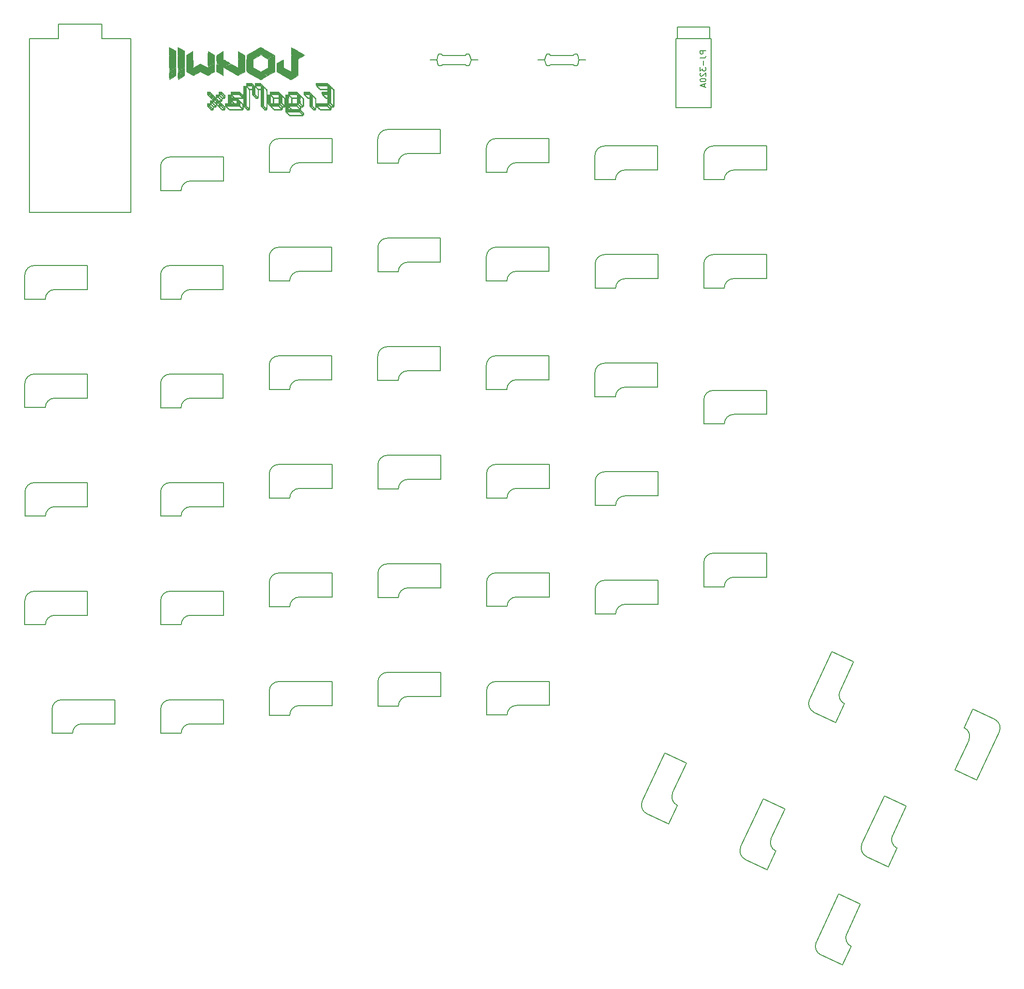
<source format=gbr>
G04 #@! TF.GenerationSoftware,KiCad,Pcbnew,(5.0.1-3-g963ef8bb5)*
G04 #@! TF.CreationDate,2018-11-24T15:25:41-08:00*
G04 #@! TF.ProjectId,ErgoMaxReversible,4572676F4D617852657665727369626C,rev?*
G04 #@! TF.SameCoordinates,Original*
G04 #@! TF.FileFunction,Legend,Bot*
G04 #@! TF.FilePolarity,Positive*
%FSLAX46Y46*%
G04 Gerber Fmt 4.6, Leading zero omitted, Abs format (unit mm)*
G04 Created by KiCad (PCBNEW (5.0.1-3-g963ef8bb5)) date Saturday, November 24, 2018 at 03:25:41 pm*
%MOMM*%
%LPD*%
G01*
G04 APERTURE LIST*
%ADD10C,0.010000*%
%ADD11C,0.150000*%
G04 APERTURE END LIST*
D10*
G04 #@! TO.C,Lg4*
G36*
X158978600Y-44199628D02*
X158975399Y-44337631D01*
X158963890Y-44416614D01*
X158941211Y-44449925D01*
X158924171Y-44453628D01*
X158876065Y-44424583D01*
X158869743Y-44399200D01*
X158840697Y-44351093D01*
X158815314Y-44344771D01*
X158770988Y-44314520D01*
X158760886Y-44272200D01*
X158735228Y-44211555D01*
X158688314Y-44199628D01*
X158627670Y-44225286D01*
X158615743Y-44272200D01*
X158638431Y-44331302D01*
X158670171Y-44344771D01*
X158718278Y-44373817D01*
X158724600Y-44399200D01*
X158692145Y-44442411D01*
X158615743Y-44453628D01*
X158470600Y-44453628D01*
X158470600Y-44961628D01*
X158234743Y-44961628D01*
X158102447Y-44957995D01*
X158028916Y-44945011D01*
X158000613Y-44919552D01*
X157998886Y-44907200D01*
X157969580Y-44859899D01*
X157941060Y-44852771D01*
X157886071Y-44822309D01*
X157864257Y-44780200D01*
X157827808Y-44721230D01*
X157795082Y-44707628D01*
X157749712Y-44678846D01*
X157744886Y-44657432D01*
X157714485Y-44608693D01*
X157672314Y-44588257D01*
X157613300Y-44548552D01*
X157599743Y-44511454D01*
X157608747Y-44486715D01*
X157643406Y-44470087D01*
X157715190Y-44460046D01*
X157835570Y-44455071D01*
X158016016Y-44453636D01*
X158035171Y-44453628D01*
X158470600Y-44453628D01*
X158615743Y-44453628D01*
X158542606Y-44446549D01*
X158512608Y-44410639D01*
X158506886Y-44326628D01*
X158518688Y-44232697D01*
X158556357Y-44199858D01*
X158561314Y-44199628D01*
X158609421Y-44170583D01*
X158615743Y-44145200D01*
X158586697Y-44097093D01*
X158561314Y-44090771D01*
X158516988Y-44060520D01*
X158506886Y-44018200D01*
X158503221Y-43989905D01*
X158484921Y-43970108D01*
X158441022Y-43957296D01*
X158360564Y-43949958D01*
X158232583Y-43946581D01*
X158046118Y-43945655D01*
X157980743Y-43945628D01*
X157454600Y-43945628D01*
X157454600Y-44453628D01*
X156946600Y-44453628D01*
X156946600Y-45270057D01*
X156945015Y-45557212D01*
X156940365Y-45786011D01*
X156932811Y-45952867D01*
X156922512Y-46054192D01*
X156910314Y-46086486D01*
X156878122Y-46057096D01*
X156874029Y-46032057D01*
X156843777Y-45987731D01*
X156801457Y-45977628D01*
X156740812Y-46003286D01*
X156728886Y-46050200D01*
X156751574Y-46109302D01*
X156783314Y-46122771D01*
X156826525Y-46155226D01*
X156837743Y-46231628D01*
X156821515Y-46318051D01*
X156783314Y-46340485D01*
X156735208Y-46311440D01*
X156728886Y-46286057D01*
X156699840Y-46237950D01*
X156674457Y-46231628D01*
X156630131Y-46201377D01*
X156620029Y-46159057D01*
X156594371Y-46098412D01*
X156547457Y-46086486D01*
X156488355Y-46063797D01*
X156474886Y-46032057D01*
X156445840Y-45983950D01*
X156420457Y-45977628D01*
X156380201Y-45950089D01*
X156366127Y-45862195D01*
X156366028Y-45850628D01*
X156377831Y-45756697D01*
X156415500Y-45723858D01*
X156420457Y-45723628D01*
X156464783Y-45693377D01*
X156474886Y-45651057D01*
X156452197Y-45591955D01*
X156420457Y-45578485D01*
X156372351Y-45549440D01*
X156366028Y-45524057D01*
X156357398Y-45505873D01*
X156325801Y-45492155D01*
X156262677Y-45482306D01*
X156159470Y-45475727D01*
X156007619Y-45471823D01*
X155798566Y-45469996D01*
X155585886Y-45469628D01*
X154805743Y-45469628D01*
X154805743Y-45977628D01*
X154297743Y-45977628D01*
X154297743Y-47501628D01*
X153789743Y-47501628D01*
X153789743Y-47755628D01*
X153791701Y-47889113D01*
X153800530Y-47965585D01*
X153820665Y-48000560D01*
X153856538Y-48009558D01*
X153862314Y-48009628D01*
X153922959Y-48035286D01*
X153934886Y-48082200D01*
X153957574Y-48141302D01*
X153989314Y-48154771D01*
X154037421Y-48183817D01*
X154043743Y-48209200D01*
X154073994Y-48253526D01*
X154116314Y-48263628D01*
X154176959Y-48289286D01*
X154188886Y-48336200D01*
X154211574Y-48395302D01*
X154243314Y-48408771D01*
X154291421Y-48437817D01*
X154297743Y-48463200D01*
X154327994Y-48507526D01*
X154370314Y-48517628D01*
X154430959Y-48543286D01*
X154442886Y-48590200D01*
X154444843Y-48609827D01*
X154455540Y-48625554D01*
X154482209Y-48637812D01*
X154532086Y-48647033D01*
X154612404Y-48653648D01*
X154730399Y-48658091D01*
X154893305Y-48660793D01*
X155108356Y-48662185D01*
X155382787Y-48662701D01*
X155658457Y-48662771D01*
X155987215Y-48662654D01*
X156250636Y-48662016D01*
X156455955Y-48660424D01*
X156610406Y-48657446D01*
X156721223Y-48652651D01*
X156795641Y-48645606D01*
X156840894Y-48635880D01*
X156864218Y-48623042D01*
X156872845Y-48606658D01*
X156874029Y-48590200D01*
X156896717Y-48531098D01*
X156928457Y-48517628D01*
X156958029Y-48502691D01*
X156970473Y-48463200D01*
X156728886Y-48463200D01*
X156721170Y-48478524D01*
X156693263Y-48490732D01*
X156638026Y-48500165D01*
X156548320Y-48507162D01*
X156417007Y-48512063D01*
X156236946Y-48515208D01*
X156000998Y-48516938D01*
X155702026Y-48517591D01*
X155585886Y-48517628D01*
X155268108Y-48517499D01*
X155015442Y-48516793D01*
X154820428Y-48515039D01*
X154675605Y-48511761D01*
X154573513Y-48506488D01*
X154506694Y-48498744D01*
X154467686Y-48488057D01*
X154449029Y-48473952D01*
X154443265Y-48455956D01*
X154442886Y-48445057D01*
X154420197Y-48385955D01*
X154388457Y-48372486D01*
X154340351Y-48343440D01*
X154334028Y-48318057D01*
X154303777Y-48273731D01*
X154261457Y-48263628D01*
X154200812Y-48237970D01*
X154188886Y-48191057D01*
X154166197Y-48131955D01*
X154134457Y-48118486D01*
X154086351Y-48089440D01*
X154080028Y-48064057D01*
X154087776Y-48048622D01*
X154115816Y-48036349D01*
X154171342Y-48026893D01*
X154261548Y-48019903D01*
X154393629Y-48015032D01*
X154574778Y-48011932D01*
X154812190Y-48010255D01*
X155113058Y-48009652D01*
X155204886Y-48009628D01*
X155522259Y-48009944D01*
X155774397Y-48011141D01*
X155968634Y-48013597D01*
X156112305Y-48017689D01*
X156212745Y-48023795D01*
X156277287Y-48032290D01*
X156313268Y-48043552D01*
X156328020Y-48057959D01*
X156329743Y-48067454D01*
X156360205Y-48122443D01*
X156402314Y-48144257D01*
X156461284Y-48180706D01*
X156474886Y-48213432D01*
X156503668Y-48258802D01*
X156525082Y-48263628D01*
X156573821Y-48294029D01*
X156594257Y-48336200D01*
X156633962Y-48395214D01*
X156671060Y-48408771D01*
X156721313Y-48436356D01*
X156728886Y-48463200D01*
X156970473Y-48463200D01*
X156974954Y-48448980D01*
X156982092Y-48343148D01*
X156982886Y-48263628D01*
X156986087Y-48125626D01*
X156997596Y-48046643D01*
X157020274Y-48013332D01*
X157037314Y-48009628D01*
X157081641Y-48039880D01*
X157091743Y-48082200D01*
X157114431Y-48141302D01*
X157146171Y-48154771D01*
X157194278Y-48183817D01*
X157200600Y-48209200D01*
X157230851Y-48253526D01*
X157273171Y-48263628D01*
X157333816Y-48289286D01*
X157345743Y-48336200D01*
X157368431Y-48395302D01*
X157400171Y-48408771D01*
X157448278Y-48437817D01*
X157454600Y-48463200D01*
X157484851Y-48507526D01*
X157527171Y-48517628D01*
X157587816Y-48543286D01*
X157599743Y-48590200D01*
X157608405Y-48632139D01*
X157645858Y-48653986D01*
X157729299Y-48661997D01*
X157799314Y-48662771D01*
X157914646Y-48659621D01*
X157974728Y-48646002D01*
X157996757Y-48615660D01*
X157998886Y-48590200D01*
X158021574Y-48531098D01*
X158053314Y-48517628D01*
X158066082Y-48510582D01*
X158076721Y-48485523D01*
X158080687Y-48463200D01*
X157853743Y-48463200D01*
X157826203Y-48503456D01*
X157738309Y-48517530D01*
X157726743Y-48517628D01*
X157639212Y-48509510D01*
X157603894Y-48477819D01*
X157599743Y-48445057D01*
X157577054Y-48385955D01*
X157545314Y-48372486D01*
X157497208Y-48343440D01*
X157490886Y-48318057D01*
X157460634Y-48273731D01*
X157418314Y-48263628D01*
X157357670Y-48237970D01*
X157345743Y-48191057D01*
X157323054Y-48131955D01*
X157291314Y-48118486D01*
X157243208Y-48089440D01*
X157236886Y-48064057D01*
X157269341Y-48020846D01*
X157345743Y-48009628D01*
X157430044Y-48024392D01*
X157454600Y-48067454D01*
X157485062Y-48122443D01*
X157527171Y-48144257D01*
X157586142Y-48180706D01*
X157599743Y-48213432D01*
X157628525Y-48258802D01*
X157649939Y-48263628D01*
X157698678Y-48294029D01*
X157719114Y-48336200D01*
X157758819Y-48395214D01*
X157795917Y-48408771D01*
X157846170Y-48436356D01*
X157853743Y-48463200D01*
X158080687Y-48463200D01*
X158085419Y-48436572D01*
X158092364Y-48357849D01*
X158097744Y-48243476D01*
X158101746Y-48087572D01*
X158104557Y-47884259D01*
X158106366Y-47627658D01*
X158107360Y-47311887D01*
X158107727Y-46931069D01*
X158107743Y-46812200D01*
X158107743Y-46667057D01*
X157962600Y-46667057D01*
X157962375Y-47067107D01*
X157961575Y-47400466D01*
X157960013Y-47673014D01*
X157957501Y-47890629D01*
X157953850Y-48059192D01*
X157948875Y-48184581D01*
X157942386Y-48272676D01*
X157934197Y-48329356D01*
X157924119Y-48360501D01*
X157911965Y-48371990D01*
X157908171Y-48372486D01*
X157860065Y-48343440D01*
X157853743Y-48318057D01*
X157824697Y-48269950D01*
X157799314Y-48263628D01*
X157754988Y-48233377D01*
X157744886Y-48191057D01*
X157719228Y-48130412D01*
X157672314Y-48118486D01*
X157613212Y-48095797D01*
X157599743Y-48064057D01*
X157570697Y-48015950D01*
X157545314Y-48009628D01*
X157532547Y-48002582D01*
X157521908Y-47977523D01*
X157513209Y-47928572D01*
X157506264Y-47849849D01*
X157500884Y-47735476D01*
X157496883Y-47579572D01*
X157494071Y-47376259D01*
X157492262Y-47119658D01*
X157492037Y-47048057D01*
X156946600Y-47048057D01*
X156945657Y-47265055D01*
X156942188Y-47419440D01*
X156935231Y-47521154D01*
X156923823Y-47580136D01*
X156907002Y-47606330D01*
X156892171Y-47610485D01*
X156844065Y-47581440D01*
X156837743Y-47556057D01*
X156808697Y-47507950D01*
X156783314Y-47501628D01*
X156738988Y-47471377D01*
X156728886Y-47429057D01*
X156706197Y-47369955D01*
X156674457Y-47356485D01*
X156626351Y-47327440D01*
X156620029Y-47302057D01*
X156589777Y-47257731D01*
X156547457Y-47247628D01*
X156486812Y-47273286D01*
X156474886Y-47320200D01*
X156497574Y-47379302D01*
X156529314Y-47392771D01*
X156577421Y-47421817D01*
X156583743Y-47447200D01*
X156613049Y-47494501D01*
X156641568Y-47501628D01*
X156696558Y-47532091D01*
X156718372Y-47574200D01*
X156754821Y-47633170D01*
X156787546Y-47646771D01*
X156811356Y-47662284D01*
X156826647Y-47716086D01*
X156834928Y-47819079D01*
X156837707Y-47982160D01*
X156837743Y-48009628D01*
X156835944Y-48178836D01*
X156829355Y-48287471D01*
X156816184Y-48347470D01*
X156794641Y-48370768D01*
X156783314Y-48372486D01*
X156735208Y-48343440D01*
X156728886Y-48318057D01*
X156699840Y-48269950D01*
X156674457Y-48263628D01*
X156630131Y-48233377D01*
X156620029Y-48191057D01*
X156594371Y-48130412D01*
X156547457Y-48118486D01*
X156488355Y-48095797D01*
X156474886Y-48064057D01*
X156445840Y-48015950D01*
X156420457Y-48009628D01*
X156395602Y-47997948D01*
X156379433Y-47955096D01*
X156370277Y-47869358D01*
X156366459Y-47729018D01*
X156366028Y-47628628D01*
X156367697Y-47454643D01*
X156373819Y-47341460D01*
X156386067Y-47277366D01*
X156406116Y-47250644D01*
X156420457Y-47247628D01*
X156464783Y-47217377D01*
X156474886Y-47175057D01*
X156452197Y-47115955D01*
X156420457Y-47102485D01*
X156372351Y-47073440D01*
X156366028Y-47048057D01*
X156335777Y-47003731D01*
X156293457Y-46993628D01*
X156232812Y-46967970D01*
X156220886Y-46921057D01*
X156198197Y-46861955D01*
X156166457Y-46848485D01*
X156118351Y-46819440D01*
X156112028Y-46794057D01*
X156081777Y-46749731D01*
X156039457Y-46739628D01*
X155978812Y-46765286D01*
X155966886Y-46812200D01*
X155989574Y-46871302D01*
X156021314Y-46884771D01*
X156069421Y-46913817D01*
X156075743Y-46939200D01*
X156043288Y-46982411D01*
X155966886Y-46993628D01*
X155821743Y-46993628D01*
X155821743Y-47501628D01*
X155585886Y-47501628D01*
X155458244Y-47499367D01*
X155387080Y-47489292D01*
X155356359Y-47466470D01*
X155353099Y-47447200D01*
X155204886Y-47447200D01*
X155185463Y-47481428D01*
X155118217Y-47498145D01*
X155023457Y-47501628D01*
X154842028Y-47501628D01*
X154842028Y-47320200D01*
X154847855Y-47206106D01*
X154868029Y-47150381D01*
X154896457Y-47138771D01*
X154944564Y-47167817D01*
X154950886Y-47193200D01*
X154977757Y-47241355D01*
X155001082Y-47247628D01*
X155049821Y-47278029D01*
X155070257Y-47320200D01*
X155109962Y-47379214D01*
X155147060Y-47392771D01*
X155197313Y-47420356D01*
X155204886Y-47447200D01*
X155353099Y-47447200D01*
X155350028Y-47429057D01*
X155324371Y-47368412D01*
X155277457Y-47356485D01*
X155218355Y-47333797D01*
X155204886Y-47302057D01*
X155175840Y-47253950D01*
X155150457Y-47247628D01*
X155106131Y-47217377D01*
X155096028Y-47175057D01*
X155070371Y-47114412D01*
X155023457Y-47102485D01*
X154964355Y-47079797D01*
X154950886Y-47048057D01*
X154961803Y-47024590D01*
X155001956Y-47008803D01*
X155082448Y-46999307D01*
X155214380Y-46994715D01*
X155386314Y-46993628D01*
X155821743Y-46993628D01*
X155966886Y-46993628D01*
X155893749Y-46986549D01*
X155863751Y-46950639D01*
X155858028Y-46866628D01*
X155869831Y-46772697D01*
X155907500Y-46739858D01*
X155912457Y-46739628D01*
X155960564Y-46710583D01*
X155966886Y-46685200D01*
X155977592Y-46662143D01*
X156016988Y-46646482D01*
X156095987Y-46636906D01*
X156225504Y-46632106D01*
X156416453Y-46630772D01*
X156420457Y-46630771D01*
X156608690Y-46630110D01*
X156736144Y-46626870D01*
X156814608Y-46619164D01*
X156855871Y-46605106D01*
X156871722Y-46582809D01*
X156874029Y-46558200D01*
X156889224Y-46499237D01*
X156910314Y-46485628D01*
X156924935Y-46520892D01*
X156936098Y-46622721D01*
X156943421Y-46785177D01*
X156946520Y-47002320D01*
X156946600Y-47048057D01*
X157492037Y-47048057D01*
X157491268Y-46803887D01*
X157490909Y-46431200D01*
X156728886Y-46431200D01*
X156719879Y-46450405D01*
X156686816Y-46464598D01*
X156620632Y-46474493D01*
X156512263Y-46480806D01*
X156352645Y-46484254D01*
X156132714Y-46485550D01*
X156039457Y-46485628D01*
X155800012Y-46485316D01*
X155623547Y-46483706D01*
X155500467Y-46479788D01*
X155421182Y-46472552D01*
X155376099Y-46460990D01*
X155355626Y-46444090D01*
X155352602Y-46431200D01*
X155204886Y-46431200D01*
X155185463Y-46465428D01*
X155118217Y-46482145D01*
X155023457Y-46485628D01*
X154842028Y-46485628D01*
X154842028Y-46304200D01*
X154847855Y-46190106D01*
X154868029Y-46134381D01*
X154896457Y-46122771D01*
X154944564Y-46151817D01*
X154950886Y-46177200D01*
X154977757Y-46225355D01*
X155001082Y-46231628D01*
X155049821Y-46262029D01*
X155070257Y-46304200D01*
X155109962Y-46363214D01*
X155147060Y-46376771D01*
X155197313Y-46404356D01*
X155204886Y-46431200D01*
X155352602Y-46431200D01*
X155350171Y-46420845D01*
X155350028Y-46413057D01*
X155324371Y-46352412D01*
X155277457Y-46340485D01*
X155218355Y-46317797D01*
X155204886Y-46286057D01*
X155175840Y-46237950D01*
X155150457Y-46231628D01*
X155106131Y-46201377D01*
X155096028Y-46159057D01*
X155070371Y-46098412D01*
X155023457Y-46086486D01*
X154964355Y-46063797D01*
X154950886Y-46032057D01*
X154959892Y-46012851D01*
X154992956Y-45998659D01*
X155059139Y-45988764D01*
X155167508Y-45982450D01*
X155327126Y-45979003D01*
X155547057Y-45977707D01*
X155640314Y-45977628D01*
X155882105Y-45978239D01*
X156060615Y-45980590D01*
X156185126Y-45985461D01*
X156264922Y-45993629D01*
X156309286Y-46005874D01*
X156327501Y-46022974D01*
X156329743Y-46035454D01*
X156360205Y-46090443D01*
X156402314Y-46112257D01*
X156461284Y-46148706D01*
X156474886Y-46181432D01*
X156503668Y-46226802D01*
X156525082Y-46231628D01*
X156573821Y-46262029D01*
X156594257Y-46304200D01*
X156633962Y-46363214D01*
X156671060Y-46376771D01*
X156721313Y-46404356D01*
X156728886Y-46431200D01*
X157490909Y-46431200D01*
X157490901Y-46423069D01*
X157490886Y-46304200D01*
X157491111Y-45904150D01*
X157491910Y-45570790D01*
X157493473Y-45298243D01*
X157495985Y-45080627D01*
X157499635Y-44912065D01*
X157504611Y-44786676D01*
X157511100Y-44698581D01*
X157519289Y-44641901D01*
X157529367Y-44610756D01*
X157541521Y-44599267D01*
X157545314Y-44598771D01*
X157593421Y-44627817D01*
X157599743Y-44653200D01*
X157628788Y-44701306D01*
X157654171Y-44707628D01*
X157698498Y-44737880D01*
X157708600Y-44780200D01*
X157734258Y-44840844D01*
X157781171Y-44852771D01*
X157840273Y-44875460D01*
X157853743Y-44907200D01*
X157882788Y-44955306D01*
X157908171Y-44961628D01*
X157920939Y-44968675D01*
X157931578Y-44993734D01*
X157940276Y-45042685D01*
X157947222Y-45121408D01*
X157952601Y-45235781D01*
X157956603Y-45391684D01*
X157959415Y-45594997D01*
X157961223Y-45851599D01*
X157962217Y-46167369D01*
X157962584Y-46548187D01*
X157962600Y-46667057D01*
X158107743Y-46667057D01*
X158107743Y-45106771D01*
X158470600Y-45106771D01*
X158470600Y-45542200D01*
X158471312Y-45726006D01*
X158474784Y-45849272D01*
X158483021Y-45924022D01*
X158498027Y-45962283D01*
X158521806Y-45976081D01*
X158543171Y-45977628D01*
X158603816Y-46003286D01*
X158615743Y-46050200D01*
X158638431Y-46109302D01*
X158670171Y-46122771D01*
X158718278Y-46151817D01*
X158724600Y-46177200D01*
X158754851Y-46221526D01*
X158797171Y-46231628D01*
X158857816Y-46257286D01*
X158869743Y-46304200D01*
X158892431Y-46363302D01*
X158924171Y-46376771D01*
X158972278Y-46405817D01*
X158978600Y-46431200D01*
X159008851Y-46475526D01*
X159051171Y-46485628D01*
X159111816Y-46511286D01*
X159123743Y-46558200D01*
X159132405Y-46600139D01*
X159169858Y-46621986D01*
X159253299Y-46629997D01*
X159323314Y-46630771D01*
X159438646Y-46627621D01*
X159498728Y-46614002D01*
X159520757Y-46583660D01*
X159522886Y-46558200D01*
X159545574Y-46499098D01*
X159577314Y-46485628D01*
X159596520Y-46476622D01*
X159610712Y-46443558D01*
X159612559Y-46431200D01*
X159377743Y-46431200D01*
X159350203Y-46471456D01*
X159262309Y-46485530D01*
X159250743Y-46485628D01*
X159163212Y-46477510D01*
X159127894Y-46445819D01*
X159123743Y-46413057D01*
X159101054Y-46353955D01*
X159069314Y-46340485D01*
X159021208Y-46311440D01*
X159014886Y-46286057D01*
X158984634Y-46241731D01*
X158942314Y-46231628D01*
X158881670Y-46205970D01*
X158869743Y-46159057D01*
X158847054Y-46099955D01*
X158815314Y-46086486D01*
X158767208Y-46057440D01*
X158760886Y-46032057D01*
X158793341Y-45988846D01*
X158869743Y-45977628D01*
X158954044Y-45992392D01*
X158978600Y-46035454D01*
X159009062Y-46090443D01*
X159051171Y-46112257D01*
X159110142Y-46148706D01*
X159123743Y-46181432D01*
X159152525Y-46226802D01*
X159173939Y-46231628D01*
X159222678Y-46262029D01*
X159243114Y-46304200D01*
X159282819Y-46363214D01*
X159319917Y-46376771D01*
X159370170Y-46404356D01*
X159377743Y-46431200D01*
X159612559Y-46431200D01*
X159620607Y-46377375D01*
X159626921Y-46269006D01*
X159630368Y-46109388D01*
X159631665Y-45889457D01*
X159631743Y-45796200D01*
X159631743Y-45651057D01*
X159486600Y-45651057D01*
X159485889Y-45894326D01*
X159483279Y-46074098D01*
X159478054Y-46199436D01*
X159469498Y-46279406D01*
X159456897Y-46323071D01*
X159439534Y-46339495D01*
X159432171Y-46340485D01*
X159384065Y-46311440D01*
X159377743Y-46286057D01*
X159348697Y-46237950D01*
X159323314Y-46231628D01*
X159278988Y-46201377D01*
X159268886Y-46159057D01*
X159243228Y-46098412D01*
X159196314Y-46086486D01*
X159137212Y-46063797D01*
X159123743Y-46032057D01*
X159094697Y-45983950D01*
X159069314Y-45977628D01*
X159050109Y-45968622D01*
X159035916Y-45935558D01*
X159026021Y-45869375D01*
X159019708Y-45761006D01*
X159016260Y-45601388D01*
X159014964Y-45381457D01*
X159014886Y-45288200D01*
X159015597Y-45044931D01*
X159018207Y-44865159D01*
X159023432Y-44739820D01*
X159031987Y-44659851D01*
X159044589Y-44616186D01*
X159061952Y-44599762D01*
X159069314Y-44598771D01*
X159117421Y-44627817D01*
X159123743Y-44653200D01*
X159152788Y-44701306D01*
X159178171Y-44707628D01*
X159222498Y-44737880D01*
X159232600Y-44780200D01*
X159258258Y-44840844D01*
X159305171Y-44852771D01*
X159364273Y-44875460D01*
X159377743Y-44907200D01*
X159406788Y-44955306D01*
X159432171Y-44961628D01*
X159451377Y-44970635D01*
X159465569Y-45003698D01*
X159475464Y-45069882D01*
X159481778Y-45178251D01*
X159485225Y-45337869D01*
X159486522Y-45557800D01*
X159486600Y-45651057D01*
X159631743Y-45651057D01*
X159631743Y-45106771D01*
X159994600Y-45106771D01*
X159994600Y-46558200D01*
X159994686Y-46920565D01*
X159995167Y-47216980D01*
X159996371Y-47454068D01*
X159998632Y-47638451D01*
X160002280Y-47776749D01*
X160007645Y-47875586D01*
X160015060Y-47941583D01*
X160024855Y-47981362D01*
X160037362Y-48001544D01*
X160052911Y-48008753D01*
X160067171Y-48009628D01*
X160127816Y-48035286D01*
X160139743Y-48082200D01*
X160162431Y-48141302D01*
X160194171Y-48154771D01*
X160242278Y-48183817D01*
X160248600Y-48209200D01*
X160278851Y-48253526D01*
X160321171Y-48263628D01*
X160381816Y-48289286D01*
X160393743Y-48336200D01*
X160416431Y-48395302D01*
X160448171Y-48408771D01*
X160496278Y-48437817D01*
X160502600Y-48463200D01*
X160532851Y-48507526D01*
X160575171Y-48517628D01*
X160635816Y-48543286D01*
X160647743Y-48590200D01*
X160656405Y-48632139D01*
X160693858Y-48653986D01*
X160777299Y-48661997D01*
X160847314Y-48662771D01*
X160962646Y-48659621D01*
X161022728Y-48646002D01*
X161044757Y-48615660D01*
X161046886Y-48590200D01*
X161069574Y-48531098D01*
X161101314Y-48517628D01*
X161123266Y-48507460D01*
X161138558Y-48470022D01*
X161139443Y-48463200D01*
X160901743Y-48463200D01*
X160874203Y-48503456D01*
X160786309Y-48517530D01*
X160774743Y-48517628D01*
X160687212Y-48509510D01*
X160651894Y-48477819D01*
X160647743Y-48445057D01*
X160625054Y-48385955D01*
X160593314Y-48372486D01*
X160545208Y-48343440D01*
X160538886Y-48318057D01*
X160508634Y-48273731D01*
X160466314Y-48263628D01*
X160405670Y-48237970D01*
X160393743Y-48191057D01*
X160371054Y-48131955D01*
X160339314Y-48118486D01*
X160291208Y-48089440D01*
X160284886Y-48064057D01*
X160317341Y-48020846D01*
X160393743Y-48009628D01*
X160478044Y-48024392D01*
X160502600Y-48067454D01*
X160533062Y-48122443D01*
X160575171Y-48144257D01*
X160634142Y-48180706D01*
X160647743Y-48213432D01*
X160676525Y-48258802D01*
X160697939Y-48263628D01*
X160746678Y-48294029D01*
X160767114Y-48336200D01*
X160806819Y-48395214D01*
X160843917Y-48408771D01*
X160894170Y-48436356D01*
X160901743Y-48463200D01*
X161139443Y-48463200D01*
X161148305Y-48394917D01*
X161153622Y-48271749D01*
X161155621Y-48090120D01*
X161155743Y-48009628D01*
X161156281Y-47808605D01*
X161158958Y-47668998D01*
X161165368Y-47579656D01*
X161177102Y-47529425D01*
X161195755Y-47507153D01*
X161222920Y-47501688D01*
X161228314Y-47501628D01*
X161288959Y-47527286D01*
X161300886Y-47574200D01*
X161323574Y-47633302D01*
X161355314Y-47646771D01*
X161403421Y-47675817D01*
X161409743Y-47701200D01*
X161439994Y-47745526D01*
X161482314Y-47755628D01*
X161542959Y-47729970D01*
X161554886Y-47683057D01*
X161532197Y-47623955D01*
X161500457Y-47610485D01*
X161452351Y-47581440D01*
X161446029Y-47556057D01*
X161478483Y-47512846D01*
X161554886Y-47501628D01*
X161628023Y-47508708D01*
X161658020Y-47544618D01*
X161663743Y-47628628D01*
X161651940Y-47722560D01*
X161614271Y-47755399D01*
X161609314Y-47755628D01*
X161564988Y-47785880D01*
X161554886Y-47828200D01*
X161577574Y-47887302D01*
X161609314Y-47900771D01*
X161657421Y-47929817D01*
X161663743Y-47955200D01*
X161693994Y-47999526D01*
X161736314Y-48009628D01*
X161796959Y-48035286D01*
X161808886Y-48082200D01*
X161831574Y-48141302D01*
X161863314Y-48154771D01*
X161911421Y-48183817D01*
X161917743Y-48209200D01*
X161947994Y-48253526D01*
X161990314Y-48263628D01*
X162050959Y-48289286D01*
X162062886Y-48336200D01*
X162085574Y-48395302D01*
X162117314Y-48408771D01*
X162165421Y-48437817D01*
X162171743Y-48463200D01*
X162201994Y-48507526D01*
X162244314Y-48517628D01*
X162304959Y-48543286D01*
X162316886Y-48590200D01*
X162319795Y-48615123D01*
X162334838Y-48633574D01*
X162371482Y-48646524D01*
X162439199Y-48654945D01*
X162547456Y-48659807D01*
X162705723Y-48662083D01*
X162923471Y-48662742D01*
X163024457Y-48662771D01*
X163267455Y-48662473D01*
X163447352Y-48660930D01*
X163573617Y-48657172D01*
X163655719Y-48650226D01*
X163703128Y-48639123D01*
X163725314Y-48622890D01*
X163731745Y-48600557D01*
X163732028Y-48590200D01*
X163754717Y-48531098D01*
X163786457Y-48517628D01*
X163820685Y-48498206D01*
X163829387Y-48463200D01*
X163586886Y-48463200D01*
X163577601Y-48483113D01*
X163543474Y-48497614D01*
X163475090Y-48507508D01*
X163363039Y-48513604D01*
X163197907Y-48516707D01*
X162970283Y-48517625D01*
X162951886Y-48517628D01*
X162723386Y-48517267D01*
X162557466Y-48515422D01*
X162444135Y-48510951D01*
X162373403Y-48502713D01*
X162335278Y-48489566D01*
X162319770Y-48470367D01*
X162316886Y-48445057D01*
X162294197Y-48385955D01*
X162262457Y-48372486D01*
X162214351Y-48343440D01*
X162208029Y-48318057D01*
X162177777Y-48273731D01*
X162135457Y-48263628D01*
X162074812Y-48237970D01*
X162062886Y-48191057D01*
X162040197Y-48131955D01*
X162008457Y-48118486D01*
X161960351Y-48089440D01*
X161954029Y-48064057D01*
X161963416Y-48043889D01*
X161997938Y-48029281D01*
X162067130Y-48019393D01*
X162180530Y-48013383D01*
X162347675Y-48010408D01*
X162570886Y-48009628D01*
X162797997Y-48010343D01*
X162962329Y-48013100D01*
X163073664Y-48018814D01*
X163141784Y-48028404D01*
X163176472Y-48042787D01*
X163187511Y-48062879D01*
X163187743Y-48067454D01*
X163218205Y-48122443D01*
X163260314Y-48144257D01*
X163319284Y-48180706D01*
X163332886Y-48213432D01*
X163361668Y-48258802D01*
X163383082Y-48263628D01*
X163431821Y-48294029D01*
X163452257Y-48336200D01*
X163491962Y-48395214D01*
X163529060Y-48408771D01*
X163579313Y-48436356D01*
X163586886Y-48463200D01*
X163829387Y-48463200D01*
X163837403Y-48430960D01*
X163840886Y-48336200D01*
X163840886Y-48191057D01*
X163695743Y-48191057D01*
X163689916Y-48305151D01*
X163669742Y-48360876D01*
X163641314Y-48372486D01*
X163593208Y-48343440D01*
X163586886Y-48318057D01*
X163557840Y-48269950D01*
X163532457Y-48263628D01*
X163488131Y-48233377D01*
X163478028Y-48191057D01*
X163452371Y-48130412D01*
X163405457Y-48118486D01*
X163346355Y-48095797D01*
X163332886Y-48064057D01*
X163303840Y-48015950D01*
X163278457Y-48009628D01*
X163244229Y-47990206D01*
X163227511Y-47922960D01*
X163224028Y-47828200D01*
X163229855Y-47714106D01*
X163250029Y-47658381D01*
X163278457Y-47646771D01*
X163326564Y-47675817D01*
X163332886Y-47701200D01*
X163361931Y-47749306D01*
X163387314Y-47755628D01*
X163434615Y-47784934D01*
X163441743Y-47813454D01*
X163472205Y-47868443D01*
X163514314Y-47890257D01*
X163573284Y-47926706D01*
X163586886Y-47959432D01*
X163616023Y-48003843D01*
X163641314Y-48009628D01*
X163675542Y-48029051D01*
X163692260Y-48096297D01*
X163695743Y-48191057D01*
X163840886Y-48191057D01*
X163840886Y-48154771D01*
X164040457Y-48154771D01*
X164155789Y-48151621D01*
X164215871Y-48138002D01*
X164237900Y-48107660D01*
X164240028Y-48082200D01*
X164262717Y-48023098D01*
X164294457Y-48009628D01*
X164316409Y-48019797D01*
X164331701Y-48057235D01*
X164341448Y-48132339D01*
X164346764Y-48255508D01*
X164348763Y-48437137D01*
X164348886Y-48517628D01*
X164349424Y-48718652D01*
X164352101Y-48858259D01*
X164358510Y-48947601D01*
X164370245Y-48997832D01*
X164388898Y-49020103D01*
X164416063Y-49025568D01*
X164421457Y-49025628D01*
X164482102Y-49051286D01*
X164494028Y-49098200D01*
X164516717Y-49157302D01*
X164548457Y-49170771D01*
X164596564Y-49199817D01*
X164602886Y-49225200D01*
X164633137Y-49269526D01*
X164675457Y-49279628D01*
X164736102Y-49305286D01*
X164748028Y-49352200D01*
X164770717Y-49411302D01*
X164802457Y-49424771D01*
X164850564Y-49453817D01*
X164856886Y-49479200D01*
X164887137Y-49523526D01*
X164929457Y-49533628D01*
X164990102Y-49559286D01*
X165002029Y-49606200D01*
X165003986Y-49625827D01*
X165014683Y-49641554D01*
X165041352Y-49653812D01*
X165091229Y-49663033D01*
X165171547Y-49669648D01*
X165289542Y-49674091D01*
X165452448Y-49676793D01*
X165667499Y-49678185D01*
X165941930Y-49678701D01*
X166217600Y-49678771D01*
X166546358Y-49678654D01*
X166809779Y-49678016D01*
X167015098Y-49676424D01*
X167169549Y-49673446D01*
X167280366Y-49668651D01*
X167354784Y-49661606D01*
X167400037Y-49651880D01*
X167423361Y-49639042D01*
X167431988Y-49622658D01*
X167433171Y-49606200D01*
X167455860Y-49547098D01*
X167487600Y-49533628D01*
X167520424Y-49515711D01*
X167530237Y-49479200D01*
X167288029Y-49479200D01*
X167280313Y-49494524D01*
X167252406Y-49506732D01*
X167197169Y-49516165D01*
X167107463Y-49523162D01*
X166976149Y-49528063D01*
X166796088Y-49531208D01*
X166560141Y-49532938D01*
X166261169Y-49533591D01*
X166145029Y-49533628D01*
X165827251Y-49533499D01*
X165574585Y-49532793D01*
X165379571Y-49531039D01*
X165234748Y-49527761D01*
X165132656Y-49522488D01*
X165065836Y-49514744D01*
X165026828Y-49504057D01*
X165008172Y-49489952D01*
X165002408Y-49471956D01*
X165002029Y-49461057D01*
X164979340Y-49401955D01*
X164947600Y-49388485D01*
X164899493Y-49359440D01*
X164893171Y-49334057D01*
X164862920Y-49289731D01*
X164820600Y-49279628D01*
X164759955Y-49253970D01*
X164748028Y-49207057D01*
X164725340Y-49147955D01*
X164693600Y-49134485D01*
X164645493Y-49105440D01*
X164639171Y-49080057D01*
X164646919Y-49064622D01*
X164674959Y-49052349D01*
X164730485Y-49042893D01*
X164820691Y-49035903D01*
X164952772Y-49031032D01*
X165133921Y-49027932D01*
X165371332Y-49026255D01*
X165672201Y-49025652D01*
X165764029Y-49025628D01*
X166081402Y-49025944D01*
X166333539Y-49027141D01*
X166527777Y-49029597D01*
X166671448Y-49033689D01*
X166771888Y-49039795D01*
X166836430Y-49048290D01*
X166872410Y-49059552D01*
X166887163Y-49073959D01*
X166888886Y-49083454D01*
X166919348Y-49138443D01*
X166961457Y-49160257D01*
X167020427Y-49196706D01*
X167034029Y-49229432D01*
X167062811Y-49274802D01*
X167084225Y-49279628D01*
X167132964Y-49310029D01*
X167153399Y-49352200D01*
X167193105Y-49411214D01*
X167230203Y-49424771D01*
X167280456Y-49452356D01*
X167288029Y-49479200D01*
X167530237Y-49479200D01*
X167537323Y-49452841D01*
X167542029Y-49334057D01*
X167537142Y-49213703D01*
X167519996Y-49151740D01*
X167487600Y-49134485D01*
X167439493Y-49105440D01*
X167433171Y-49080057D01*
X167402920Y-49035731D01*
X167360600Y-49025628D01*
X167299955Y-49051286D01*
X167288029Y-49098200D01*
X167310717Y-49157302D01*
X167342457Y-49170771D01*
X167385668Y-49203226D01*
X167396886Y-49279628D01*
X167380658Y-49366051D01*
X167342457Y-49388485D01*
X167294351Y-49359440D01*
X167288029Y-49334057D01*
X167258983Y-49285950D01*
X167233600Y-49279628D01*
X167189274Y-49249377D01*
X167179171Y-49207057D01*
X167153513Y-49146412D01*
X167106600Y-49134485D01*
X167047498Y-49111797D01*
X167034029Y-49080057D01*
X167004983Y-49031950D01*
X166979600Y-49025628D01*
X166939344Y-48998089D01*
X166925270Y-48910195D01*
X166925171Y-48898628D01*
X166936974Y-48804697D01*
X166974643Y-48771858D01*
X166979600Y-48771628D01*
X167023926Y-48741377D01*
X167034029Y-48699057D01*
X167011340Y-48639955D01*
X166979600Y-48626486D01*
X166931493Y-48597440D01*
X166925171Y-48572057D01*
X166954217Y-48523950D01*
X166979600Y-48517628D01*
X167013828Y-48498206D01*
X167022530Y-48463200D01*
X166780029Y-48463200D01*
X166771022Y-48482405D01*
X166737959Y-48496598D01*
X166671775Y-48506493D01*
X166563406Y-48512806D01*
X166403788Y-48516254D01*
X166183857Y-48517550D01*
X166090600Y-48517628D01*
X165851155Y-48517316D01*
X165674689Y-48515706D01*
X165551610Y-48511788D01*
X165472325Y-48504552D01*
X165427242Y-48492990D01*
X165406769Y-48476090D01*
X165403745Y-48463200D01*
X165256029Y-48463200D01*
X165236606Y-48497428D01*
X165169360Y-48514145D01*
X165074600Y-48517628D01*
X164893171Y-48517628D01*
X164893171Y-48336200D01*
X164898998Y-48222106D01*
X164919172Y-48166381D01*
X164947600Y-48154771D01*
X164995706Y-48183817D01*
X165002029Y-48209200D01*
X165028900Y-48257355D01*
X165052225Y-48263628D01*
X165100964Y-48294029D01*
X165121399Y-48336200D01*
X165161105Y-48395214D01*
X165198203Y-48408771D01*
X165248456Y-48436356D01*
X165256029Y-48463200D01*
X165403745Y-48463200D01*
X165401314Y-48452845D01*
X165401171Y-48445057D01*
X165375513Y-48384412D01*
X165328600Y-48372486D01*
X165269498Y-48349797D01*
X165256029Y-48318057D01*
X165226983Y-48269950D01*
X165201600Y-48263628D01*
X165157274Y-48233377D01*
X165147171Y-48191057D01*
X165121513Y-48130412D01*
X165074600Y-48118486D01*
X165015498Y-48095797D01*
X165002029Y-48064057D01*
X165011035Y-48044851D01*
X165044098Y-48030659D01*
X165110282Y-48020764D01*
X165218651Y-48014450D01*
X165378269Y-48011003D01*
X165598200Y-48009707D01*
X165691457Y-48009628D01*
X165933248Y-48010239D01*
X166111758Y-48012590D01*
X166236269Y-48017461D01*
X166316065Y-48025629D01*
X166360429Y-48037874D01*
X166378644Y-48054974D01*
X166380886Y-48067454D01*
X166411348Y-48122443D01*
X166453457Y-48144257D01*
X166512427Y-48180706D01*
X166526029Y-48213432D01*
X166554811Y-48258802D01*
X166576225Y-48263628D01*
X166624964Y-48294029D01*
X166645399Y-48336200D01*
X166685105Y-48395214D01*
X166722203Y-48408771D01*
X166772456Y-48436356D01*
X166780029Y-48463200D01*
X167022530Y-48463200D01*
X167030546Y-48430960D01*
X167034029Y-48336200D01*
X167034029Y-48191057D01*
X166888886Y-48191057D01*
X166883059Y-48305151D01*
X166862885Y-48360876D01*
X166834457Y-48372486D01*
X166786351Y-48343440D01*
X166780029Y-48318057D01*
X166750983Y-48269950D01*
X166725600Y-48263628D01*
X166681274Y-48233377D01*
X166671171Y-48191057D01*
X166645513Y-48130412D01*
X166598600Y-48118486D01*
X166539498Y-48095797D01*
X166526029Y-48064057D01*
X166496983Y-48015950D01*
X166471600Y-48009628D01*
X166437372Y-47990206D01*
X166428670Y-47955200D01*
X164094886Y-47955200D01*
X164075463Y-47989428D01*
X164008217Y-48006145D01*
X163913457Y-48009628D01*
X163804635Y-48005808D01*
X163750362Y-47989590D01*
X163732805Y-47953843D01*
X163732028Y-47937057D01*
X163706371Y-47876412D01*
X163659457Y-47864486D01*
X163600355Y-47841797D01*
X163586886Y-47810057D01*
X163557840Y-47761950D01*
X163532457Y-47755628D01*
X163488131Y-47725377D01*
X163478028Y-47683057D01*
X163452371Y-47622412D01*
X163405457Y-47610485D01*
X163346355Y-47587797D01*
X163332886Y-47556057D01*
X163352308Y-47521829D01*
X163419554Y-47505111D01*
X163514314Y-47501628D01*
X163626628Y-47506880D01*
X163682034Y-47525847D01*
X163695743Y-47559454D01*
X163726205Y-47614443D01*
X163768314Y-47636257D01*
X163827284Y-47672706D01*
X163840886Y-47705432D01*
X163869668Y-47750802D01*
X163891082Y-47755628D01*
X163939821Y-47786029D01*
X163960257Y-47828200D01*
X163999962Y-47887214D01*
X164037060Y-47900771D01*
X164087313Y-47928356D01*
X164094886Y-47955200D01*
X166428670Y-47955200D01*
X166420654Y-47922960D01*
X166417171Y-47828200D01*
X166422998Y-47714106D01*
X166443172Y-47658381D01*
X166471600Y-47646771D01*
X166519706Y-47675817D01*
X166526029Y-47701200D01*
X166555074Y-47749306D01*
X166580457Y-47755628D01*
X166627758Y-47784934D01*
X166634886Y-47813454D01*
X166665348Y-47868443D01*
X166707457Y-47890257D01*
X166766427Y-47926706D01*
X166780029Y-47959432D01*
X166809165Y-48003843D01*
X166834457Y-48009628D01*
X166868685Y-48029051D01*
X166885403Y-48096297D01*
X166888886Y-48191057D01*
X167034029Y-48191057D01*
X167034029Y-48154771D01*
X167233600Y-48154771D01*
X167348932Y-48151621D01*
X167409013Y-48138002D01*
X167431043Y-48107660D01*
X167433171Y-48082200D01*
X167455860Y-48023098D01*
X167487600Y-48009628D01*
X167506587Y-48000705D01*
X167520680Y-47967962D01*
X167522606Y-47955200D01*
X167288029Y-47955200D01*
X167268606Y-47989428D01*
X167201360Y-48006145D01*
X167106600Y-48009628D01*
X166997778Y-48005808D01*
X166943505Y-47989590D01*
X166925948Y-47953843D01*
X166925171Y-47937057D01*
X166899513Y-47876412D01*
X166852600Y-47864486D01*
X166793498Y-47841797D01*
X166780029Y-47810057D01*
X166750983Y-47761950D01*
X166725600Y-47755628D01*
X166681274Y-47725377D01*
X166671171Y-47683057D01*
X166645513Y-47622412D01*
X166598600Y-47610485D01*
X166539498Y-47587797D01*
X166526029Y-47556057D01*
X166545451Y-47521829D01*
X166612697Y-47505111D01*
X166707457Y-47501628D01*
X166819771Y-47506880D01*
X166875177Y-47525847D01*
X166888886Y-47559454D01*
X166919348Y-47614443D01*
X166961457Y-47636257D01*
X167020427Y-47672706D01*
X167034029Y-47705432D01*
X167062811Y-47750802D01*
X167084225Y-47755628D01*
X167132964Y-47786029D01*
X167153399Y-47828200D01*
X167193105Y-47887214D01*
X167230203Y-47900771D01*
X167280456Y-47928356D01*
X167288029Y-47955200D01*
X167522606Y-47955200D01*
X167530570Y-47902445D01*
X167536945Y-47795197D01*
X167540495Y-47637262D01*
X167541907Y-47419684D01*
X167542029Y-47302057D01*
X167541342Y-47055231D01*
X167538823Y-46872012D01*
X167533784Y-46743442D01*
X167525534Y-46660566D01*
X167513385Y-46614427D01*
X167496648Y-46596070D01*
X167487600Y-46594485D01*
X167439493Y-46565440D01*
X167433171Y-46540057D01*
X167402920Y-46495731D01*
X167360600Y-46485628D01*
X167299955Y-46459970D01*
X167288029Y-46413057D01*
X167265340Y-46353955D01*
X167233600Y-46340485D01*
X167185493Y-46311440D01*
X167179171Y-46286057D01*
X167148920Y-46241731D01*
X167106600Y-46231628D01*
X167045955Y-46257286D01*
X167034029Y-46304200D01*
X167056717Y-46363302D01*
X167088457Y-46376771D01*
X167136564Y-46405817D01*
X167142886Y-46431200D01*
X167173137Y-46475526D01*
X167215457Y-46485628D01*
X167276102Y-46511286D01*
X167288029Y-46558200D01*
X167310717Y-46617302D01*
X167342457Y-46630771D01*
X167362625Y-46640159D01*
X167377233Y-46674681D01*
X167387121Y-46743873D01*
X167393131Y-46857273D01*
X167396106Y-47024417D01*
X167396886Y-47247628D01*
X167396057Y-47476200D01*
X167393011Y-47641751D01*
X167386906Y-47753817D01*
X167376900Y-47821936D01*
X167362152Y-47855644D01*
X167342457Y-47864486D01*
X167294351Y-47835440D01*
X167288029Y-47810057D01*
X167258983Y-47761950D01*
X167233600Y-47755628D01*
X167189274Y-47725377D01*
X167179171Y-47683057D01*
X167153513Y-47622412D01*
X167106600Y-47610485D01*
X167047498Y-47587797D01*
X167034029Y-47556057D01*
X167004983Y-47507950D01*
X166979600Y-47501628D01*
X166959687Y-47492344D01*
X166945186Y-47458216D01*
X166935291Y-47389833D01*
X166929196Y-47277781D01*
X166926092Y-47112650D01*
X166925175Y-46885026D01*
X166925171Y-46866628D01*
X166925967Y-46634308D01*
X166926028Y-46630771D01*
X166380886Y-46630771D01*
X166380886Y-47501628D01*
X165510029Y-47501628D01*
X165510029Y-46993628D01*
X165364886Y-46993628D01*
X165364886Y-47501628D01*
X164893171Y-47501628D01*
X164893171Y-46812200D01*
X164893882Y-46568931D01*
X164896493Y-46389159D01*
X164901718Y-46263820D01*
X164910273Y-46183851D01*
X164922875Y-46140186D01*
X164940238Y-46123762D01*
X164947600Y-46122771D01*
X164995706Y-46151817D01*
X165002029Y-46177200D01*
X165028900Y-46225355D01*
X165052225Y-46231628D01*
X165100964Y-46262029D01*
X165121399Y-46304200D01*
X165161105Y-46363214D01*
X165198203Y-46376771D01*
X165248456Y-46404356D01*
X165256029Y-46431200D01*
X165285074Y-46479306D01*
X165310457Y-46485628D01*
X165332409Y-46495797D01*
X165347701Y-46533235D01*
X165357448Y-46608339D01*
X165362764Y-46731508D01*
X165364763Y-46913137D01*
X165364886Y-46993628D01*
X165510029Y-46993628D01*
X165510029Y-46630771D01*
X166380886Y-46630771D01*
X166926028Y-46630771D01*
X166928892Y-46465134D01*
X166934754Y-46349696D01*
X166944358Y-46278580D01*
X166958512Y-46242374D01*
X166978023Y-46231666D01*
X166979600Y-46231628D01*
X167023926Y-46201377D01*
X167034029Y-46159057D01*
X167011340Y-46099955D01*
X166979600Y-46086486D01*
X166931493Y-46057440D01*
X166925171Y-46032057D01*
X166894920Y-45987731D01*
X166852600Y-45977628D01*
X166791955Y-45951970D01*
X166780029Y-45905057D01*
X166757340Y-45845955D01*
X166725600Y-45832486D01*
X166677493Y-45803440D01*
X166671171Y-45778057D01*
X166640920Y-45733731D01*
X166598600Y-45723628D01*
X166537955Y-45749286D01*
X166526029Y-45796200D01*
X166548717Y-45855302D01*
X166580457Y-45868771D01*
X166628564Y-45897817D01*
X166634886Y-45923200D01*
X166602431Y-45966411D01*
X166526029Y-45977628D01*
X166380886Y-45977628D01*
X166380886Y-46485628D01*
X165891029Y-46485628D01*
X165694192Y-46485053D01*
X165558570Y-46482208D01*
X165472811Y-46475409D01*
X165425561Y-46462975D01*
X165405467Y-46443223D01*
X165401175Y-46414473D01*
X165401171Y-46413057D01*
X165375513Y-46352412D01*
X165328600Y-46340485D01*
X165269498Y-46317797D01*
X165256029Y-46286057D01*
X165226983Y-46237950D01*
X165201600Y-46231628D01*
X165157274Y-46201377D01*
X165147171Y-46159057D01*
X165121513Y-46098412D01*
X165074600Y-46086486D01*
X165015498Y-46063797D01*
X165002029Y-46032057D01*
X165011035Y-46012851D01*
X165044098Y-45998659D01*
X165110282Y-45988764D01*
X165218651Y-45982450D01*
X165378269Y-45979003D01*
X165598200Y-45977707D01*
X165691457Y-45977628D01*
X166380886Y-45977628D01*
X166526029Y-45977628D01*
X166452892Y-45970549D01*
X166422894Y-45934639D01*
X166417171Y-45850628D01*
X166428974Y-45756697D01*
X166466643Y-45723858D01*
X166471600Y-45723628D01*
X166515926Y-45693377D01*
X166526029Y-45651057D01*
X166503340Y-45591955D01*
X166471600Y-45578485D01*
X166423493Y-45549440D01*
X166417171Y-45524057D01*
X166408541Y-45505873D01*
X166376943Y-45492155D01*
X166313820Y-45482306D01*
X166210613Y-45475727D01*
X166058762Y-45471823D01*
X165849709Y-45469996D01*
X165637029Y-45469628D01*
X164856886Y-45469628D01*
X164856886Y-45977628D01*
X164348886Y-45977628D01*
X164348886Y-46286057D01*
X164346562Y-46440255D01*
X164338103Y-46534629D01*
X164321279Y-46581824D01*
X164294457Y-46594485D01*
X164246351Y-46565440D01*
X164240028Y-46540057D01*
X164209777Y-46495731D01*
X164167457Y-46485628D01*
X164106812Y-46459970D01*
X164094886Y-46413057D01*
X164072197Y-46353955D01*
X164040457Y-46340485D01*
X163992351Y-46311440D01*
X163986028Y-46286057D01*
X163955777Y-46241731D01*
X163913457Y-46231628D01*
X163852812Y-46257286D01*
X163840886Y-46304200D01*
X163863574Y-46363302D01*
X163895314Y-46376771D01*
X163943421Y-46405817D01*
X163949743Y-46431200D01*
X163979994Y-46475526D01*
X164022314Y-46485628D01*
X164082959Y-46511286D01*
X164094886Y-46558200D01*
X164117574Y-46617302D01*
X164149314Y-46630771D01*
X164169482Y-46640159D01*
X164184090Y-46674681D01*
X164193978Y-46743873D01*
X164199988Y-46857273D01*
X164202963Y-47024417D01*
X164203743Y-47247628D01*
X164202914Y-47476200D01*
X164199868Y-47641751D01*
X164193763Y-47753817D01*
X164183757Y-47821936D01*
X164169009Y-47855644D01*
X164149314Y-47864486D01*
X164101208Y-47835440D01*
X164094886Y-47810057D01*
X164065840Y-47761950D01*
X164040457Y-47755628D01*
X163996131Y-47725377D01*
X163986028Y-47683057D01*
X163960371Y-47622412D01*
X163913457Y-47610485D01*
X163854355Y-47587797D01*
X163840886Y-47556057D01*
X163811840Y-47507950D01*
X163786457Y-47501628D01*
X163766544Y-47492344D01*
X163752043Y-47458216D01*
X163742149Y-47389833D01*
X163736053Y-47277781D01*
X163732950Y-47112650D01*
X163732032Y-46885026D01*
X163732028Y-46866628D01*
X163732824Y-46634308D01*
X163732885Y-46630771D01*
X163187743Y-46630771D01*
X163187743Y-47501628D01*
X162316886Y-47501628D01*
X162316886Y-46993628D01*
X162171743Y-46993628D01*
X162171743Y-47501628D01*
X161700029Y-47501628D01*
X161700029Y-46812200D01*
X161700740Y-46568931D01*
X161703350Y-46389159D01*
X161708575Y-46263820D01*
X161717130Y-46183851D01*
X161729732Y-46140186D01*
X161747095Y-46123762D01*
X161754457Y-46122771D01*
X161802564Y-46151817D01*
X161808886Y-46177200D01*
X161835757Y-46225355D01*
X161859082Y-46231628D01*
X161907821Y-46262029D01*
X161928257Y-46304200D01*
X161967962Y-46363214D01*
X162005060Y-46376771D01*
X162055313Y-46404356D01*
X162062886Y-46431200D01*
X162091931Y-46479306D01*
X162117314Y-46485628D01*
X162139266Y-46495797D01*
X162154558Y-46533235D01*
X162164305Y-46608339D01*
X162169622Y-46731508D01*
X162171621Y-46913137D01*
X162171743Y-46993628D01*
X162316886Y-46993628D01*
X162316886Y-46630771D01*
X163187743Y-46630771D01*
X163732885Y-46630771D01*
X163735750Y-46465134D01*
X163741611Y-46349696D01*
X163751215Y-46278580D01*
X163765370Y-46242374D01*
X163784880Y-46231666D01*
X163786457Y-46231628D01*
X163830783Y-46201377D01*
X163840886Y-46159057D01*
X163818197Y-46099955D01*
X163786457Y-46086486D01*
X163738351Y-46057440D01*
X163732028Y-46032057D01*
X163701777Y-45987731D01*
X163659457Y-45977628D01*
X163598812Y-45951970D01*
X163586886Y-45905057D01*
X163564197Y-45845955D01*
X163532457Y-45832486D01*
X163484351Y-45803440D01*
X163478028Y-45778057D01*
X163447777Y-45733731D01*
X163405457Y-45723628D01*
X163344812Y-45749286D01*
X163332886Y-45796200D01*
X163355574Y-45855302D01*
X163387314Y-45868771D01*
X163435421Y-45897817D01*
X163441743Y-45923200D01*
X163409288Y-45966411D01*
X163332886Y-45977628D01*
X163187743Y-45977628D01*
X163187743Y-46485628D01*
X162697886Y-46485628D01*
X162501049Y-46485053D01*
X162365427Y-46482208D01*
X162279668Y-46475409D01*
X162232418Y-46462975D01*
X162212324Y-46443223D01*
X162208032Y-46414473D01*
X162208029Y-46413057D01*
X162182371Y-46352412D01*
X162135457Y-46340485D01*
X162076355Y-46317797D01*
X162062886Y-46286057D01*
X162033840Y-46237950D01*
X162008457Y-46231628D01*
X161964131Y-46201377D01*
X161954029Y-46159057D01*
X161928371Y-46098412D01*
X161881457Y-46086486D01*
X161822355Y-46063797D01*
X161808886Y-46032057D01*
X161817892Y-46012851D01*
X161850956Y-45998659D01*
X161917139Y-45988764D01*
X162025508Y-45982450D01*
X162185126Y-45979003D01*
X162405057Y-45977707D01*
X162498314Y-45977628D01*
X163187743Y-45977628D01*
X163332886Y-45977628D01*
X163259749Y-45970549D01*
X163229751Y-45934639D01*
X163224028Y-45850628D01*
X163235831Y-45756697D01*
X163273500Y-45723858D01*
X163278457Y-45723628D01*
X163322783Y-45693377D01*
X163332886Y-45651057D01*
X163310197Y-45591955D01*
X163278457Y-45578485D01*
X163230351Y-45549440D01*
X163224028Y-45524057D01*
X163215398Y-45505873D01*
X163183801Y-45492155D01*
X163120677Y-45482306D01*
X163017470Y-45475727D01*
X162865619Y-45471823D01*
X162656566Y-45469996D01*
X162443886Y-45469628D01*
X161663743Y-45469628D01*
X161663743Y-45977628D01*
X161155743Y-45977628D01*
X161155743Y-45524057D01*
X161154458Y-45331921D01*
X161149731Y-45201410D01*
X161140251Y-45121611D01*
X161124709Y-45081608D01*
X161101795Y-45070488D01*
X161101314Y-45070485D01*
X161053208Y-45041440D01*
X161046886Y-45016057D01*
X161016634Y-44971731D01*
X160974314Y-44961628D01*
X160915212Y-44938940D01*
X160901743Y-44907200D01*
X160872697Y-44859093D01*
X160847314Y-44852771D01*
X160802988Y-44822520D01*
X160792886Y-44780200D01*
X160767228Y-44719555D01*
X160720314Y-44707628D01*
X160659670Y-44733286D01*
X160647743Y-44780200D01*
X160670431Y-44839302D01*
X160702171Y-44852771D01*
X160750278Y-44881817D01*
X160756600Y-44907200D01*
X160786851Y-44951526D01*
X160829171Y-44961628D01*
X160889816Y-44987286D01*
X160901743Y-45034200D01*
X160924431Y-45093302D01*
X160956171Y-45106771D01*
X160969197Y-45113880D01*
X160980003Y-45139208D01*
X160988791Y-45188763D01*
X160995760Y-45268549D01*
X161001111Y-45384572D01*
X161005044Y-45542837D01*
X161007760Y-45749351D01*
X161009457Y-46010118D01*
X161010337Y-46331145D01*
X161010599Y-46718436D01*
X161010600Y-46739628D01*
X161010363Y-47130387D01*
X161009519Y-47454581D01*
X161007867Y-47718216D01*
X161005207Y-47927298D01*
X161001340Y-48087831D01*
X160996064Y-48205822D01*
X160989181Y-48287276D01*
X160980488Y-48338198D01*
X160969787Y-48364594D01*
X160956878Y-48372470D01*
X160956171Y-48372486D01*
X160908065Y-48343440D01*
X160901743Y-48318057D01*
X160872697Y-48269950D01*
X160847314Y-48263628D01*
X160802988Y-48233377D01*
X160792886Y-48191057D01*
X160767228Y-48130412D01*
X160720314Y-48118486D01*
X160661212Y-48095797D01*
X160647743Y-48064057D01*
X160618697Y-48015950D01*
X160593314Y-48009628D01*
X160580355Y-48002536D01*
X160569591Y-47977277D01*
X160560826Y-47927877D01*
X160553862Y-47848364D01*
X160548503Y-47732764D01*
X160544552Y-47575105D01*
X160541812Y-47369412D01*
X160540086Y-47109712D01*
X160539177Y-46790033D01*
X160538888Y-46404401D01*
X160538886Y-46358628D01*
X160539119Y-45965528D01*
X160539952Y-45639024D01*
X160541581Y-45373145D01*
X160544202Y-45161915D01*
X160548013Y-44999364D01*
X160553211Y-44879516D01*
X160559992Y-44796399D01*
X160568553Y-44744040D01*
X160579092Y-44716465D01*
X160591805Y-44707700D01*
X160593314Y-44707628D01*
X160641421Y-44678583D01*
X160647743Y-44653200D01*
X160618697Y-44605093D01*
X160593314Y-44598771D01*
X160548988Y-44568520D01*
X160538886Y-44526200D01*
X160513228Y-44465555D01*
X160466314Y-44453628D01*
X160407212Y-44430940D01*
X160393743Y-44399200D01*
X160364697Y-44351093D01*
X160339314Y-44344771D01*
X160294988Y-44314520D01*
X160284886Y-44272200D01*
X160259228Y-44211555D01*
X160212314Y-44199628D01*
X160151670Y-44225286D01*
X160139743Y-44272200D01*
X160162431Y-44331302D01*
X160194171Y-44344771D01*
X160242278Y-44373817D01*
X160248600Y-44399200D01*
X160216145Y-44442411D01*
X160139743Y-44453628D01*
X159994600Y-44453628D01*
X159994600Y-44961628D01*
X159758743Y-44961628D01*
X159626447Y-44957995D01*
X159552916Y-44945011D01*
X159524613Y-44919552D01*
X159522886Y-44907200D01*
X159493580Y-44859899D01*
X159465060Y-44852771D01*
X159410071Y-44822309D01*
X159388257Y-44780200D01*
X159351808Y-44721230D01*
X159319082Y-44707628D01*
X159273712Y-44678846D01*
X159268886Y-44657432D01*
X159238485Y-44608693D01*
X159196314Y-44588257D01*
X159137300Y-44548552D01*
X159123743Y-44511454D01*
X159132747Y-44486715D01*
X159167406Y-44470087D01*
X159239190Y-44460046D01*
X159359570Y-44455071D01*
X159540016Y-44453636D01*
X159559171Y-44453628D01*
X159994600Y-44453628D01*
X160139743Y-44453628D01*
X160066606Y-44446549D01*
X160036608Y-44410639D01*
X160030886Y-44326628D01*
X160042688Y-44232697D01*
X160080357Y-44199858D01*
X160085314Y-44199628D01*
X160133421Y-44170583D01*
X160139743Y-44145200D01*
X160110697Y-44097093D01*
X160085314Y-44090771D01*
X160040988Y-44060520D01*
X160030886Y-44018200D01*
X160027221Y-43989905D01*
X160008921Y-43970108D01*
X159965022Y-43957296D01*
X159884564Y-43949958D01*
X159756583Y-43946581D01*
X159570118Y-43945655D01*
X159504743Y-43945628D01*
X158978600Y-43945628D01*
X158978600Y-44199628D01*
X158978600Y-44199628D01*
G37*
X158978600Y-44199628D02*
X158975399Y-44337631D01*
X158963890Y-44416614D01*
X158941211Y-44449925D01*
X158924171Y-44453628D01*
X158876065Y-44424583D01*
X158869743Y-44399200D01*
X158840697Y-44351093D01*
X158815314Y-44344771D01*
X158770988Y-44314520D01*
X158760886Y-44272200D01*
X158735228Y-44211555D01*
X158688314Y-44199628D01*
X158627670Y-44225286D01*
X158615743Y-44272200D01*
X158638431Y-44331302D01*
X158670171Y-44344771D01*
X158718278Y-44373817D01*
X158724600Y-44399200D01*
X158692145Y-44442411D01*
X158615743Y-44453628D01*
X158470600Y-44453628D01*
X158470600Y-44961628D01*
X158234743Y-44961628D01*
X158102447Y-44957995D01*
X158028916Y-44945011D01*
X158000613Y-44919552D01*
X157998886Y-44907200D01*
X157969580Y-44859899D01*
X157941060Y-44852771D01*
X157886071Y-44822309D01*
X157864257Y-44780200D01*
X157827808Y-44721230D01*
X157795082Y-44707628D01*
X157749712Y-44678846D01*
X157744886Y-44657432D01*
X157714485Y-44608693D01*
X157672314Y-44588257D01*
X157613300Y-44548552D01*
X157599743Y-44511454D01*
X157608747Y-44486715D01*
X157643406Y-44470087D01*
X157715190Y-44460046D01*
X157835570Y-44455071D01*
X158016016Y-44453636D01*
X158035171Y-44453628D01*
X158470600Y-44453628D01*
X158615743Y-44453628D01*
X158542606Y-44446549D01*
X158512608Y-44410639D01*
X158506886Y-44326628D01*
X158518688Y-44232697D01*
X158556357Y-44199858D01*
X158561314Y-44199628D01*
X158609421Y-44170583D01*
X158615743Y-44145200D01*
X158586697Y-44097093D01*
X158561314Y-44090771D01*
X158516988Y-44060520D01*
X158506886Y-44018200D01*
X158503221Y-43989905D01*
X158484921Y-43970108D01*
X158441022Y-43957296D01*
X158360564Y-43949958D01*
X158232583Y-43946581D01*
X158046118Y-43945655D01*
X157980743Y-43945628D01*
X157454600Y-43945628D01*
X157454600Y-44453628D01*
X156946600Y-44453628D01*
X156946600Y-45270057D01*
X156945015Y-45557212D01*
X156940365Y-45786011D01*
X156932811Y-45952867D01*
X156922512Y-46054192D01*
X156910314Y-46086486D01*
X156878122Y-46057096D01*
X156874029Y-46032057D01*
X156843777Y-45987731D01*
X156801457Y-45977628D01*
X156740812Y-46003286D01*
X156728886Y-46050200D01*
X156751574Y-46109302D01*
X156783314Y-46122771D01*
X156826525Y-46155226D01*
X156837743Y-46231628D01*
X156821515Y-46318051D01*
X156783314Y-46340485D01*
X156735208Y-46311440D01*
X156728886Y-46286057D01*
X156699840Y-46237950D01*
X156674457Y-46231628D01*
X156630131Y-46201377D01*
X156620029Y-46159057D01*
X156594371Y-46098412D01*
X156547457Y-46086486D01*
X156488355Y-46063797D01*
X156474886Y-46032057D01*
X156445840Y-45983950D01*
X156420457Y-45977628D01*
X156380201Y-45950089D01*
X156366127Y-45862195D01*
X156366028Y-45850628D01*
X156377831Y-45756697D01*
X156415500Y-45723858D01*
X156420457Y-45723628D01*
X156464783Y-45693377D01*
X156474886Y-45651057D01*
X156452197Y-45591955D01*
X156420457Y-45578485D01*
X156372351Y-45549440D01*
X156366028Y-45524057D01*
X156357398Y-45505873D01*
X156325801Y-45492155D01*
X156262677Y-45482306D01*
X156159470Y-45475727D01*
X156007619Y-45471823D01*
X155798566Y-45469996D01*
X155585886Y-45469628D01*
X154805743Y-45469628D01*
X154805743Y-45977628D01*
X154297743Y-45977628D01*
X154297743Y-47501628D01*
X153789743Y-47501628D01*
X153789743Y-47755628D01*
X153791701Y-47889113D01*
X153800530Y-47965585D01*
X153820665Y-48000560D01*
X153856538Y-48009558D01*
X153862314Y-48009628D01*
X153922959Y-48035286D01*
X153934886Y-48082200D01*
X153957574Y-48141302D01*
X153989314Y-48154771D01*
X154037421Y-48183817D01*
X154043743Y-48209200D01*
X154073994Y-48253526D01*
X154116314Y-48263628D01*
X154176959Y-48289286D01*
X154188886Y-48336200D01*
X154211574Y-48395302D01*
X154243314Y-48408771D01*
X154291421Y-48437817D01*
X154297743Y-48463200D01*
X154327994Y-48507526D01*
X154370314Y-48517628D01*
X154430959Y-48543286D01*
X154442886Y-48590200D01*
X154444843Y-48609827D01*
X154455540Y-48625554D01*
X154482209Y-48637812D01*
X154532086Y-48647033D01*
X154612404Y-48653648D01*
X154730399Y-48658091D01*
X154893305Y-48660793D01*
X155108356Y-48662185D01*
X155382787Y-48662701D01*
X155658457Y-48662771D01*
X155987215Y-48662654D01*
X156250636Y-48662016D01*
X156455955Y-48660424D01*
X156610406Y-48657446D01*
X156721223Y-48652651D01*
X156795641Y-48645606D01*
X156840894Y-48635880D01*
X156864218Y-48623042D01*
X156872845Y-48606658D01*
X156874029Y-48590200D01*
X156896717Y-48531098D01*
X156928457Y-48517628D01*
X156958029Y-48502691D01*
X156970473Y-48463200D01*
X156728886Y-48463200D01*
X156721170Y-48478524D01*
X156693263Y-48490732D01*
X156638026Y-48500165D01*
X156548320Y-48507162D01*
X156417007Y-48512063D01*
X156236946Y-48515208D01*
X156000998Y-48516938D01*
X155702026Y-48517591D01*
X155585886Y-48517628D01*
X155268108Y-48517499D01*
X155015442Y-48516793D01*
X154820428Y-48515039D01*
X154675605Y-48511761D01*
X154573513Y-48506488D01*
X154506694Y-48498744D01*
X154467686Y-48488057D01*
X154449029Y-48473952D01*
X154443265Y-48455956D01*
X154442886Y-48445057D01*
X154420197Y-48385955D01*
X154388457Y-48372486D01*
X154340351Y-48343440D01*
X154334028Y-48318057D01*
X154303777Y-48273731D01*
X154261457Y-48263628D01*
X154200812Y-48237970D01*
X154188886Y-48191057D01*
X154166197Y-48131955D01*
X154134457Y-48118486D01*
X154086351Y-48089440D01*
X154080028Y-48064057D01*
X154087776Y-48048622D01*
X154115816Y-48036349D01*
X154171342Y-48026893D01*
X154261548Y-48019903D01*
X154393629Y-48015032D01*
X154574778Y-48011932D01*
X154812190Y-48010255D01*
X155113058Y-48009652D01*
X155204886Y-48009628D01*
X155522259Y-48009944D01*
X155774397Y-48011141D01*
X155968634Y-48013597D01*
X156112305Y-48017689D01*
X156212745Y-48023795D01*
X156277287Y-48032290D01*
X156313268Y-48043552D01*
X156328020Y-48057959D01*
X156329743Y-48067454D01*
X156360205Y-48122443D01*
X156402314Y-48144257D01*
X156461284Y-48180706D01*
X156474886Y-48213432D01*
X156503668Y-48258802D01*
X156525082Y-48263628D01*
X156573821Y-48294029D01*
X156594257Y-48336200D01*
X156633962Y-48395214D01*
X156671060Y-48408771D01*
X156721313Y-48436356D01*
X156728886Y-48463200D01*
X156970473Y-48463200D01*
X156974954Y-48448980D01*
X156982092Y-48343148D01*
X156982886Y-48263628D01*
X156986087Y-48125626D01*
X156997596Y-48046643D01*
X157020274Y-48013332D01*
X157037314Y-48009628D01*
X157081641Y-48039880D01*
X157091743Y-48082200D01*
X157114431Y-48141302D01*
X157146171Y-48154771D01*
X157194278Y-48183817D01*
X157200600Y-48209200D01*
X157230851Y-48253526D01*
X157273171Y-48263628D01*
X157333816Y-48289286D01*
X157345743Y-48336200D01*
X157368431Y-48395302D01*
X157400171Y-48408771D01*
X157448278Y-48437817D01*
X157454600Y-48463200D01*
X157484851Y-48507526D01*
X157527171Y-48517628D01*
X157587816Y-48543286D01*
X157599743Y-48590200D01*
X157608405Y-48632139D01*
X157645858Y-48653986D01*
X157729299Y-48661997D01*
X157799314Y-48662771D01*
X157914646Y-48659621D01*
X157974728Y-48646002D01*
X157996757Y-48615660D01*
X157998886Y-48590200D01*
X158021574Y-48531098D01*
X158053314Y-48517628D01*
X158066082Y-48510582D01*
X158076721Y-48485523D01*
X158080687Y-48463200D01*
X157853743Y-48463200D01*
X157826203Y-48503456D01*
X157738309Y-48517530D01*
X157726743Y-48517628D01*
X157639212Y-48509510D01*
X157603894Y-48477819D01*
X157599743Y-48445057D01*
X157577054Y-48385955D01*
X157545314Y-48372486D01*
X157497208Y-48343440D01*
X157490886Y-48318057D01*
X157460634Y-48273731D01*
X157418314Y-48263628D01*
X157357670Y-48237970D01*
X157345743Y-48191057D01*
X157323054Y-48131955D01*
X157291314Y-48118486D01*
X157243208Y-48089440D01*
X157236886Y-48064057D01*
X157269341Y-48020846D01*
X157345743Y-48009628D01*
X157430044Y-48024392D01*
X157454600Y-48067454D01*
X157485062Y-48122443D01*
X157527171Y-48144257D01*
X157586142Y-48180706D01*
X157599743Y-48213432D01*
X157628525Y-48258802D01*
X157649939Y-48263628D01*
X157698678Y-48294029D01*
X157719114Y-48336200D01*
X157758819Y-48395214D01*
X157795917Y-48408771D01*
X157846170Y-48436356D01*
X157853743Y-48463200D01*
X158080687Y-48463200D01*
X158085419Y-48436572D01*
X158092364Y-48357849D01*
X158097744Y-48243476D01*
X158101746Y-48087572D01*
X158104557Y-47884259D01*
X158106366Y-47627658D01*
X158107360Y-47311887D01*
X158107727Y-46931069D01*
X158107743Y-46812200D01*
X158107743Y-46667057D01*
X157962600Y-46667057D01*
X157962375Y-47067107D01*
X157961575Y-47400466D01*
X157960013Y-47673014D01*
X157957501Y-47890629D01*
X157953850Y-48059192D01*
X157948875Y-48184581D01*
X157942386Y-48272676D01*
X157934197Y-48329356D01*
X157924119Y-48360501D01*
X157911965Y-48371990D01*
X157908171Y-48372486D01*
X157860065Y-48343440D01*
X157853743Y-48318057D01*
X157824697Y-48269950D01*
X157799314Y-48263628D01*
X157754988Y-48233377D01*
X157744886Y-48191057D01*
X157719228Y-48130412D01*
X157672314Y-48118486D01*
X157613212Y-48095797D01*
X157599743Y-48064057D01*
X157570697Y-48015950D01*
X157545314Y-48009628D01*
X157532547Y-48002582D01*
X157521908Y-47977523D01*
X157513209Y-47928572D01*
X157506264Y-47849849D01*
X157500884Y-47735476D01*
X157496883Y-47579572D01*
X157494071Y-47376259D01*
X157492262Y-47119658D01*
X157492037Y-47048057D01*
X156946600Y-47048057D01*
X156945657Y-47265055D01*
X156942188Y-47419440D01*
X156935231Y-47521154D01*
X156923823Y-47580136D01*
X156907002Y-47606330D01*
X156892171Y-47610485D01*
X156844065Y-47581440D01*
X156837743Y-47556057D01*
X156808697Y-47507950D01*
X156783314Y-47501628D01*
X156738988Y-47471377D01*
X156728886Y-47429057D01*
X156706197Y-47369955D01*
X156674457Y-47356485D01*
X156626351Y-47327440D01*
X156620029Y-47302057D01*
X156589777Y-47257731D01*
X156547457Y-47247628D01*
X156486812Y-47273286D01*
X156474886Y-47320200D01*
X156497574Y-47379302D01*
X156529314Y-47392771D01*
X156577421Y-47421817D01*
X156583743Y-47447200D01*
X156613049Y-47494501D01*
X156641568Y-47501628D01*
X156696558Y-47532091D01*
X156718372Y-47574200D01*
X156754821Y-47633170D01*
X156787546Y-47646771D01*
X156811356Y-47662284D01*
X156826647Y-47716086D01*
X156834928Y-47819079D01*
X156837707Y-47982160D01*
X156837743Y-48009628D01*
X156835944Y-48178836D01*
X156829355Y-48287471D01*
X156816184Y-48347470D01*
X156794641Y-48370768D01*
X156783314Y-48372486D01*
X156735208Y-48343440D01*
X156728886Y-48318057D01*
X156699840Y-48269950D01*
X156674457Y-48263628D01*
X156630131Y-48233377D01*
X156620029Y-48191057D01*
X156594371Y-48130412D01*
X156547457Y-48118486D01*
X156488355Y-48095797D01*
X156474886Y-48064057D01*
X156445840Y-48015950D01*
X156420457Y-48009628D01*
X156395602Y-47997948D01*
X156379433Y-47955096D01*
X156370277Y-47869358D01*
X156366459Y-47729018D01*
X156366028Y-47628628D01*
X156367697Y-47454643D01*
X156373819Y-47341460D01*
X156386067Y-47277366D01*
X156406116Y-47250644D01*
X156420457Y-47247628D01*
X156464783Y-47217377D01*
X156474886Y-47175057D01*
X156452197Y-47115955D01*
X156420457Y-47102485D01*
X156372351Y-47073440D01*
X156366028Y-47048057D01*
X156335777Y-47003731D01*
X156293457Y-46993628D01*
X156232812Y-46967970D01*
X156220886Y-46921057D01*
X156198197Y-46861955D01*
X156166457Y-46848485D01*
X156118351Y-46819440D01*
X156112028Y-46794057D01*
X156081777Y-46749731D01*
X156039457Y-46739628D01*
X155978812Y-46765286D01*
X155966886Y-46812200D01*
X155989574Y-46871302D01*
X156021314Y-46884771D01*
X156069421Y-46913817D01*
X156075743Y-46939200D01*
X156043288Y-46982411D01*
X155966886Y-46993628D01*
X155821743Y-46993628D01*
X155821743Y-47501628D01*
X155585886Y-47501628D01*
X155458244Y-47499367D01*
X155387080Y-47489292D01*
X155356359Y-47466470D01*
X155353099Y-47447200D01*
X155204886Y-47447200D01*
X155185463Y-47481428D01*
X155118217Y-47498145D01*
X155023457Y-47501628D01*
X154842028Y-47501628D01*
X154842028Y-47320200D01*
X154847855Y-47206106D01*
X154868029Y-47150381D01*
X154896457Y-47138771D01*
X154944564Y-47167817D01*
X154950886Y-47193200D01*
X154977757Y-47241355D01*
X155001082Y-47247628D01*
X155049821Y-47278029D01*
X155070257Y-47320200D01*
X155109962Y-47379214D01*
X155147060Y-47392771D01*
X155197313Y-47420356D01*
X155204886Y-47447200D01*
X155353099Y-47447200D01*
X155350028Y-47429057D01*
X155324371Y-47368412D01*
X155277457Y-47356485D01*
X155218355Y-47333797D01*
X155204886Y-47302057D01*
X155175840Y-47253950D01*
X155150457Y-47247628D01*
X155106131Y-47217377D01*
X155096028Y-47175057D01*
X155070371Y-47114412D01*
X155023457Y-47102485D01*
X154964355Y-47079797D01*
X154950886Y-47048057D01*
X154961803Y-47024590D01*
X155001956Y-47008803D01*
X155082448Y-46999307D01*
X155214380Y-46994715D01*
X155386314Y-46993628D01*
X155821743Y-46993628D01*
X155966886Y-46993628D01*
X155893749Y-46986549D01*
X155863751Y-46950639D01*
X155858028Y-46866628D01*
X155869831Y-46772697D01*
X155907500Y-46739858D01*
X155912457Y-46739628D01*
X155960564Y-46710583D01*
X155966886Y-46685200D01*
X155977592Y-46662143D01*
X156016988Y-46646482D01*
X156095987Y-46636906D01*
X156225504Y-46632106D01*
X156416453Y-46630772D01*
X156420457Y-46630771D01*
X156608690Y-46630110D01*
X156736144Y-46626870D01*
X156814608Y-46619164D01*
X156855871Y-46605106D01*
X156871722Y-46582809D01*
X156874029Y-46558200D01*
X156889224Y-46499237D01*
X156910314Y-46485628D01*
X156924935Y-46520892D01*
X156936098Y-46622721D01*
X156943421Y-46785177D01*
X156946520Y-47002320D01*
X156946600Y-47048057D01*
X157492037Y-47048057D01*
X157491268Y-46803887D01*
X157490909Y-46431200D01*
X156728886Y-46431200D01*
X156719879Y-46450405D01*
X156686816Y-46464598D01*
X156620632Y-46474493D01*
X156512263Y-46480806D01*
X156352645Y-46484254D01*
X156132714Y-46485550D01*
X156039457Y-46485628D01*
X155800012Y-46485316D01*
X155623547Y-46483706D01*
X155500467Y-46479788D01*
X155421182Y-46472552D01*
X155376099Y-46460990D01*
X155355626Y-46444090D01*
X155352602Y-46431200D01*
X155204886Y-46431200D01*
X155185463Y-46465428D01*
X155118217Y-46482145D01*
X155023457Y-46485628D01*
X154842028Y-46485628D01*
X154842028Y-46304200D01*
X154847855Y-46190106D01*
X154868029Y-46134381D01*
X154896457Y-46122771D01*
X154944564Y-46151817D01*
X154950886Y-46177200D01*
X154977757Y-46225355D01*
X155001082Y-46231628D01*
X155049821Y-46262029D01*
X155070257Y-46304200D01*
X155109962Y-46363214D01*
X155147060Y-46376771D01*
X155197313Y-46404356D01*
X155204886Y-46431200D01*
X155352602Y-46431200D01*
X155350171Y-46420845D01*
X155350028Y-46413057D01*
X155324371Y-46352412D01*
X155277457Y-46340485D01*
X155218355Y-46317797D01*
X155204886Y-46286057D01*
X155175840Y-46237950D01*
X155150457Y-46231628D01*
X155106131Y-46201377D01*
X155096028Y-46159057D01*
X155070371Y-46098412D01*
X155023457Y-46086486D01*
X154964355Y-46063797D01*
X154950886Y-46032057D01*
X154959892Y-46012851D01*
X154992956Y-45998659D01*
X155059139Y-45988764D01*
X155167508Y-45982450D01*
X155327126Y-45979003D01*
X155547057Y-45977707D01*
X155640314Y-45977628D01*
X155882105Y-45978239D01*
X156060615Y-45980590D01*
X156185126Y-45985461D01*
X156264922Y-45993629D01*
X156309286Y-46005874D01*
X156327501Y-46022974D01*
X156329743Y-46035454D01*
X156360205Y-46090443D01*
X156402314Y-46112257D01*
X156461284Y-46148706D01*
X156474886Y-46181432D01*
X156503668Y-46226802D01*
X156525082Y-46231628D01*
X156573821Y-46262029D01*
X156594257Y-46304200D01*
X156633962Y-46363214D01*
X156671060Y-46376771D01*
X156721313Y-46404356D01*
X156728886Y-46431200D01*
X157490909Y-46431200D01*
X157490901Y-46423069D01*
X157490886Y-46304200D01*
X157491111Y-45904150D01*
X157491910Y-45570790D01*
X157493473Y-45298243D01*
X157495985Y-45080627D01*
X157499635Y-44912065D01*
X157504611Y-44786676D01*
X157511100Y-44698581D01*
X157519289Y-44641901D01*
X157529367Y-44610756D01*
X157541521Y-44599267D01*
X157545314Y-44598771D01*
X157593421Y-44627817D01*
X157599743Y-44653200D01*
X157628788Y-44701306D01*
X157654171Y-44707628D01*
X157698498Y-44737880D01*
X157708600Y-44780200D01*
X157734258Y-44840844D01*
X157781171Y-44852771D01*
X157840273Y-44875460D01*
X157853743Y-44907200D01*
X157882788Y-44955306D01*
X157908171Y-44961628D01*
X157920939Y-44968675D01*
X157931578Y-44993734D01*
X157940276Y-45042685D01*
X157947222Y-45121408D01*
X157952601Y-45235781D01*
X157956603Y-45391684D01*
X157959415Y-45594997D01*
X157961223Y-45851599D01*
X157962217Y-46167369D01*
X157962584Y-46548187D01*
X157962600Y-46667057D01*
X158107743Y-46667057D01*
X158107743Y-45106771D01*
X158470600Y-45106771D01*
X158470600Y-45542200D01*
X158471312Y-45726006D01*
X158474784Y-45849272D01*
X158483021Y-45924022D01*
X158498027Y-45962283D01*
X158521806Y-45976081D01*
X158543171Y-45977628D01*
X158603816Y-46003286D01*
X158615743Y-46050200D01*
X158638431Y-46109302D01*
X158670171Y-46122771D01*
X158718278Y-46151817D01*
X158724600Y-46177200D01*
X158754851Y-46221526D01*
X158797171Y-46231628D01*
X158857816Y-46257286D01*
X158869743Y-46304200D01*
X158892431Y-46363302D01*
X158924171Y-46376771D01*
X158972278Y-46405817D01*
X158978600Y-46431200D01*
X159008851Y-46475526D01*
X159051171Y-46485628D01*
X159111816Y-46511286D01*
X159123743Y-46558200D01*
X159132405Y-46600139D01*
X159169858Y-46621986D01*
X159253299Y-46629997D01*
X159323314Y-46630771D01*
X159438646Y-46627621D01*
X159498728Y-46614002D01*
X159520757Y-46583660D01*
X159522886Y-46558200D01*
X159545574Y-46499098D01*
X159577314Y-46485628D01*
X159596520Y-46476622D01*
X159610712Y-46443558D01*
X159612559Y-46431200D01*
X159377743Y-46431200D01*
X159350203Y-46471456D01*
X159262309Y-46485530D01*
X159250743Y-46485628D01*
X159163212Y-46477510D01*
X159127894Y-46445819D01*
X159123743Y-46413057D01*
X159101054Y-46353955D01*
X159069314Y-46340485D01*
X159021208Y-46311440D01*
X159014886Y-46286057D01*
X158984634Y-46241731D01*
X158942314Y-46231628D01*
X158881670Y-46205970D01*
X158869743Y-46159057D01*
X158847054Y-46099955D01*
X158815314Y-46086486D01*
X158767208Y-46057440D01*
X158760886Y-46032057D01*
X158793341Y-45988846D01*
X158869743Y-45977628D01*
X158954044Y-45992392D01*
X158978600Y-46035454D01*
X159009062Y-46090443D01*
X159051171Y-46112257D01*
X159110142Y-46148706D01*
X159123743Y-46181432D01*
X159152525Y-46226802D01*
X159173939Y-46231628D01*
X159222678Y-46262029D01*
X159243114Y-46304200D01*
X159282819Y-46363214D01*
X159319917Y-46376771D01*
X159370170Y-46404356D01*
X159377743Y-46431200D01*
X159612559Y-46431200D01*
X159620607Y-46377375D01*
X159626921Y-46269006D01*
X159630368Y-46109388D01*
X159631665Y-45889457D01*
X159631743Y-45796200D01*
X159631743Y-45651057D01*
X159486600Y-45651057D01*
X159485889Y-45894326D01*
X159483279Y-46074098D01*
X159478054Y-46199436D01*
X159469498Y-46279406D01*
X159456897Y-46323071D01*
X159439534Y-46339495D01*
X159432171Y-46340485D01*
X159384065Y-46311440D01*
X159377743Y-46286057D01*
X159348697Y-46237950D01*
X159323314Y-46231628D01*
X159278988Y-46201377D01*
X159268886Y-46159057D01*
X159243228Y-46098412D01*
X159196314Y-46086486D01*
X159137212Y-46063797D01*
X159123743Y-46032057D01*
X159094697Y-45983950D01*
X159069314Y-45977628D01*
X159050109Y-45968622D01*
X159035916Y-45935558D01*
X159026021Y-45869375D01*
X159019708Y-45761006D01*
X159016260Y-45601388D01*
X159014964Y-45381457D01*
X159014886Y-45288200D01*
X159015597Y-45044931D01*
X159018207Y-44865159D01*
X159023432Y-44739820D01*
X159031987Y-44659851D01*
X159044589Y-44616186D01*
X159061952Y-44599762D01*
X159069314Y-44598771D01*
X159117421Y-44627817D01*
X159123743Y-44653200D01*
X159152788Y-44701306D01*
X159178171Y-44707628D01*
X159222498Y-44737880D01*
X159232600Y-44780200D01*
X159258258Y-44840844D01*
X159305171Y-44852771D01*
X159364273Y-44875460D01*
X159377743Y-44907200D01*
X159406788Y-44955306D01*
X159432171Y-44961628D01*
X159451377Y-44970635D01*
X159465569Y-45003698D01*
X159475464Y-45069882D01*
X159481778Y-45178251D01*
X159485225Y-45337869D01*
X159486522Y-45557800D01*
X159486600Y-45651057D01*
X159631743Y-45651057D01*
X159631743Y-45106771D01*
X159994600Y-45106771D01*
X159994600Y-46558200D01*
X159994686Y-46920565D01*
X159995167Y-47216980D01*
X159996371Y-47454068D01*
X159998632Y-47638451D01*
X160002280Y-47776749D01*
X160007645Y-47875586D01*
X160015060Y-47941583D01*
X160024855Y-47981362D01*
X160037362Y-48001544D01*
X160052911Y-48008753D01*
X160067171Y-48009628D01*
X160127816Y-48035286D01*
X160139743Y-48082200D01*
X160162431Y-48141302D01*
X160194171Y-48154771D01*
X160242278Y-48183817D01*
X160248600Y-48209200D01*
X160278851Y-48253526D01*
X160321171Y-48263628D01*
X160381816Y-48289286D01*
X160393743Y-48336200D01*
X160416431Y-48395302D01*
X160448171Y-48408771D01*
X160496278Y-48437817D01*
X160502600Y-48463200D01*
X160532851Y-48507526D01*
X160575171Y-48517628D01*
X160635816Y-48543286D01*
X160647743Y-48590200D01*
X160656405Y-48632139D01*
X160693858Y-48653986D01*
X160777299Y-48661997D01*
X160847314Y-48662771D01*
X160962646Y-48659621D01*
X161022728Y-48646002D01*
X161044757Y-48615660D01*
X161046886Y-48590200D01*
X161069574Y-48531098D01*
X161101314Y-48517628D01*
X161123266Y-48507460D01*
X161138558Y-48470022D01*
X161139443Y-48463200D01*
X160901743Y-48463200D01*
X160874203Y-48503456D01*
X160786309Y-48517530D01*
X160774743Y-48517628D01*
X160687212Y-48509510D01*
X160651894Y-48477819D01*
X160647743Y-48445057D01*
X160625054Y-48385955D01*
X160593314Y-48372486D01*
X160545208Y-48343440D01*
X160538886Y-48318057D01*
X160508634Y-48273731D01*
X160466314Y-48263628D01*
X160405670Y-48237970D01*
X160393743Y-48191057D01*
X160371054Y-48131955D01*
X160339314Y-48118486D01*
X160291208Y-48089440D01*
X160284886Y-48064057D01*
X160317341Y-48020846D01*
X160393743Y-48009628D01*
X160478044Y-48024392D01*
X160502600Y-48067454D01*
X160533062Y-48122443D01*
X160575171Y-48144257D01*
X160634142Y-48180706D01*
X160647743Y-48213432D01*
X160676525Y-48258802D01*
X160697939Y-48263628D01*
X160746678Y-48294029D01*
X160767114Y-48336200D01*
X160806819Y-48395214D01*
X160843917Y-48408771D01*
X160894170Y-48436356D01*
X160901743Y-48463200D01*
X161139443Y-48463200D01*
X161148305Y-48394917D01*
X161153622Y-48271749D01*
X161155621Y-48090120D01*
X161155743Y-48009628D01*
X161156281Y-47808605D01*
X161158958Y-47668998D01*
X161165368Y-47579656D01*
X161177102Y-47529425D01*
X161195755Y-47507153D01*
X161222920Y-47501688D01*
X161228314Y-47501628D01*
X161288959Y-47527286D01*
X161300886Y-47574200D01*
X161323574Y-47633302D01*
X161355314Y-47646771D01*
X161403421Y-47675817D01*
X161409743Y-47701200D01*
X161439994Y-47745526D01*
X161482314Y-47755628D01*
X161542959Y-47729970D01*
X161554886Y-47683057D01*
X161532197Y-47623955D01*
X161500457Y-47610485D01*
X161452351Y-47581440D01*
X161446029Y-47556057D01*
X161478483Y-47512846D01*
X161554886Y-47501628D01*
X161628023Y-47508708D01*
X161658020Y-47544618D01*
X161663743Y-47628628D01*
X161651940Y-47722560D01*
X161614271Y-47755399D01*
X161609314Y-47755628D01*
X161564988Y-47785880D01*
X161554886Y-47828200D01*
X161577574Y-47887302D01*
X161609314Y-47900771D01*
X161657421Y-47929817D01*
X161663743Y-47955200D01*
X161693994Y-47999526D01*
X161736314Y-48009628D01*
X161796959Y-48035286D01*
X161808886Y-48082200D01*
X161831574Y-48141302D01*
X161863314Y-48154771D01*
X161911421Y-48183817D01*
X161917743Y-48209200D01*
X161947994Y-48253526D01*
X161990314Y-48263628D01*
X162050959Y-48289286D01*
X162062886Y-48336200D01*
X162085574Y-48395302D01*
X162117314Y-48408771D01*
X162165421Y-48437817D01*
X162171743Y-48463200D01*
X162201994Y-48507526D01*
X162244314Y-48517628D01*
X162304959Y-48543286D01*
X162316886Y-48590200D01*
X162319795Y-48615123D01*
X162334838Y-48633574D01*
X162371482Y-48646524D01*
X162439199Y-48654945D01*
X162547456Y-48659807D01*
X162705723Y-48662083D01*
X162923471Y-48662742D01*
X163024457Y-48662771D01*
X163267455Y-48662473D01*
X163447352Y-48660930D01*
X163573617Y-48657172D01*
X163655719Y-48650226D01*
X163703128Y-48639123D01*
X163725314Y-48622890D01*
X163731745Y-48600557D01*
X163732028Y-48590200D01*
X163754717Y-48531098D01*
X163786457Y-48517628D01*
X163820685Y-48498206D01*
X163829387Y-48463200D01*
X163586886Y-48463200D01*
X163577601Y-48483113D01*
X163543474Y-48497614D01*
X163475090Y-48507508D01*
X163363039Y-48513604D01*
X163197907Y-48516707D01*
X162970283Y-48517625D01*
X162951886Y-48517628D01*
X162723386Y-48517267D01*
X162557466Y-48515422D01*
X162444135Y-48510951D01*
X162373403Y-48502713D01*
X162335278Y-48489566D01*
X162319770Y-48470367D01*
X162316886Y-48445057D01*
X162294197Y-48385955D01*
X162262457Y-48372486D01*
X162214351Y-48343440D01*
X162208029Y-48318057D01*
X162177777Y-48273731D01*
X162135457Y-48263628D01*
X162074812Y-48237970D01*
X162062886Y-48191057D01*
X162040197Y-48131955D01*
X162008457Y-48118486D01*
X161960351Y-48089440D01*
X161954029Y-48064057D01*
X161963416Y-48043889D01*
X161997938Y-48029281D01*
X162067130Y-48019393D01*
X162180530Y-48013383D01*
X162347675Y-48010408D01*
X162570886Y-48009628D01*
X162797997Y-48010343D01*
X162962329Y-48013100D01*
X163073664Y-48018814D01*
X163141784Y-48028404D01*
X163176472Y-48042787D01*
X163187511Y-48062879D01*
X163187743Y-48067454D01*
X163218205Y-48122443D01*
X163260314Y-48144257D01*
X163319284Y-48180706D01*
X163332886Y-48213432D01*
X163361668Y-48258802D01*
X163383082Y-48263628D01*
X163431821Y-48294029D01*
X163452257Y-48336200D01*
X163491962Y-48395214D01*
X163529060Y-48408771D01*
X163579313Y-48436356D01*
X163586886Y-48463200D01*
X163829387Y-48463200D01*
X163837403Y-48430960D01*
X163840886Y-48336200D01*
X163840886Y-48191057D01*
X163695743Y-48191057D01*
X163689916Y-48305151D01*
X163669742Y-48360876D01*
X163641314Y-48372486D01*
X163593208Y-48343440D01*
X163586886Y-48318057D01*
X163557840Y-48269950D01*
X163532457Y-48263628D01*
X163488131Y-48233377D01*
X163478028Y-48191057D01*
X163452371Y-48130412D01*
X163405457Y-48118486D01*
X163346355Y-48095797D01*
X163332886Y-48064057D01*
X163303840Y-48015950D01*
X163278457Y-48009628D01*
X163244229Y-47990206D01*
X163227511Y-47922960D01*
X163224028Y-47828200D01*
X163229855Y-47714106D01*
X163250029Y-47658381D01*
X163278457Y-47646771D01*
X163326564Y-47675817D01*
X163332886Y-47701200D01*
X163361931Y-47749306D01*
X163387314Y-47755628D01*
X163434615Y-47784934D01*
X163441743Y-47813454D01*
X163472205Y-47868443D01*
X163514314Y-47890257D01*
X163573284Y-47926706D01*
X163586886Y-47959432D01*
X163616023Y-48003843D01*
X163641314Y-48009628D01*
X163675542Y-48029051D01*
X163692260Y-48096297D01*
X163695743Y-48191057D01*
X163840886Y-48191057D01*
X163840886Y-48154771D01*
X164040457Y-48154771D01*
X164155789Y-48151621D01*
X164215871Y-48138002D01*
X164237900Y-48107660D01*
X164240028Y-48082200D01*
X164262717Y-48023098D01*
X164294457Y-48009628D01*
X164316409Y-48019797D01*
X164331701Y-48057235D01*
X164341448Y-48132339D01*
X164346764Y-48255508D01*
X164348763Y-48437137D01*
X164348886Y-48517628D01*
X164349424Y-48718652D01*
X164352101Y-48858259D01*
X164358510Y-48947601D01*
X164370245Y-48997832D01*
X164388898Y-49020103D01*
X164416063Y-49025568D01*
X164421457Y-49025628D01*
X164482102Y-49051286D01*
X164494028Y-49098200D01*
X164516717Y-49157302D01*
X164548457Y-49170771D01*
X164596564Y-49199817D01*
X164602886Y-49225200D01*
X164633137Y-49269526D01*
X164675457Y-49279628D01*
X164736102Y-49305286D01*
X164748028Y-49352200D01*
X164770717Y-49411302D01*
X164802457Y-49424771D01*
X164850564Y-49453817D01*
X164856886Y-49479200D01*
X164887137Y-49523526D01*
X164929457Y-49533628D01*
X164990102Y-49559286D01*
X165002029Y-49606200D01*
X165003986Y-49625827D01*
X165014683Y-49641554D01*
X165041352Y-49653812D01*
X165091229Y-49663033D01*
X165171547Y-49669648D01*
X165289542Y-49674091D01*
X165452448Y-49676793D01*
X165667499Y-49678185D01*
X165941930Y-49678701D01*
X166217600Y-49678771D01*
X166546358Y-49678654D01*
X166809779Y-49678016D01*
X167015098Y-49676424D01*
X167169549Y-49673446D01*
X167280366Y-49668651D01*
X167354784Y-49661606D01*
X167400037Y-49651880D01*
X167423361Y-49639042D01*
X167431988Y-49622658D01*
X167433171Y-49606200D01*
X167455860Y-49547098D01*
X167487600Y-49533628D01*
X167520424Y-49515711D01*
X167530237Y-49479200D01*
X167288029Y-49479200D01*
X167280313Y-49494524D01*
X167252406Y-49506732D01*
X167197169Y-49516165D01*
X167107463Y-49523162D01*
X166976149Y-49528063D01*
X166796088Y-49531208D01*
X166560141Y-49532938D01*
X166261169Y-49533591D01*
X166145029Y-49533628D01*
X165827251Y-49533499D01*
X165574585Y-49532793D01*
X165379571Y-49531039D01*
X165234748Y-49527761D01*
X165132656Y-49522488D01*
X165065836Y-49514744D01*
X165026828Y-49504057D01*
X165008172Y-49489952D01*
X165002408Y-49471956D01*
X165002029Y-49461057D01*
X164979340Y-49401955D01*
X164947600Y-49388485D01*
X164899493Y-49359440D01*
X164893171Y-49334057D01*
X164862920Y-49289731D01*
X164820600Y-49279628D01*
X164759955Y-49253970D01*
X164748028Y-49207057D01*
X164725340Y-49147955D01*
X164693600Y-49134485D01*
X164645493Y-49105440D01*
X164639171Y-49080057D01*
X164646919Y-49064622D01*
X164674959Y-49052349D01*
X164730485Y-49042893D01*
X164820691Y-49035903D01*
X164952772Y-49031032D01*
X165133921Y-49027932D01*
X165371332Y-49026255D01*
X165672201Y-49025652D01*
X165764029Y-49025628D01*
X166081402Y-49025944D01*
X166333539Y-49027141D01*
X166527777Y-49029597D01*
X166671448Y-49033689D01*
X166771888Y-49039795D01*
X166836430Y-49048290D01*
X166872410Y-49059552D01*
X166887163Y-49073959D01*
X166888886Y-49083454D01*
X166919348Y-49138443D01*
X166961457Y-49160257D01*
X167020427Y-49196706D01*
X167034029Y-49229432D01*
X167062811Y-49274802D01*
X167084225Y-49279628D01*
X167132964Y-49310029D01*
X167153399Y-49352200D01*
X167193105Y-49411214D01*
X167230203Y-49424771D01*
X167280456Y-49452356D01*
X167288029Y-49479200D01*
X167530237Y-49479200D01*
X167537323Y-49452841D01*
X167542029Y-49334057D01*
X167537142Y-49213703D01*
X167519996Y-49151740D01*
X167487600Y-49134485D01*
X167439493Y-49105440D01*
X167433171Y-49080057D01*
X167402920Y-49035731D01*
X167360600Y-49025628D01*
X167299955Y-49051286D01*
X167288029Y-49098200D01*
X167310717Y-49157302D01*
X167342457Y-49170771D01*
X167385668Y-49203226D01*
X167396886Y-49279628D01*
X167380658Y-49366051D01*
X167342457Y-49388485D01*
X167294351Y-49359440D01*
X167288029Y-49334057D01*
X167258983Y-49285950D01*
X167233600Y-49279628D01*
X167189274Y-49249377D01*
X167179171Y-49207057D01*
X167153513Y-49146412D01*
X167106600Y-49134485D01*
X167047498Y-49111797D01*
X167034029Y-49080057D01*
X167004983Y-49031950D01*
X166979600Y-49025628D01*
X166939344Y-48998089D01*
X166925270Y-48910195D01*
X166925171Y-48898628D01*
X166936974Y-48804697D01*
X166974643Y-48771858D01*
X166979600Y-48771628D01*
X167023926Y-48741377D01*
X167034029Y-48699057D01*
X167011340Y-48639955D01*
X166979600Y-48626486D01*
X166931493Y-48597440D01*
X166925171Y-48572057D01*
X166954217Y-48523950D01*
X166979600Y-48517628D01*
X167013828Y-48498206D01*
X167022530Y-48463200D01*
X166780029Y-48463200D01*
X166771022Y-48482405D01*
X166737959Y-48496598D01*
X166671775Y-48506493D01*
X166563406Y-48512806D01*
X166403788Y-48516254D01*
X166183857Y-48517550D01*
X166090600Y-48517628D01*
X165851155Y-48517316D01*
X165674689Y-48515706D01*
X165551610Y-48511788D01*
X165472325Y-48504552D01*
X165427242Y-48492990D01*
X165406769Y-48476090D01*
X165403745Y-48463200D01*
X165256029Y-48463200D01*
X165236606Y-48497428D01*
X165169360Y-48514145D01*
X165074600Y-48517628D01*
X164893171Y-48517628D01*
X164893171Y-48336200D01*
X164898998Y-48222106D01*
X164919172Y-48166381D01*
X164947600Y-48154771D01*
X164995706Y-48183817D01*
X165002029Y-48209200D01*
X165028900Y-48257355D01*
X165052225Y-48263628D01*
X165100964Y-48294029D01*
X165121399Y-48336200D01*
X165161105Y-48395214D01*
X165198203Y-48408771D01*
X165248456Y-48436356D01*
X165256029Y-48463200D01*
X165403745Y-48463200D01*
X165401314Y-48452845D01*
X165401171Y-48445057D01*
X165375513Y-48384412D01*
X165328600Y-48372486D01*
X165269498Y-48349797D01*
X165256029Y-48318057D01*
X165226983Y-48269950D01*
X165201600Y-48263628D01*
X165157274Y-48233377D01*
X165147171Y-48191057D01*
X165121513Y-48130412D01*
X165074600Y-48118486D01*
X165015498Y-48095797D01*
X165002029Y-48064057D01*
X165011035Y-48044851D01*
X165044098Y-48030659D01*
X165110282Y-48020764D01*
X165218651Y-48014450D01*
X165378269Y-48011003D01*
X165598200Y-48009707D01*
X165691457Y-48009628D01*
X165933248Y-48010239D01*
X166111758Y-48012590D01*
X166236269Y-48017461D01*
X166316065Y-48025629D01*
X166360429Y-48037874D01*
X166378644Y-48054974D01*
X166380886Y-48067454D01*
X166411348Y-48122443D01*
X166453457Y-48144257D01*
X166512427Y-48180706D01*
X166526029Y-48213432D01*
X166554811Y-48258802D01*
X166576225Y-48263628D01*
X166624964Y-48294029D01*
X166645399Y-48336200D01*
X166685105Y-48395214D01*
X166722203Y-48408771D01*
X166772456Y-48436356D01*
X166780029Y-48463200D01*
X167022530Y-48463200D01*
X167030546Y-48430960D01*
X167034029Y-48336200D01*
X167034029Y-48191057D01*
X166888886Y-48191057D01*
X166883059Y-48305151D01*
X166862885Y-48360876D01*
X166834457Y-48372486D01*
X166786351Y-48343440D01*
X166780029Y-48318057D01*
X166750983Y-48269950D01*
X166725600Y-48263628D01*
X166681274Y-48233377D01*
X166671171Y-48191057D01*
X166645513Y-48130412D01*
X166598600Y-48118486D01*
X166539498Y-48095797D01*
X166526029Y-48064057D01*
X166496983Y-48015950D01*
X166471600Y-48009628D01*
X166437372Y-47990206D01*
X166428670Y-47955200D01*
X164094886Y-47955200D01*
X164075463Y-47989428D01*
X164008217Y-48006145D01*
X163913457Y-48009628D01*
X163804635Y-48005808D01*
X163750362Y-47989590D01*
X163732805Y-47953843D01*
X163732028Y-47937057D01*
X163706371Y-47876412D01*
X163659457Y-47864486D01*
X163600355Y-47841797D01*
X163586886Y-47810057D01*
X163557840Y-47761950D01*
X163532457Y-47755628D01*
X163488131Y-47725377D01*
X163478028Y-47683057D01*
X163452371Y-47622412D01*
X163405457Y-47610485D01*
X163346355Y-47587797D01*
X163332886Y-47556057D01*
X163352308Y-47521829D01*
X163419554Y-47505111D01*
X163514314Y-47501628D01*
X163626628Y-47506880D01*
X163682034Y-47525847D01*
X163695743Y-47559454D01*
X163726205Y-47614443D01*
X163768314Y-47636257D01*
X163827284Y-47672706D01*
X163840886Y-47705432D01*
X163869668Y-47750802D01*
X163891082Y-47755628D01*
X163939821Y-47786029D01*
X163960257Y-47828200D01*
X163999962Y-47887214D01*
X164037060Y-47900771D01*
X164087313Y-47928356D01*
X164094886Y-47955200D01*
X166428670Y-47955200D01*
X166420654Y-47922960D01*
X166417171Y-47828200D01*
X166422998Y-47714106D01*
X166443172Y-47658381D01*
X166471600Y-47646771D01*
X166519706Y-47675817D01*
X166526029Y-47701200D01*
X166555074Y-47749306D01*
X166580457Y-47755628D01*
X166627758Y-47784934D01*
X166634886Y-47813454D01*
X166665348Y-47868443D01*
X166707457Y-47890257D01*
X166766427Y-47926706D01*
X166780029Y-47959432D01*
X166809165Y-48003843D01*
X166834457Y-48009628D01*
X166868685Y-48029051D01*
X166885403Y-48096297D01*
X166888886Y-48191057D01*
X167034029Y-48191057D01*
X167034029Y-48154771D01*
X167233600Y-48154771D01*
X167348932Y-48151621D01*
X167409013Y-48138002D01*
X167431043Y-48107660D01*
X167433171Y-48082200D01*
X167455860Y-48023098D01*
X167487600Y-48009628D01*
X167506587Y-48000705D01*
X167520680Y-47967962D01*
X167522606Y-47955200D01*
X167288029Y-47955200D01*
X167268606Y-47989428D01*
X167201360Y-48006145D01*
X167106600Y-48009628D01*
X166997778Y-48005808D01*
X166943505Y-47989590D01*
X166925948Y-47953843D01*
X166925171Y-47937057D01*
X166899513Y-47876412D01*
X166852600Y-47864486D01*
X166793498Y-47841797D01*
X166780029Y-47810057D01*
X166750983Y-47761950D01*
X166725600Y-47755628D01*
X166681274Y-47725377D01*
X166671171Y-47683057D01*
X166645513Y-47622412D01*
X166598600Y-47610485D01*
X166539498Y-47587797D01*
X166526029Y-47556057D01*
X166545451Y-47521829D01*
X166612697Y-47505111D01*
X166707457Y-47501628D01*
X166819771Y-47506880D01*
X166875177Y-47525847D01*
X166888886Y-47559454D01*
X166919348Y-47614443D01*
X166961457Y-47636257D01*
X167020427Y-47672706D01*
X167034029Y-47705432D01*
X167062811Y-47750802D01*
X167084225Y-47755628D01*
X167132964Y-47786029D01*
X167153399Y-47828200D01*
X167193105Y-47887214D01*
X167230203Y-47900771D01*
X167280456Y-47928356D01*
X167288029Y-47955200D01*
X167522606Y-47955200D01*
X167530570Y-47902445D01*
X167536945Y-47795197D01*
X167540495Y-47637262D01*
X167541907Y-47419684D01*
X167542029Y-47302057D01*
X167541342Y-47055231D01*
X167538823Y-46872012D01*
X167533784Y-46743442D01*
X167525534Y-46660566D01*
X167513385Y-46614427D01*
X167496648Y-46596070D01*
X167487600Y-46594485D01*
X167439493Y-46565440D01*
X167433171Y-46540057D01*
X167402920Y-46495731D01*
X167360600Y-46485628D01*
X167299955Y-46459970D01*
X167288029Y-46413057D01*
X167265340Y-46353955D01*
X167233600Y-46340485D01*
X167185493Y-46311440D01*
X167179171Y-46286057D01*
X167148920Y-46241731D01*
X167106600Y-46231628D01*
X167045955Y-46257286D01*
X167034029Y-46304200D01*
X167056717Y-46363302D01*
X167088457Y-46376771D01*
X167136564Y-46405817D01*
X167142886Y-46431200D01*
X167173137Y-46475526D01*
X167215457Y-46485628D01*
X167276102Y-46511286D01*
X167288029Y-46558200D01*
X167310717Y-46617302D01*
X167342457Y-46630771D01*
X167362625Y-46640159D01*
X167377233Y-46674681D01*
X167387121Y-46743873D01*
X167393131Y-46857273D01*
X167396106Y-47024417D01*
X167396886Y-47247628D01*
X167396057Y-47476200D01*
X167393011Y-47641751D01*
X167386906Y-47753817D01*
X167376900Y-47821936D01*
X167362152Y-47855644D01*
X167342457Y-47864486D01*
X167294351Y-47835440D01*
X167288029Y-47810057D01*
X167258983Y-47761950D01*
X167233600Y-47755628D01*
X167189274Y-47725377D01*
X167179171Y-47683057D01*
X167153513Y-47622412D01*
X167106600Y-47610485D01*
X167047498Y-47587797D01*
X167034029Y-47556057D01*
X167004983Y-47507950D01*
X166979600Y-47501628D01*
X166959687Y-47492344D01*
X166945186Y-47458216D01*
X166935291Y-47389833D01*
X166929196Y-47277781D01*
X166926092Y-47112650D01*
X166925175Y-46885026D01*
X166925171Y-46866628D01*
X166925967Y-46634308D01*
X166926028Y-46630771D01*
X166380886Y-46630771D01*
X166380886Y-47501628D01*
X165510029Y-47501628D01*
X165510029Y-46993628D01*
X165364886Y-46993628D01*
X165364886Y-47501628D01*
X164893171Y-47501628D01*
X164893171Y-46812200D01*
X164893882Y-46568931D01*
X164896493Y-46389159D01*
X164901718Y-46263820D01*
X164910273Y-46183851D01*
X164922875Y-46140186D01*
X164940238Y-46123762D01*
X164947600Y-46122771D01*
X164995706Y-46151817D01*
X165002029Y-46177200D01*
X165028900Y-46225355D01*
X165052225Y-46231628D01*
X165100964Y-46262029D01*
X165121399Y-46304200D01*
X165161105Y-46363214D01*
X165198203Y-46376771D01*
X165248456Y-46404356D01*
X165256029Y-46431200D01*
X165285074Y-46479306D01*
X165310457Y-46485628D01*
X165332409Y-46495797D01*
X165347701Y-46533235D01*
X165357448Y-46608339D01*
X165362764Y-46731508D01*
X165364763Y-46913137D01*
X165364886Y-46993628D01*
X165510029Y-46993628D01*
X165510029Y-46630771D01*
X166380886Y-46630771D01*
X166926028Y-46630771D01*
X166928892Y-46465134D01*
X166934754Y-46349696D01*
X166944358Y-46278580D01*
X166958512Y-46242374D01*
X166978023Y-46231666D01*
X166979600Y-46231628D01*
X167023926Y-46201377D01*
X167034029Y-46159057D01*
X167011340Y-46099955D01*
X166979600Y-46086486D01*
X166931493Y-46057440D01*
X166925171Y-46032057D01*
X166894920Y-45987731D01*
X166852600Y-45977628D01*
X166791955Y-45951970D01*
X166780029Y-45905057D01*
X166757340Y-45845955D01*
X166725600Y-45832486D01*
X166677493Y-45803440D01*
X166671171Y-45778057D01*
X166640920Y-45733731D01*
X166598600Y-45723628D01*
X166537955Y-45749286D01*
X166526029Y-45796200D01*
X166548717Y-45855302D01*
X166580457Y-45868771D01*
X166628564Y-45897817D01*
X166634886Y-45923200D01*
X166602431Y-45966411D01*
X166526029Y-45977628D01*
X166380886Y-45977628D01*
X166380886Y-46485628D01*
X165891029Y-46485628D01*
X165694192Y-46485053D01*
X165558570Y-46482208D01*
X165472811Y-46475409D01*
X165425561Y-46462975D01*
X165405467Y-46443223D01*
X165401175Y-46414473D01*
X165401171Y-46413057D01*
X165375513Y-46352412D01*
X165328600Y-46340485D01*
X165269498Y-46317797D01*
X165256029Y-46286057D01*
X165226983Y-46237950D01*
X165201600Y-46231628D01*
X165157274Y-46201377D01*
X165147171Y-46159057D01*
X165121513Y-46098412D01*
X165074600Y-46086486D01*
X165015498Y-46063797D01*
X165002029Y-46032057D01*
X165011035Y-46012851D01*
X165044098Y-45998659D01*
X165110282Y-45988764D01*
X165218651Y-45982450D01*
X165378269Y-45979003D01*
X165598200Y-45977707D01*
X165691457Y-45977628D01*
X166380886Y-45977628D01*
X166526029Y-45977628D01*
X166452892Y-45970549D01*
X166422894Y-45934639D01*
X166417171Y-45850628D01*
X166428974Y-45756697D01*
X166466643Y-45723858D01*
X166471600Y-45723628D01*
X166515926Y-45693377D01*
X166526029Y-45651057D01*
X166503340Y-45591955D01*
X166471600Y-45578485D01*
X166423493Y-45549440D01*
X166417171Y-45524057D01*
X166408541Y-45505873D01*
X166376943Y-45492155D01*
X166313820Y-45482306D01*
X166210613Y-45475727D01*
X166058762Y-45471823D01*
X165849709Y-45469996D01*
X165637029Y-45469628D01*
X164856886Y-45469628D01*
X164856886Y-45977628D01*
X164348886Y-45977628D01*
X164348886Y-46286057D01*
X164346562Y-46440255D01*
X164338103Y-46534629D01*
X164321279Y-46581824D01*
X164294457Y-46594485D01*
X164246351Y-46565440D01*
X164240028Y-46540057D01*
X164209777Y-46495731D01*
X164167457Y-46485628D01*
X164106812Y-46459970D01*
X164094886Y-46413057D01*
X164072197Y-46353955D01*
X164040457Y-46340485D01*
X163992351Y-46311440D01*
X163986028Y-46286057D01*
X163955777Y-46241731D01*
X163913457Y-46231628D01*
X163852812Y-46257286D01*
X163840886Y-46304200D01*
X163863574Y-46363302D01*
X163895314Y-46376771D01*
X163943421Y-46405817D01*
X163949743Y-46431200D01*
X163979994Y-46475526D01*
X164022314Y-46485628D01*
X164082959Y-46511286D01*
X164094886Y-46558200D01*
X164117574Y-46617302D01*
X164149314Y-46630771D01*
X164169482Y-46640159D01*
X164184090Y-46674681D01*
X164193978Y-46743873D01*
X164199988Y-46857273D01*
X164202963Y-47024417D01*
X164203743Y-47247628D01*
X164202914Y-47476200D01*
X164199868Y-47641751D01*
X164193763Y-47753817D01*
X164183757Y-47821936D01*
X164169009Y-47855644D01*
X164149314Y-47864486D01*
X164101208Y-47835440D01*
X164094886Y-47810057D01*
X164065840Y-47761950D01*
X164040457Y-47755628D01*
X163996131Y-47725377D01*
X163986028Y-47683057D01*
X163960371Y-47622412D01*
X163913457Y-47610485D01*
X163854355Y-47587797D01*
X163840886Y-47556057D01*
X163811840Y-47507950D01*
X163786457Y-47501628D01*
X163766544Y-47492344D01*
X163752043Y-47458216D01*
X163742149Y-47389833D01*
X163736053Y-47277781D01*
X163732950Y-47112650D01*
X163732032Y-46885026D01*
X163732028Y-46866628D01*
X163732824Y-46634308D01*
X163732885Y-46630771D01*
X163187743Y-46630771D01*
X163187743Y-47501628D01*
X162316886Y-47501628D01*
X162316886Y-46993628D01*
X162171743Y-46993628D01*
X162171743Y-47501628D01*
X161700029Y-47501628D01*
X161700029Y-46812200D01*
X161700740Y-46568931D01*
X161703350Y-46389159D01*
X161708575Y-46263820D01*
X161717130Y-46183851D01*
X161729732Y-46140186D01*
X161747095Y-46123762D01*
X161754457Y-46122771D01*
X161802564Y-46151817D01*
X161808886Y-46177200D01*
X161835757Y-46225355D01*
X161859082Y-46231628D01*
X161907821Y-46262029D01*
X161928257Y-46304200D01*
X161967962Y-46363214D01*
X162005060Y-46376771D01*
X162055313Y-46404356D01*
X162062886Y-46431200D01*
X162091931Y-46479306D01*
X162117314Y-46485628D01*
X162139266Y-46495797D01*
X162154558Y-46533235D01*
X162164305Y-46608339D01*
X162169622Y-46731508D01*
X162171621Y-46913137D01*
X162171743Y-46993628D01*
X162316886Y-46993628D01*
X162316886Y-46630771D01*
X163187743Y-46630771D01*
X163732885Y-46630771D01*
X163735750Y-46465134D01*
X163741611Y-46349696D01*
X163751215Y-46278580D01*
X163765370Y-46242374D01*
X163784880Y-46231666D01*
X163786457Y-46231628D01*
X163830783Y-46201377D01*
X163840886Y-46159057D01*
X163818197Y-46099955D01*
X163786457Y-46086486D01*
X163738351Y-46057440D01*
X163732028Y-46032057D01*
X163701777Y-45987731D01*
X163659457Y-45977628D01*
X163598812Y-45951970D01*
X163586886Y-45905057D01*
X163564197Y-45845955D01*
X163532457Y-45832486D01*
X163484351Y-45803440D01*
X163478028Y-45778057D01*
X163447777Y-45733731D01*
X163405457Y-45723628D01*
X163344812Y-45749286D01*
X163332886Y-45796200D01*
X163355574Y-45855302D01*
X163387314Y-45868771D01*
X163435421Y-45897817D01*
X163441743Y-45923200D01*
X163409288Y-45966411D01*
X163332886Y-45977628D01*
X163187743Y-45977628D01*
X163187743Y-46485628D01*
X162697886Y-46485628D01*
X162501049Y-46485053D01*
X162365427Y-46482208D01*
X162279668Y-46475409D01*
X162232418Y-46462975D01*
X162212324Y-46443223D01*
X162208032Y-46414473D01*
X162208029Y-46413057D01*
X162182371Y-46352412D01*
X162135457Y-46340485D01*
X162076355Y-46317797D01*
X162062886Y-46286057D01*
X162033840Y-46237950D01*
X162008457Y-46231628D01*
X161964131Y-46201377D01*
X161954029Y-46159057D01*
X161928371Y-46098412D01*
X161881457Y-46086486D01*
X161822355Y-46063797D01*
X161808886Y-46032057D01*
X161817892Y-46012851D01*
X161850956Y-45998659D01*
X161917139Y-45988764D01*
X162025508Y-45982450D01*
X162185126Y-45979003D01*
X162405057Y-45977707D01*
X162498314Y-45977628D01*
X163187743Y-45977628D01*
X163332886Y-45977628D01*
X163259749Y-45970549D01*
X163229751Y-45934639D01*
X163224028Y-45850628D01*
X163235831Y-45756697D01*
X163273500Y-45723858D01*
X163278457Y-45723628D01*
X163322783Y-45693377D01*
X163332886Y-45651057D01*
X163310197Y-45591955D01*
X163278457Y-45578485D01*
X163230351Y-45549440D01*
X163224028Y-45524057D01*
X163215398Y-45505873D01*
X163183801Y-45492155D01*
X163120677Y-45482306D01*
X163017470Y-45475727D01*
X162865619Y-45471823D01*
X162656566Y-45469996D01*
X162443886Y-45469628D01*
X161663743Y-45469628D01*
X161663743Y-45977628D01*
X161155743Y-45977628D01*
X161155743Y-45524057D01*
X161154458Y-45331921D01*
X161149731Y-45201410D01*
X161140251Y-45121611D01*
X161124709Y-45081608D01*
X161101795Y-45070488D01*
X161101314Y-45070485D01*
X161053208Y-45041440D01*
X161046886Y-45016057D01*
X161016634Y-44971731D01*
X160974314Y-44961628D01*
X160915212Y-44938940D01*
X160901743Y-44907200D01*
X160872697Y-44859093D01*
X160847314Y-44852771D01*
X160802988Y-44822520D01*
X160792886Y-44780200D01*
X160767228Y-44719555D01*
X160720314Y-44707628D01*
X160659670Y-44733286D01*
X160647743Y-44780200D01*
X160670431Y-44839302D01*
X160702171Y-44852771D01*
X160750278Y-44881817D01*
X160756600Y-44907200D01*
X160786851Y-44951526D01*
X160829171Y-44961628D01*
X160889816Y-44987286D01*
X160901743Y-45034200D01*
X160924431Y-45093302D01*
X160956171Y-45106771D01*
X160969197Y-45113880D01*
X160980003Y-45139208D01*
X160988791Y-45188763D01*
X160995760Y-45268549D01*
X161001111Y-45384572D01*
X161005044Y-45542837D01*
X161007760Y-45749351D01*
X161009457Y-46010118D01*
X161010337Y-46331145D01*
X161010599Y-46718436D01*
X161010600Y-46739628D01*
X161010363Y-47130387D01*
X161009519Y-47454581D01*
X161007867Y-47718216D01*
X161005207Y-47927298D01*
X161001340Y-48087831D01*
X160996064Y-48205822D01*
X160989181Y-48287276D01*
X160980488Y-48338198D01*
X160969787Y-48364594D01*
X160956878Y-48372470D01*
X160956171Y-48372486D01*
X160908065Y-48343440D01*
X160901743Y-48318057D01*
X160872697Y-48269950D01*
X160847314Y-48263628D01*
X160802988Y-48233377D01*
X160792886Y-48191057D01*
X160767228Y-48130412D01*
X160720314Y-48118486D01*
X160661212Y-48095797D01*
X160647743Y-48064057D01*
X160618697Y-48015950D01*
X160593314Y-48009628D01*
X160580355Y-48002536D01*
X160569591Y-47977277D01*
X160560826Y-47927877D01*
X160553862Y-47848364D01*
X160548503Y-47732764D01*
X160544552Y-47575105D01*
X160541812Y-47369412D01*
X160540086Y-47109712D01*
X160539177Y-46790033D01*
X160538888Y-46404401D01*
X160538886Y-46358628D01*
X160539119Y-45965528D01*
X160539952Y-45639024D01*
X160541581Y-45373145D01*
X160544202Y-45161915D01*
X160548013Y-44999364D01*
X160553211Y-44879516D01*
X160559992Y-44796399D01*
X160568553Y-44744040D01*
X160579092Y-44716465D01*
X160591805Y-44707700D01*
X160593314Y-44707628D01*
X160641421Y-44678583D01*
X160647743Y-44653200D01*
X160618697Y-44605093D01*
X160593314Y-44598771D01*
X160548988Y-44568520D01*
X160538886Y-44526200D01*
X160513228Y-44465555D01*
X160466314Y-44453628D01*
X160407212Y-44430940D01*
X160393743Y-44399200D01*
X160364697Y-44351093D01*
X160339314Y-44344771D01*
X160294988Y-44314520D01*
X160284886Y-44272200D01*
X160259228Y-44211555D01*
X160212314Y-44199628D01*
X160151670Y-44225286D01*
X160139743Y-44272200D01*
X160162431Y-44331302D01*
X160194171Y-44344771D01*
X160242278Y-44373817D01*
X160248600Y-44399200D01*
X160216145Y-44442411D01*
X160139743Y-44453628D01*
X159994600Y-44453628D01*
X159994600Y-44961628D01*
X159758743Y-44961628D01*
X159626447Y-44957995D01*
X159552916Y-44945011D01*
X159524613Y-44919552D01*
X159522886Y-44907200D01*
X159493580Y-44859899D01*
X159465060Y-44852771D01*
X159410071Y-44822309D01*
X159388257Y-44780200D01*
X159351808Y-44721230D01*
X159319082Y-44707628D01*
X159273712Y-44678846D01*
X159268886Y-44657432D01*
X159238485Y-44608693D01*
X159196314Y-44588257D01*
X159137300Y-44548552D01*
X159123743Y-44511454D01*
X159132747Y-44486715D01*
X159167406Y-44470087D01*
X159239190Y-44460046D01*
X159359570Y-44455071D01*
X159540016Y-44453636D01*
X159559171Y-44453628D01*
X159994600Y-44453628D01*
X160139743Y-44453628D01*
X160066606Y-44446549D01*
X160036608Y-44410639D01*
X160030886Y-44326628D01*
X160042688Y-44232697D01*
X160080357Y-44199858D01*
X160085314Y-44199628D01*
X160133421Y-44170583D01*
X160139743Y-44145200D01*
X160110697Y-44097093D01*
X160085314Y-44090771D01*
X160040988Y-44060520D01*
X160030886Y-44018200D01*
X160027221Y-43989905D01*
X160008921Y-43970108D01*
X159965022Y-43957296D01*
X159884564Y-43949958D01*
X159756583Y-43946581D01*
X159570118Y-43945655D01*
X159504743Y-43945628D01*
X158978600Y-43945628D01*
X158978600Y-44199628D01*
G36*
X167045955Y-48797286D02*
X167034029Y-48844200D01*
X167056717Y-48903302D01*
X167088457Y-48916771D01*
X167136564Y-48945817D01*
X167142886Y-48971200D01*
X167173137Y-49015526D01*
X167215457Y-49025628D01*
X167276102Y-48999970D01*
X167288029Y-48953057D01*
X167265340Y-48893955D01*
X167233600Y-48880486D01*
X167185493Y-48851440D01*
X167179171Y-48826057D01*
X167148920Y-48781731D01*
X167106600Y-48771628D01*
X167045955Y-48797286D01*
X167045955Y-48797286D01*
G37*
X167045955Y-48797286D02*
X167034029Y-48844200D01*
X167056717Y-48903302D01*
X167088457Y-48916771D01*
X167136564Y-48945817D01*
X167142886Y-48971200D01*
X167173137Y-49015526D01*
X167215457Y-49025628D01*
X167276102Y-48999970D01*
X167288029Y-48953057D01*
X167265340Y-48893955D01*
X167233600Y-48880486D01*
X167185493Y-48851440D01*
X167179171Y-48826057D01*
X167148920Y-48781731D01*
X167106600Y-48771628D01*
X167045955Y-48797286D01*
G36*
X169719171Y-44199628D02*
X169721129Y-44333113D01*
X169729959Y-44409585D01*
X169750093Y-44444560D01*
X169785966Y-44453558D01*
X169791743Y-44453628D01*
X169852387Y-44479286D01*
X169864314Y-44526200D01*
X169887003Y-44585302D01*
X169918743Y-44598771D01*
X169966849Y-44627817D01*
X169973171Y-44653200D01*
X170003423Y-44697526D01*
X170045743Y-44707628D01*
X170106387Y-44733286D01*
X170118314Y-44780200D01*
X170141003Y-44839302D01*
X170172743Y-44852771D01*
X170220849Y-44881817D01*
X170227171Y-44907200D01*
X170257423Y-44951526D01*
X170299743Y-44961628D01*
X170360387Y-44987286D01*
X170372314Y-45034200D01*
X170375282Y-45059404D01*
X170390581Y-45077980D01*
X170427802Y-45090936D01*
X170496539Y-45099281D01*
X170606383Y-45104027D01*
X170766926Y-45106182D01*
X170987760Y-45106756D01*
X171061743Y-45106771D01*
X171751171Y-45106771D01*
X171751171Y-45469628D01*
X170735171Y-45469628D01*
X170735171Y-45723628D01*
X170737129Y-45857113D01*
X170745959Y-45933585D01*
X170766093Y-45968560D01*
X170801966Y-45977558D01*
X170807743Y-45977628D01*
X170868387Y-46003286D01*
X170880314Y-46050200D01*
X170903003Y-46109302D01*
X170934743Y-46122771D01*
X170982849Y-46151817D01*
X170989171Y-46177200D01*
X171019423Y-46221526D01*
X171061743Y-46231628D01*
X171122387Y-46257286D01*
X171134314Y-46304200D01*
X171157003Y-46363302D01*
X171188743Y-46376771D01*
X171236849Y-46405817D01*
X171243171Y-46431200D01*
X171273423Y-46475526D01*
X171315743Y-46485628D01*
X171376387Y-46511286D01*
X171388314Y-46558200D01*
X171397866Y-46601728D01*
X171438410Y-46623438D01*
X171527779Y-46630461D01*
X171569743Y-46630771D01*
X171751171Y-46630771D01*
X171751171Y-47501628D01*
X169719171Y-47501628D01*
X169719171Y-47048057D01*
X169717887Y-46855921D01*
X169713159Y-46725410D01*
X169703679Y-46645611D01*
X169688137Y-46605608D01*
X169665223Y-46594488D01*
X169664743Y-46594485D01*
X169616636Y-46565440D01*
X169610314Y-46540057D01*
X169580063Y-46495731D01*
X169537743Y-46485628D01*
X169477098Y-46459970D01*
X169465171Y-46413057D01*
X169442483Y-46353955D01*
X169410743Y-46340485D01*
X169362636Y-46311440D01*
X169356314Y-46286057D01*
X169326063Y-46241731D01*
X169283743Y-46231628D01*
X169223098Y-46257286D01*
X169211171Y-46304200D01*
X169233860Y-46363302D01*
X169265600Y-46376771D01*
X169313706Y-46405817D01*
X169320029Y-46431200D01*
X169350280Y-46475526D01*
X169392600Y-46485628D01*
X169453245Y-46511286D01*
X169465171Y-46558200D01*
X169487860Y-46617302D01*
X169519600Y-46630771D01*
X169536915Y-46639103D01*
X169550202Y-46669518D01*
X169559971Y-46730143D01*
X169566727Y-46829106D01*
X169570980Y-46974534D01*
X169573238Y-47174556D01*
X169574008Y-47437298D01*
X169574029Y-47501628D01*
X169573508Y-47778668D01*
X169571607Y-47991269D01*
X169567818Y-48147559D01*
X169561633Y-48255665D01*
X169552543Y-48323716D01*
X169540042Y-48359839D01*
X169523621Y-48372161D01*
X169519600Y-48372486D01*
X169471493Y-48343440D01*
X169465171Y-48318057D01*
X169436126Y-48269950D01*
X169410743Y-48263628D01*
X169366416Y-48233377D01*
X169356314Y-48191057D01*
X169330656Y-48130412D01*
X169283743Y-48118486D01*
X169224641Y-48095797D01*
X169211171Y-48064057D01*
X169182126Y-48015950D01*
X169156743Y-48009628D01*
X169139586Y-48001349D01*
X169126380Y-47971144D01*
X169116631Y-47910965D01*
X169109847Y-47812764D01*
X169105534Y-47668491D01*
X169103200Y-47470098D01*
X169102352Y-47209536D01*
X169102314Y-47120628D01*
X169102821Y-46840408D01*
X169104670Y-46624706D01*
X169108355Y-46465473D01*
X169114367Y-46354660D01*
X169123200Y-46284218D01*
X169135347Y-46246098D01*
X169151299Y-46232252D01*
X169156743Y-46231628D01*
X169201069Y-46201377D01*
X169211171Y-46159057D01*
X169188483Y-46099955D01*
X169156743Y-46086486D01*
X169108636Y-46057440D01*
X169102314Y-46032057D01*
X169072063Y-45987731D01*
X169029743Y-45977628D01*
X168969098Y-45951970D01*
X168957171Y-45905057D01*
X168934483Y-45845955D01*
X168902743Y-45832486D01*
X168854636Y-45803440D01*
X168848314Y-45778057D01*
X168818063Y-45733731D01*
X168775743Y-45723628D01*
X168715098Y-45749286D01*
X168703171Y-45796200D01*
X168725860Y-45855302D01*
X168757600Y-45868771D01*
X168805706Y-45897817D01*
X168812028Y-45923200D01*
X168779574Y-45966411D01*
X168703171Y-45977628D01*
X168558028Y-45977628D01*
X168558028Y-46485628D01*
X168376600Y-46485628D01*
X168267778Y-46481808D01*
X168213505Y-46465590D01*
X168195948Y-46429843D01*
X168195171Y-46413057D01*
X168172483Y-46353955D01*
X168140743Y-46340485D01*
X168092636Y-46311440D01*
X168086314Y-46286057D01*
X168056063Y-46241731D01*
X168013743Y-46231628D01*
X167953098Y-46205970D01*
X167941171Y-46159057D01*
X167918483Y-46099955D01*
X167886743Y-46086486D01*
X167838636Y-46057440D01*
X167832314Y-46032057D01*
X167844305Y-46006676D01*
X167888235Y-45990381D01*
X167976040Y-45981381D01*
X168119657Y-45977886D01*
X168195171Y-45977628D01*
X168558028Y-45977628D01*
X168703171Y-45977628D01*
X168630034Y-45970549D01*
X168600037Y-45934639D01*
X168594314Y-45850628D01*
X168606117Y-45756697D01*
X168643786Y-45723858D01*
X168648743Y-45723628D01*
X168693069Y-45693377D01*
X168703171Y-45651057D01*
X168680483Y-45591955D01*
X168648743Y-45578485D01*
X168600636Y-45549440D01*
X168594314Y-45524057D01*
X168584299Y-45502438D01*
X168547427Y-45487265D01*
X168473458Y-45477479D01*
X168352155Y-45472020D01*
X168173278Y-45469830D01*
X168068171Y-45469628D01*
X167542029Y-45469628D01*
X167542029Y-45723628D01*
X167543986Y-45857113D01*
X167552816Y-45933585D01*
X167572950Y-45968560D01*
X167608823Y-45977558D01*
X167614600Y-45977628D01*
X167675245Y-46003286D01*
X167687171Y-46050200D01*
X167709860Y-46109302D01*
X167741600Y-46122771D01*
X167789706Y-46151817D01*
X167796029Y-46177200D01*
X167826280Y-46221526D01*
X167868600Y-46231628D01*
X167929245Y-46257286D01*
X167941171Y-46304200D01*
X167963860Y-46363302D01*
X167995600Y-46376771D01*
X168043706Y-46405817D01*
X168050028Y-46431200D01*
X168080280Y-46475526D01*
X168122600Y-46485628D01*
X168183245Y-46511286D01*
X168195171Y-46558200D01*
X168204723Y-46601728D01*
X168245267Y-46623438D01*
X168334636Y-46630461D01*
X168376600Y-46630771D01*
X168558028Y-46630771D01*
X168558028Y-47320200D01*
X168558341Y-47559644D01*
X168559951Y-47736110D01*
X168563869Y-47859190D01*
X168571105Y-47938475D01*
X168582667Y-47983558D01*
X168599567Y-48004031D01*
X168622812Y-48009486D01*
X168630600Y-48009628D01*
X168691245Y-48035286D01*
X168703171Y-48082200D01*
X168725860Y-48141302D01*
X168757600Y-48154771D01*
X168805706Y-48183817D01*
X168812028Y-48209200D01*
X168842280Y-48253526D01*
X168884600Y-48263628D01*
X168945245Y-48289286D01*
X168957171Y-48336200D01*
X168979860Y-48395302D01*
X169011600Y-48408771D01*
X169059706Y-48437817D01*
X169066028Y-48463200D01*
X169096280Y-48507526D01*
X169138600Y-48517628D01*
X169199245Y-48543286D01*
X169211171Y-48590200D01*
X169219834Y-48632139D01*
X169257286Y-48653986D01*
X169340728Y-48661997D01*
X169410743Y-48662771D01*
X169526075Y-48659621D01*
X169586156Y-48646002D01*
X169608186Y-48615660D01*
X169610314Y-48590200D01*
X169633003Y-48531098D01*
X169664743Y-48517628D01*
X169694315Y-48502691D01*
X169706759Y-48463200D01*
X169465171Y-48463200D01*
X169437632Y-48503456D01*
X169349738Y-48517530D01*
X169338171Y-48517628D01*
X169250640Y-48509510D01*
X169215323Y-48477819D01*
X169211171Y-48445057D01*
X169188483Y-48385955D01*
X169156743Y-48372486D01*
X169108636Y-48343440D01*
X169102314Y-48318057D01*
X169072063Y-48273731D01*
X169029743Y-48263628D01*
X168969098Y-48237970D01*
X168957171Y-48191057D01*
X168934483Y-48131955D01*
X168902743Y-48118486D01*
X168854636Y-48089440D01*
X168848314Y-48064057D01*
X168880769Y-48020846D01*
X168957171Y-48009628D01*
X169041472Y-48024392D01*
X169066028Y-48067454D01*
X169096491Y-48122443D01*
X169138600Y-48144257D01*
X169197570Y-48180706D01*
X169211171Y-48213432D01*
X169239954Y-48258802D01*
X169261368Y-48263628D01*
X169310107Y-48294029D01*
X169330542Y-48336200D01*
X169370247Y-48395214D01*
X169407346Y-48408771D01*
X169457599Y-48436356D01*
X169465171Y-48463200D01*
X169706759Y-48463200D01*
X169711240Y-48448980D01*
X169718378Y-48343148D01*
X169719171Y-48263628D01*
X169721129Y-48130144D01*
X169729959Y-48053672D01*
X169750093Y-48018696D01*
X169785966Y-48009699D01*
X169791743Y-48009628D01*
X169852387Y-48035286D01*
X169864314Y-48082200D01*
X169887003Y-48141302D01*
X169918743Y-48154771D01*
X169966849Y-48183817D01*
X169973171Y-48209200D01*
X170003423Y-48253526D01*
X170045743Y-48263628D01*
X170106387Y-48289286D01*
X170118314Y-48336200D01*
X170141003Y-48395302D01*
X170172743Y-48408771D01*
X170220849Y-48437817D01*
X170227171Y-48463200D01*
X170257423Y-48507526D01*
X170299743Y-48517628D01*
X170360387Y-48543286D01*
X170372314Y-48590200D01*
X170374631Y-48611989D01*
X170387000Y-48628915D01*
X170417554Y-48641592D01*
X170474422Y-48650632D01*
X170565735Y-48656649D01*
X170699625Y-48660258D01*
X170884222Y-48662071D01*
X171127657Y-48662703D01*
X171333886Y-48662771D01*
X171622596Y-48662596D01*
X171846866Y-48661663D01*
X172014826Y-48659357D01*
X172134607Y-48655065D01*
X172214340Y-48648173D01*
X172262156Y-48638068D01*
X172286184Y-48624137D01*
X172294557Y-48605764D01*
X172295457Y-48590200D01*
X172318145Y-48531098D01*
X172349886Y-48517628D01*
X172384114Y-48498206D01*
X172392816Y-48463200D01*
X172150314Y-48463200D01*
X172142035Y-48480356D01*
X172111830Y-48493562D01*
X172051651Y-48503311D01*
X171953450Y-48510096D01*
X171809177Y-48514409D01*
X171610784Y-48516742D01*
X171350222Y-48517590D01*
X171261314Y-48517628D01*
X170984984Y-48517428D01*
X170772771Y-48516367D01*
X170616220Y-48513755D01*
X170506876Y-48508903D01*
X170436285Y-48501119D01*
X170395993Y-48489714D01*
X170377545Y-48473997D01*
X170372486Y-48453279D01*
X170372314Y-48445057D01*
X170349626Y-48385955D01*
X170317886Y-48372486D01*
X170269779Y-48343440D01*
X170263457Y-48318057D01*
X170233206Y-48273731D01*
X170190886Y-48263628D01*
X170130241Y-48237970D01*
X170118314Y-48191057D01*
X170095626Y-48131955D01*
X170063886Y-48118486D01*
X170015779Y-48089440D01*
X170009457Y-48064057D01*
X170017789Y-48046742D01*
X170048204Y-48033454D01*
X170108829Y-48023686D01*
X170207792Y-48016930D01*
X170353220Y-48012676D01*
X170553242Y-48010419D01*
X170815984Y-48009649D01*
X170880314Y-48009628D01*
X171155819Y-48010071D01*
X171367059Y-48011767D01*
X171522336Y-48015267D01*
X171629954Y-48021123D01*
X171698215Y-48029885D01*
X171735421Y-48042106D01*
X171749876Y-48058337D01*
X171751171Y-48067454D01*
X171781634Y-48122443D01*
X171823743Y-48144257D01*
X171882713Y-48180706D01*
X171896314Y-48213432D01*
X171925096Y-48258802D01*
X171946511Y-48263628D01*
X171995250Y-48294029D01*
X172015685Y-48336200D01*
X172055390Y-48395214D01*
X172092489Y-48408771D01*
X172142742Y-48436356D01*
X172150314Y-48463200D01*
X172392816Y-48463200D01*
X172400831Y-48430960D01*
X172404314Y-48336200D01*
X172404314Y-48191057D01*
X172259171Y-48191057D01*
X172253345Y-48305151D01*
X172233171Y-48360876D01*
X172204743Y-48372486D01*
X172156636Y-48343440D01*
X172150314Y-48318057D01*
X172121269Y-48269950D01*
X172095886Y-48263628D01*
X172051559Y-48233377D01*
X172041457Y-48191057D01*
X172015799Y-48130412D01*
X171968886Y-48118486D01*
X171909784Y-48095797D01*
X171896314Y-48064057D01*
X171867269Y-48015950D01*
X171841886Y-48009628D01*
X171807658Y-47990206D01*
X171790940Y-47922960D01*
X171787457Y-47828200D01*
X171793284Y-47714106D01*
X171813458Y-47658381D01*
X171841886Y-47646771D01*
X171889992Y-47675817D01*
X171896314Y-47701200D01*
X171925360Y-47749306D01*
X171950743Y-47755628D01*
X171998044Y-47784934D01*
X172005171Y-47813454D01*
X172035634Y-47868443D01*
X172077743Y-47890257D01*
X172136713Y-47926706D01*
X172150314Y-47959432D01*
X172179451Y-48003843D01*
X172204743Y-48009628D01*
X172238971Y-48029051D01*
X172255688Y-48096297D01*
X172259171Y-48191057D01*
X172404314Y-48191057D01*
X172404314Y-48154771D01*
X172603886Y-48154771D01*
X172719218Y-48151621D01*
X172779299Y-48138002D01*
X172801329Y-48107660D01*
X172803457Y-48082200D01*
X172826145Y-48023098D01*
X172857886Y-48009628D01*
X172871555Y-48002360D01*
X172882771Y-47976341D01*
X172886493Y-47955200D01*
X172658314Y-47955200D01*
X172638892Y-47989428D01*
X172571645Y-48006145D01*
X172476886Y-48009628D01*
X172368064Y-48005808D01*
X172313791Y-47989590D01*
X172296233Y-47953843D01*
X172295457Y-47937057D01*
X172269799Y-47876412D01*
X172222886Y-47864486D01*
X172163784Y-47841797D01*
X172150314Y-47810057D01*
X172121269Y-47761950D01*
X172095886Y-47755628D01*
X172051559Y-47725377D01*
X172041457Y-47683057D01*
X172015799Y-47622412D01*
X171968886Y-47610485D01*
X171909784Y-47587797D01*
X171896314Y-47556057D01*
X171915737Y-47521829D01*
X171982983Y-47505111D01*
X172077743Y-47501628D01*
X172190057Y-47506880D01*
X172245463Y-47525847D01*
X172259171Y-47559454D01*
X172289634Y-47614443D01*
X172331743Y-47636257D01*
X172390713Y-47672706D01*
X172404314Y-47705432D01*
X172433096Y-47750802D01*
X172454511Y-47755628D01*
X172503250Y-47786029D01*
X172523685Y-47828200D01*
X172563390Y-47887214D01*
X172600489Y-47900771D01*
X172650742Y-47928356D01*
X172658314Y-47955200D01*
X172886493Y-47955200D01*
X172891767Y-47925249D01*
X172898778Y-47842763D01*
X172904038Y-47722560D01*
X172907781Y-47558319D01*
X172910241Y-47343719D01*
X172911652Y-47072436D01*
X172912248Y-46738150D01*
X172912314Y-46540057D01*
X172912045Y-46170980D01*
X172911081Y-45868151D01*
X172909189Y-45625248D01*
X172906134Y-45435950D01*
X172901682Y-45293935D01*
X172895599Y-45192880D01*
X172887651Y-45126465D01*
X172877603Y-45088367D01*
X172865222Y-45072265D01*
X172857886Y-45070485D01*
X172809779Y-45041440D01*
X172803457Y-45016057D01*
X172773206Y-44971731D01*
X172730886Y-44961628D01*
X172671784Y-44938940D01*
X172658314Y-44907200D01*
X172629269Y-44859093D01*
X172603886Y-44852771D01*
X172559559Y-44822520D01*
X172549457Y-44780200D01*
X172523799Y-44719555D01*
X172476886Y-44707628D01*
X172416241Y-44733286D01*
X172404314Y-44780200D01*
X172427003Y-44839302D01*
X172458743Y-44852771D01*
X172506849Y-44881817D01*
X172513171Y-44907200D01*
X172543423Y-44951526D01*
X172585743Y-44961628D01*
X172646387Y-44987286D01*
X172658314Y-45034200D01*
X172681003Y-45093302D01*
X172712743Y-45106771D01*
X172726816Y-45114144D01*
X172738282Y-45140607D01*
X172747398Y-45192683D01*
X172754421Y-45276892D01*
X172759610Y-45399754D01*
X172763220Y-45567789D01*
X172765511Y-45787518D01*
X172766739Y-46065462D01*
X172767161Y-46408141D01*
X172767171Y-46485628D01*
X172766880Y-46842144D01*
X172765836Y-47132611D01*
X172763780Y-47363550D01*
X172760456Y-47541479D01*
X172755606Y-47672921D01*
X172748973Y-47764396D01*
X172740300Y-47822424D01*
X172729328Y-47853526D01*
X172715802Y-47864221D01*
X172712743Y-47864486D01*
X172664636Y-47835440D01*
X172658314Y-47810057D01*
X172629269Y-47761950D01*
X172603886Y-47755628D01*
X172559559Y-47725377D01*
X172549457Y-47683057D01*
X172523799Y-47622412D01*
X172476886Y-47610485D01*
X172417784Y-47587797D01*
X172404314Y-47556057D01*
X172375269Y-47507950D01*
X172349886Y-47501628D01*
X172335896Y-47494278D01*
X172324482Y-47467907D01*
X172315390Y-47416036D01*
X172308368Y-47332187D01*
X172303164Y-47209879D01*
X172299525Y-47042634D01*
X172297199Y-46823972D01*
X172295933Y-46547414D01*
X172295475Y-46206480D01*
X172295457Y-46104628D01*
X172295558Y-45977628D01*
X171751171Y-45977628D01*
X171751171Y-46485628D01*
X171569743Y-46485628D01*
X171460921Y-46481808D01*
X171406648Y-46465590D01*
X171389091Y-46429843D01*
X171388314Y-46413057D01*
X171365626Y-46353955D01*
X171333886Y-46340485D01*
X171285779Y-46311440D01*
X171279457Y-46286057D01*
X171249206Y-46241731D01*
X171206886Y-46231628D01*
X171146241Y-46205970D01*
X171134314Y-46159057D01*
X171111626Y-46099955D01*
X171079886Y-46086486D01*
X171031779Y-46057440D01*
X171025457Y-46032057D01*
X171037448Y-46006676D01*
X171081378Y-45990381D01*
X171169183Y-45981381D01*
X171312800Y-45977886D01*
X171388314Y-45977628D01*
X171751171Y-45977628D01*
X172295558Y-45977628D01*
X172295743Y-45745568D01*
X172296771Y-45452598D01*
X172298792Y-45219240D01*
X172302059Y-45039014D01*
X172306824Y-44905440D01*
X172313340Y-44812040D01*
X172321859Y-44752334D01*
X172332634Y-44719843D01*
X172345917Y-44708088D01*
X172349886Y-44707628D01*
X172397992Y-44678583D01*
X172404314Y-44653200D01*
X172375269Y-44605093D01*
X172349886Y-44598771D01*
X172305559Y-44568520D01*
X172295457Y-44526200D01*
X172269799Y-44465555D01*
X172222886Y-44453628D01*
X172163784Y-44430940D01*
X172150314Y-44399200D01*
X172121269Y-44351093D01*
X172095886Y-44344771D01*
X172051559Y-44314520D01*
X172041457Y-44272200D01*
X172015799Y-44211555D01*
X171968886Y-44199628D01*
X171908241Y-44225286D01*
X171896314Y-44272200D01*
X171919003Y-44331302D01*
X171950743Y-44344771D01*
X171998849Y-44373817D01*
X172005171Y-44399200D01*
X171972716Y-44442411D01*
X171896314Y-44453628D01*
X171751171Y-44453628D01*
X171751171Y-44961628D01*
X171061743Y-44961628D01*
X170818474Y-44960917D01*
X170638702Y-44958307D01*
X170513363Y-44953082D01*
X170433394Y-44944527D01*
X170389729Y-44931925D01*
X170373305Y-44914562D01*
X170372314Y-44907200D01*
X170343269Y-44859093D01*
X170317886Y-44852771D01*
X170273559Y-44822520D01*
X170263457Y-44780200D01*
X170237799Y-44719555D01*
X170190886Y-44707628D01*
X170131784Y-44684940D01*
X170118314Y-44653200D01*
X170089269Y-44605093D01*
X170063886Y-44598771D01*
X170019559Y-44568520D01*
X170009457Y-44526200D01*
X170011948Y-44503437D01*
X170025115Y-44486009D01*
X170057500Y-44473206D01*
X170117644Y-44464315D01*
X170214090Y-44458624D01*
X170355378Y-44455422D01*
X170550052Y-44453996D01*
X170806651Y-44453636D01*
X170880314Y-44453628D01*
X171751171Y-44453628D01*
X171896314Y-44453628D01*
X171823177Y-44446549D01*
X171793180Y-44410639D01*
X171787457Y-44326628D01*
X171799260Y-44232697D01*
X171836929Y-44199858D01*
X171841886Y-44199628D01*
X171889992Y-44170583D01*
X171896314Y-44145200D01*
X171867269Y-44097093D01*
X171841886Y-44090771D01*
X171797559Y-44060520D01*
X171787457Y-44018200D01*
X171785260Y-43997102D01*
X171773440Y-43980547D01*
X171744157Y-43967985D01*
X171689568Y-43958864D01*
X171601833Y-43952635D01*
X171473109Y-43948747D01*
X171295557Y-43946650D01*
X171061333Y-43945794D01*
X170762597Y-43945628D01*
X169719171Y-43945628D01*
X169719171Y-44199628D01*
X169719171Y-44199628D01*
G37*
X169719171Y-44199628D02*
X169721129Y-44333113D01*
X169729959Y-44409585D01*
X169750093Y-44444560D01*
X169785966Y-44453558D01*
X169791743Y-44453628D01*
X169852387Y-44479286D01*
X169864314Y-44526200D01*
X169887003Y-44585302D01*
X169918743Y-44598771D01*
X169966849Y-44627817D01*
X169973171Y-44653200D01*
X170003423Y-44697526D01*
X170045743Y-44707628D01*
X170106387Y-44733286D01*
X170118314Y-44780200D01*
X170141003Y-44839302D01*
X170172743Y-44852771D01*
X170220849Y-44881817D01*
X170227171Y-44907200D01*
X170257423Y-44951526D01*
X170299743Y-44961628D01*
X170360387Y-44987286D01*
X170372314Y-45034200D01*
X170375282Y-45059404D01*
X170390581Y-45077980D01*
X170427802Y-45090936D01*
X170496539Y-45099281D01*
X170606383Y-45104027D01*
X170766926Y-45106182D01*
X170987760Y-45106756D01*
X171061743Y-45106771D01*
X171751171Y-45106771D01*
X171751171Y-45469628D01*
X170735171Y-45469628D01*
X170735171Y-45723628D01*
X170737129Y-45857113D01*
X170745959Y-45933585D01*
X170766093Y-45968560D01*
X170801966Y-45977558D01*
X170807743Y-45977628D01*
X170868387Y-46003286D01*
X170880314Y-46050200D01*
X170903003Y-46109302D01*
X170934743Y-46122771D01*
X170982849Y-46151817D01*
X170989171Y-46177200D01*
X171019423Y-46221526D01*
X171061743Y-46231628D01*
X171122387Y-46257286D01*
X171134314Y-46304200D01*
X171157003Y-46363302D01*
X171188743Y-46376771D01*
X171236849Y-46405817D01*
X171243171Y-46431200D01*
X171273423Y-46475526D01*
X171315743Y-46485628D01*
X171376387Y-46511286D01*
X171388314Y-46558200D01*
X171397866Y-46601728D01*
X171438410Y-46623438D01*
X171527779Y-46630461D01*
X171569743Y-46630771D01*
X171751171Y-46630771D01*
X171751171Y-47501628D01*
X169719171Y-47501628D01*
X169719171Y-47048057D01*
X169717887Y-46855921D01*
X169713159Y-46725410D01*
X169703679Y-46645611D01*
X169688137Y-46605608D01*
X169665223Y-46594488D01*
X169664743Y-46594485D01*
X169616636Y-46565440D01*
X169610314Y-46540057D01*
X169580063Y-46495731D01*
X169537743Y-46485628D01*
X169477098Y-46459970D01*
X169465171Y-46413057D01*
X169442483Y-46353955D01*
X169410743Y-46340485D01*
X169362636Y-46311440D01*
X169356314Y-46286057D01*
X169326063Y-46241731D01*
X169283743Y-46231628D01*
X169223098Y-46257286D01*
X169211171Y-46304200D01*
X169233860Y-46363302D01*
X169265600Y-46376771D01*
X169313706Y-46405817D01*
X169320029Y-46431200D01*
X169350280Y-46475526D01*
X169392600Y-46485628D01*
X169453245Y-46511286D01*
X169465171Y-46558200D01*
X169487860Y-46617302D01*
X169519600Y-46630771D01*
X169536915Y-46639103D01*
X169550202Y-46669518D01*
X169559971Y-46730143D01*
X169566727Y-46829106D01*
X169570980Y-46974534D01*
X169573238Y-47174556D01*
X169574008Y-47437298D01*
X169574029Y-47501628D01*
X169573508Y-47778668D01*
X169571607Y-47991269D01*
X169567818Y-48147559D01*
X169561633Y-48255665D01*
X169552543Y-48323716D01*
X169540042Y-48359839D01*
X169523621Y-48372161D01*
X169519600Y-48372486D01*
X169471493Y-48343440D01*
X169465171Y-48318057D01*
X169436126Y-48269950D01*
X169410743Y-48263628D01*
X169366416Y-48233377D01*
X169356314Y-48191057D01*
X169330656Y-48130412D01*
X169283743Y-48118486D01*
X169224641Y-48095797D01*
X169211171Y-48064057D01*
X169182126Y-48015950D01*
X169156743Y-48009628D01*
X169139586Y-48001349D01*
X169126380Y-47971144D01*
X169116631Y-47910965D01*
X169109847Y-47812764D01*
X169105534Y-47668491D01*
X169103200Y-47470098D01*
X169102352Y-47209536D01*
X169102314Y-47120628D01*
X169102821Y-46840408D01*
X169104670Y-46624706D01*
X169108355Y-46465473D01*
X169114367Y-46354660D01*
X169123200Y-46284218D01*
X169135347Y-46246098D01*
X169151299Y-46232252D01*
X169156743Y-46231628D01*
X169201069Y-46201377D01*
X169211171Y-46159057D01*
X169188483Y-46099955D01*
X169156743Y-46086486D01*
X169108636Y-46057440D01*
X169102314Y-46032057D01*
X169072063Y-45987731D01*
X169029743Y-45977628D01*
X168969098Y-45951970D01*
X168957171Y-45905057D01*
X168934483Y-45845955D01*
X168902743Y-45832486D01*
X168854636Y-45803440D01*
X168848314Y-45778057D01*
X168818063Y-45733731D01*
X168775743Y-45723628D01*
X168715098Y-45749286D01*
X168703171Y-45796200D01*
X168725860Y-45855302D01*
X168757600Y-45868771D01*
X168805706Y-45897817D01*
X168812028Y-45923200D01*
X168779574Y-45966411D01*
X168703171Y-45977628D01*
X168558028Y-45977628D01*
X168558028Y-46485628D01*
X168376600Y-46485628D01*
X168267778Y-46481808D01*
X168213505Y-46465590D01*
X168195948Y-46429843D01*
X168195171Y-46413057D01*
X168172483Y-46353955D01*
X168140743Y-46340485D01*
X168092636Y-46311440D01*
X168086314Y-46286057D01*
X168056063Y-46241731D01*
X168013743Y-46231628D01*
X167953098Y-46205970D01*
X167941171Y-46159057D01*
X167918483Y-46099955D01*
X167886743Y-46086486D01*
X167838636Y-46057440D01*
X167832314Y-46032057D01*
X167844305Y-46006676D01*
X167888235Y-45990381D01*
X167976040Y-45981381D01*
X168119657Y-45977886D01*
X168195171Y-45977628D01*
X168558028Y-45977628D01*
X168703171Y-45977628D01*
X168630034Y-45970549D01*
X168600037Y-45934639D01*
X168594314Y-45850628D01*
X168606117Y-45756697D01*
X168643786Y-45723858D01*
X168648743Y-45723628D01*
X168693069Y-45693377D01*
X168703171Y-45651057D01*
X168680483Y-45591955D01*
X168648743Y-45578485D01*
X168600636Y-45549440D01*
X168594314Y-45524057D01*
X168584299Y-45502438D01*
X168547427Y-45487265D01*
X168473458Y-45477479D01*
X168352155Y-45472020D01*
X168173278Y-45469830D01*
X168068171Y-45469628D01*
X167542029Y-45469628D01*
X167542029Y-45723628D01*
X167543986Y-45857113D01*
X167552816Y-45933585D01*
X167572950Y-45968560D01*
X167608823Y-45977558D01*
X167614600Y-45977628D01*
X167675245Y-46003286D01*
X167687171Y-46050200D01*
X167709860Y-46109302D01*
X167741600Y-46122771D01*
X167789706Y-46151817D01*
X167796029Y-46177200D01*
X167826280Y-46221526D01*
X167868600Y-46231628D01*
X167929245Y-46257286D01*
X167941171Y-46304200D01*
X167963860Y-46363302D01*
X167995600Y-46376771D01*
X168043706Y-46405817D01*
X168050028Y-46431200D01*
X168080280Y-46475526D01*
X168122600Y-46485628D01*
X168183245Y-46511286D01*
X168195171Y-46558200D01*
X168204723Y-46601728D01*
X168245267Y-46623438D01*
X168334636Y-46630461D01*
X168376600Y-46630771D01*
X168558028Y-46630771D01*
X168558028Y-47320200D01*
X168558341Y-47559644D01*
X168559951Y-47736110D01*
X168563869Y-47859190D01*
X168571105Y-47938475D01*
X168582667Y-47983558D01*
X168599567Y-48004031D01*
X168622812Y-48009486D01*
X168630600Y-48009628D01*
X168691245Y-48035286D01*
X168703171Y-48082200D01*
X168725860Y-48141302D01*
X168757600Y-48154771D01*
X168805706Y-48183817D01*
X168812028Y-48209200D01*
X168842280Y-48253526D01*
X168884600Y-48263628D01*
X168945245Y-48289286D01*
X168957171Y-48336200D01*
X168979860Y-48395302D01*
X169011600Y-48408771D01*
X169059706Y-48437817D01*
X169066028Y-48463200D01*
X169096280Y-48507526D01*
X169138600Y-48517628D01*
X169199245Y-48543286D01*
X169211171Y-48590200D01*
X169219834Y-48632139D01*
X169257286Y-48653986D01*
X169340728Y-48661997D01*
X169410743Y-48662771D01*
X169526075Y-48659621D01*
X169586156Y-48646002D01*
X169608186Y-48615660D01*
X169610314Y-48590200D01*
X169633003Y-48531098D01*
X169664743Y-48517628D01*
X169694315Y-48502691D01*
X169706759Y-48463200D01*
X169465171Y-48463200D01*
X169437632Y-48503456D01*
X169349738Y-48517530D01*
X169338171Y-48517628D01*
X169250640Y-48509510D01*
X169215323Y-48477819D01*
X169211171Y-48445057D01*
X169188483Y-48385955D01*
X169156743Y-48372486D01*
X169108636Y-48343440D01*
X169102314Y-48318057D01*
X169072063Y-48273731D01*
X169029743Y-48263628D01*
X168969098Y-48237970D01*
X168957171Y-48191057D01*
X168934483Y-48131955D01*
X168902743Y-48118486D01*
X168854636Y-48089440D01*
X168848314Y-48064057D01*
X168880769Y-48020846D01*
X168957171Y-48009628D01*
X169041472Y-48024392D01*
X169066028Y-48067454D01*
X169096491Y-48122443D01*
X169138600Y-48144257D01*
X169197570Y-48180706D01*
X169211171Y-48213432D01*
X169239954Y-48258802D01*
X169261368Y-48263628D01*
X169310107Y-48294029D01*
X169330542Y-48336200D01*
X169370247Y-48395214D01*
X169407346Y-48408771D01*
X169457599Y-48436356D01*
X169465171Y-48463200D01*
X169706759Y-48463200D01*
X169711240Y-48448980D01*
X169718378Y-48343148D01*
X169719171Y-48263628D01*
X169721129Y-48130144D01*
X169729959Y-48053672D01*
X169750093Y-48018696D01*
X169785966Y-48009699D01*
X169791743Y-48009628D01*
X169852387Y-48035286D01*
X169864314Y-48082200D01*
X169887003Y-48141302D01*
X169918743Y-48154771D01*
X169966849Y-48183817D01*
X169973171Y-48209200D01*
X170003423Y-48253526D01*
X170045743Y-48263628D01*
X170106387Y-48289286D01*
X170118314Y-48336200D01*
X170141003Y-48395302D01*
X170172743Y-48408771D01*
X170220849Y-48437817D01*
X170227171Y-48463200D01*
X170257423Y-48507526D01*
X170299743Y-48517628D01*
X170360387Y-48543286D01*
X170372314Y-48590200D01*
X170374631Y-48611989D01*
X170387000Y-48628915D01*
X170417554Y-48641592D01*
X170474422Y-48650632D01*
X170565735Y-48656649D01*
X170699625Y-48660258D01*
X170884222Y-48662071D01*
X171127657Y-48662703D01*
X171333886Y-48662771D01*
X171622596Y-48662596D01*
X171846866Y-48661663D01*
X172014826Y-48659357D01*
X172134607Y-48655065D01*
X172214340Y-48648173D01*
X172262156Y-48638068D01*
X172286184Y-48624137D01*
X172294557Y-48605764D01*
X172295457Y-48590200D01*
X172318145Y-48531098D01*
X172349886Y-48517628D01*
X172384114Y-48498206D01*
X172392816Y-48463200D01*
X172150314Y-48463200D01*
X172142035Y-48480356D01*
X172111830Y-48493562D01*
X172051651Y-48503311D01*
X171953450Y-48510096D01*
X171809177Y-48514409D01*
X171610784Y-48516742D01*
X171350222Y-48517590D01*
X171261314Y-48517628D01*
X170984984Y-48517428D01*
X170772771Y-48516367D01*
X170616220Y-48513755D01*
X170506876Y-48508903D01*
X170436285Y-48501119D01*
X170395993Y-48489714D01*
X170377545Y-48473997D01*
X170372486Y-48453279D01*
X170372314Y-48445057D01*
X170349626Y-48385955D01*
X170317886Y-48372486D01*
X170269779Y-48343440D01*
X170263457Y-48318057D01*
X170233206Y-48273731D01*
X170190886Y-48263628D01*
X170130241Y-48237970D01*
X170118314Y-48191057D01*
X170095626Y-48131955D01*
X170063886Y-48118486D01*
X170015779Y-48089440D01*
X170009457Y-48064057D01*
X170017789Y-48046742D01*
X170048204Y-48033454D01*
X170108829Y-48023686D01*
X170207792Y-48016930D01*
X170353220Y-48012676D01*
X170553242Y-48010419D01*
X170815984Y-48009649D01*
X170880314Y-48009628D01*
X171155819Y-48010071D01*
X171367059Y-48011767D01*
X171522336Y-48015267D01*
X171629954Y-48021123D01*
X171698215Y-48029885D01*
X171735421Y-48042106D01*
X171749876Y-48058337D01*
X171751171Y-48067454D01*
X171781634Y-48122443D01*
X171823743Y-48144257D01*
X171882713Y-48180706D01*
X171896314Y-48213432D01*
X171925096Y-48258802D01*
X171946511Y-48263628D01*
X171995250Y-48294029D01*
X172015685Y-48336200D01*
X172055390Y-48395214D01*
X172092489Y-48408771D01*
X172142742Y-48436356D01*
X172150314Y-48463200D01*
X172392816Y-48463200D01*
X172400831Y-48430960D01*
X172404314Y-48336200D01*
X172404314Y-48191057D01*
X172259171Y-48191057D01*
X172253345Y-48305151D01*
X172233171Y-48360876D01*
X172204743Y-48372486D01*
X172156636Y-48343440D01*
X172150314Y-48318057D01*
X172121269Y-48269950D01*
X172095886Y-48263628D01*
X172051559Y-48233377D01*
X172041457Y-48191057D01*
X172015799Y-48130412D01*
X171968886Y-48118486D01*
X171909784Y-48095797D01*
X171896314Y-48064057D01*
X171867269Y-48015950D01*
X171841886Y-48009628D01*
X171807658Y-47990206D01*
X171790940Y-47922960D01*
X171787457Y-47828200D01*
X171793284Y-47714106D01*
X171813458Y-47658381D01*
X171841886Y-47646771D01*
X171889992Y-47675817D01*
X171896314Y-47701200D01*
X171925360Y-47749306D01*
X171950743Y-47755628D01*
X171998044Y-47784934D01*
X172005171Y-47813454D01*
X172035634Y-47868443D01*
X172077743Y-47890257D01*
X172136713Y-47926706D01*
X172150314Y-47959432D01*
X172179451Y-48003843D01*
X172204743Y-48009628D01*
X172238971Y-48029051D01*
X172255688Y-48096297D01*
X172259171Y-48191057D01*
X172404314Y-48191057D01*
X172404314Y-48154771D01*
X172603886Y-48154771D01*
X172719218Y-48151621D01*
X172779299Y-48138002D01*
X172801329Y-48107660D01*
X172803457Y-48082200D01*
X172826145Y-48023098D01*
X172857886Y-48009628D01*
X172871555Y-48002360D01*
X172882771Y-47976341D01*
X172886493Y-47955200D01*
X172658314Y-47955200D01*
X172638892Y-47989428D01*
X172571645Y-48006145D01*
X172476886Y-48009628D01*
X172368064Y-48005808D01*
X172313791Y-47989590D01*
X172296233Y-47953843D01*
X172295457Y-47937057D01*
X172269799Y-47876412D01*
X172222886Y-47864486D01*
X172163784Y-47841797D01*
X172150314Y-47810057D01*
X172121269Y-47761950D01*
X172095886Y-47755628D01*
X172051559Y-47725377D01*
X172041457Y-47683057D01*
X172015799Y-47622412D01*
X171968886Y-47610485D01*
X171909784Y-47587797D01*
X171896314Y-47556057D01*
X171915737Y-47521829D01*
X171982983Y-47505111D01*
X172077743Y-47501628D01*
X172190057Y-47506880D01*
X172245463Y-47525847D01*
X172259171Y-47559454D01*
X172289634Y-47614443D01*
X172331743Y-47636257D01*
X172390713Y-47672706D01*
X172404314Y-47705432D01*
X172433096Y-47750802D01*
X172454511Y-47755628D01*
X172503250Y-47786029D01*
X172523685Y-47828200D01*
X172563390Y-47887214D01*
X172600489Y-47900771D01*
X172650742Y-47928356D01*
X172658314Y-47955200D01*
X172886493Y-47955200D01*
X172891767Y-47925249D01*
X172898778Y-47842763D01*
X172904038Y-47722560D01*
X172907781Y-47558319D01*
X172910241Y-47343719D01*
X172911652Y-47072436D01*
X172912248Y-46738150D01*
X172912314Y-46540057D01*
X172912045Y-46170980D01*
X172911081Y-45868151D01*
X172909189Y-45625248D01*
X172906134Y-45435950D01*
X172901682Y-45293935D01*
X172895599Y-45192880D01*
X172887651Y-45126465D01*
X172877603Y-45088367D01*
X172865222Y-45072265D01*
X172857886Y-45070485D01*
X172809779Y-45041440D01*
X172803457Y-45016057D01*
X172773206Y-44971731D01*
X172730886Y-44961628D01*
X172671784Y-44938940D01*
X172658314Y-44907200D01*
X172629269Y-44859093D01*
X172603886Y-44852771D01*
X172559559Y-44822520D01*
X172549457Y-44780200D01*
X172523799Y-44719555D01*
X172476886Y-44707628D01*
X172416241Y-44733286D01*
X172404314Y-44780200D01*
X172427003Y-44839302D01*
X172458743Y-44852771D01*
X172506849Y-44881817D01*
X172513171Y-44907200D01*
X172543423Y-44951526D01*
X172585743Y-44961628D01*
X172646387Y-44987286D01*
X172658314Y-45034200D01*
X172681003Y-45093302D01*
X172712743Y-45106771D01*
X172726816Y-45114144D01*
X172738282Y-45140607D01*
X172747398Y-45192683D01*
X172754421Y-45276892D01*
X172759610Y-45399754D01*
X172763220Y-45567789D01*
X172765511Y-45787518D01*
X172766739Y-46065462D01*
X172767161Y-46408141D01*
X172767171Y-46485628D01*
X172766880Y-46842144D01*
X172765836Y-47132611D01*
X172763780Y-47363550D01*
X172760456Y-47541479D01*
X172755606Y-47672921D01*
X172748973Y-47764396D01*
X172740300Y-47822424D01*
X172729328Y-47853526D01*
X172715802Y-47864221D01*
X172712743Y-47864486D01*
X172664636Y-47835440D01*
X172658314Y-47810057D01*
X172629269Y-47761950D01*
X172603886Y-47755628D01*
X172559559Y-47725377D01*
X172549457Y-47683057D01*
X172523799Y-47622412D01*
X172476886Y-47610485D01*
X172417784Y-47587797D01*
X172404314Y-47556057D01*
X172375269Y-47507950D01*
X172349886Y-47501628D01*
X172335896Y-47494278D01*
X172324482Y-47467907D01*
X172315390Y-47416036D01*
X172308368Y-47332187D01*
X172303164Y-47209879D01*
X172299525Y-47042634D01*
X172297199Y-46823972D01*
X172295933Y-46547414D01*
X172295475Y-46206480D01*
X172295457Y-46104628D01*
X172295558Y-45977628D01*
X171751171Y-45977628D01*
X171751171Y-46485628D01*
X171569743Y-46485628D01*
X171460921Y-46481808D01*
X171406648Y-46465590D01*
X171389091Y-46429843D01*
X171388314Y-46413057D01*
X171365626Y-46353955D01*
X171333886Y-46340485D01*
X171285779Y-46311440D01*
X171279457Y-46286057D01*
X171249206Y-46241731D01*
X171206886Y-46231628D01*
X171146241Y-46205970D01*
X171134314Y-46159057D01*
X171111626Y-46099955D01*
X171079886Y-46086486D01*
X171031779Y-46057440D01*
X171025457Y-46032057D01*
X171037448Y-46006676D01*
X171081378Y-45990381D01*
X171169183Y-45981381D01*
X171312800Y-45977886D01*
X171388314Y-45977628D01*
X171751171Y-45977628D01*
X172295558Y-45977628D01*
X172295743Y-45745568D01*
X172296771Y-45452598D01*
X172298792Y-45219240D01*
X172302059Y-45039014D01*
X172306824Y-44905440D01*
X172313340Y-44812040D01*
X172321859Y-44752334D01*
X172332634Y-44719843D01*
X172345917Y-44708088D01*
X172349886Y-44707628D01*
X172397992Y-44678583D01*
X172404314Y-44653200D01*
X172375269Y-44605093D01*
X172349886Y-44598771D01*
X172305559Y-44568520D01*
X172295457Y-44526200D01*
X172269799Y-44465555D01*
X172222886Y-44453628D01*
X172163784Y-44430940D01*
X172150314Y-44399200D01*
X172121269Y-44351093D01*
X172095886Y-44344771D01*
X172051559Y-44314520D01*
X172041457Y-44272200D01*
X172015799Y-44211555D01*
X171968886Y-44199628D01*
X171908241Y-44225286D01*
X171896314Y-44272200D01*
X171919003Y-44331302D01*
X171950743Y-44344771D01*
X171998849Y-44373817D01*
X172005171Y-44399200D01*
X171972716Y-44442411D01*
X171896314Y-44453628D01*
X171751171Y-44453628D01*
X171751171Y-44961628D01*
X171061743Y-44961628D01*
X170818474Y-44960917D01*
X170638702Y-44958307D01*
X170513363Y-44953082D01*
X170433394Y-44944527D01*
X170389729Y-44931925D01*
X170373305Y-44914562D01*
X170372314Y-44907200D01*
X170343269Y-44859093D01*
X170317886Y-44852771D01*
X170273559Y-44822520D01*
X170263457Y-44780200D01*
X170237799Y-44719555D01*
X170190886Y-44707628D01*
X170131784Y-44684940D01*
X170118314Y-44653200D01*
X170089269Y-44605093D01*
X170063886Y-44598771D01*
X170019559Y-44568520D01*
X170009457Y-44526200D01*
X170011948Y-44503437D01*
X170025115Y-44486009D01*
X170057500Y-44473206D01*
X170117644Y-44464315D01*
X170214090Y-44458624D01*
X170355378Y-44455422D01*
X170550052Y-44453996D01*
X170806651Y-44453636D01*
X170880314Y-44453628D01*
X171751171Y-44453628D01*
X171896314Y-44453628D01*
X171823177Y-44446549D01*
X171793180Y-44410639D01*
X171787457Y-44326628D01*
X171799260Y-44232697D01*
X171836929Y-44199858D01*
X171841886Y-44199628D01*
X171889992Y-44170583D01*
X171896314Y-44145200D01*
X171867269Y-44097093D01*
X171841886Y-44090771D01*
X171797559Y-44060520D01*
X171787457Y-44018200D01*
X171785260Y-43997102D01*
X171773440Y-43980547D01*
X171744157Y-43967985D01*
X171689568Y-43958864D01*
X171601833Y-43952635D01*
X171473109Y-43948747D01*
X171295557Y-43946650D01*
X171061333Y-43945794D01*
X170762597Y-43945628D01*
X169719171Y-43945628D01*
X169719171Y-44199628D01*
G36*
X152628600Y-45977628D02*
X152120600Y-45977628D01*
X152120600Y-46231628D01*
X152117399Y-46369631D01*
X152105890Y-46448614D01*
X152083211Y-46481925D01*
X152066171Y-46485628D01*
X152021845Y-46455377D01*
X152011743Y-46413057D01*
X151989054Y-46353955D01*
X151957314Y-46340485D01*
X151909208Y-46311440D01*
X151902886Y-46286057D01*
X151872634Y-46241731D01*
X151830314Y-46231628D01*
X151769670Y-46257286D01*
X151757743Y-46304200D01*
X151780431Y-46363302D01*
X151812171Y-46376771D01*
X151860278Y-46405817D01*
X151866600Y-46431200D01*
X151834145Y-46474411D01*
X151757743Y-46485628D01*
X151684606Y-46478549D01*
X151654608Y-46442639D01*
X151648886Y-46358628D01*
X151660688Y-46264697D01*
X151698357Y-46231858D01*
X151703314Y-46231628D01*
X151747641Y-46201377D01*
X151757743Y-46159057D01*
X151735054Y-46099955D01*
X151703314Y-46086486D01*
X151655208Y-46057440D01*
X151648886Y-46032057D01*
X151618634Y-45987731D01*
X151576314Y-45977628D01*
X151515670Y-45951970D01*
X151503743Y-45905057D01*
X151481054Y-45845955D01*
X151449314Y-45832486D01*
X151401208Y-45803440D01*
X151394886Y-45778057D01*
X151364634Y-45733731D01*
X151322314Y-45723628D01*
X151261670Y-45749286D01*
X151249743Y-45796200D01*
X151272431Y-45855302D01*
X151304171Y-45868771D01*
X151352278Y-45897817D01*
X151358600Y-45923200D01*
X151326145Y-45966411D01*
X151249743Y-45977628D01*
X151176606Y-45970549D01*
X151146608Y-45934639D01*
X151140886Y-45850628D01*
X151152688Y-45756697D01*
X151190357Y-45723858D01*
X151195314Y-45723628D01*
X151239641Y-45693377D01*
X151249743Y-45651057D01*
X151227054Y-45591955D01*
X151195314Y-45578485D01*
X151147208Y-45549440D01*
X151140886Y-45524057D01*
X151126630Y-45495347D01*
X151075113Y-45478495D01*
X150973212Y-45470875D01*
X150868743Y-45469628D01*
X150596600Y-45469628D01*
X150596600Y-45723628D01*
X150598558Y-45857113D01*
X150607387Y-45933585D01*
X150627522Y-45968560D01*
X150663395Y-45977558D01*
X150669171Y-45977628D01*
X150729816Y-46003286D01*
X150741743Y-46050200D01*
X150764431Y-46109302D01*
X150796171Y-46122771D01*
X150844278Y-46151817D01*
X150850600Y-46177200D01*
X150880851Y-46221526D01*
X150923171Y-46231628D01*
X150983816Y-46205970D01*
X150995743Y-46159057D01*
X150973054Y-46099955D01*
X150941314Y-46086486D01*
X150893208Y-46057440D01*
X150886886Y-46032057D01*
X150919341Y-45988846D01*
X150995743Y-45977628D01*
X151068880Y-45984708D01*
X151098877Y-46020618D01*
X151104600Y-46104628D01*
X151092797Y-46198560D01*
X151055128Y-46231399D01*
X151050171Y-46231628D01*
X151005845Y-46261880D01*
X150995743Y-46304200D01*
X151018431Y-46363302D01*
X151050171Y-46376771D01*
X151098278Y-46405817D01*
X151104600Y-46431200D01*
X151134851Y-46475526D01*
X151177171Y-46485628D01*
X151237816Y-46511286D01*
X151249743Y-46558200D01*
X151272431Y-46617302D01*
X151304171Y-46630771D01*
X151352278Y-46659817D01*
X151358600Y-46685200D01*
X151388851Y-46729526D01*
X151431171Y-46739628D01*
X151491816Y-46713970D01*
X151503743Y-46667057D01*
X151481054Y-46607955D01*
X151449314Y-46594485D01*
X151401208Y-46565440D01*
X151394886Y-46540057D01*
X151427341Y-46496846D01*
X151503743Y-46485628D01*
X151576880Y-46492708D01*
X151606877Y-46528618D01*
X151612600Y-46612628D01*
X151600797Y-46706560D01*
X151563128Y-46739399D01*
X151558171Y-46739628D01*
X151513845Y-46769880D01*
X151503743Y-46812200D01*
X151526431Y-46871302D01*
X151558171Y-46884771D01*
X151606278Y-46913817D01*
X151612600Y-46939200D01*
X151597662Y-46968772D01*
X151543951Y-46985697D01*
X151438120Y-46992835D01*
X151358600Y-46993628D01*
X151104600Y-46993628D01*
X151104600Y-47501628D01*
X150596600Y-47501628D01*
X150596600Y-47755628D01*
X150598558Y-47889113D01*
X150607387Y-47965585D01*
X150627522Y-48000560D01*
X150663395Y-48009558D01*
X150669171Y-48009628D01*
X150729816Y-48035286D01*
X150741743Y-48082200D01*
X150764431Y-48141302D01*
X150796171Y-48154771D01*
X150844278Y-48183817D01*
X150850600Y-48209200D01*
X150880851Y-48253526D01*
X150923171Y-48263628D01*
X150983816Y-48289286D01*
X150995743Y-48336200D01*
X151018431Y-48395302D01*
X151050171Y-48408771D01*
X151098278Y-48437817D01*
X151104600Y-48463200D01*
X151134851Y-48507526D01*
X151177171Y-48517628D01*
X151237816Y-48543286D01*
X151249743Y-48590200D01*
X151258405Y-48632139D01*
X151295858Y-48653986D01*
X151379299Y-48661997D01*
X151449314Y-48662771D01*
X151564646Y-48659621D01*
X151624728Y-48646002D01*
X151646757Y-48615660D01*
X151648886Y-48590200D01*
X151671574Y-48531098D01*
X151703314Y-48517628D01*
X151737542Y-48498206D01*
X151746244Y-48463200D01*
X151503743Y-48463200D01*
X151476203Y-48503456D01*
X151388309Y-48517530D01*
X151376743Y-48517628D01*
X151289212Y-48509510D01*
X151253894Y-48477819D01*
X151249743Y-48445057D01*
X151227054Y-48385955D01*
X151195314Y-48372486D01*
X151147208Y-48343440D01*
X151140886Y-48318057D01*
X151110634Y-48273731D01*
X151068314Y-48263628D01*
X151007670Y-48237970D01*
X150995743Y-48191057D01*
X150973054Y-48131955D01*
X150941314Y-48118486D01*
X150893208Y-48089440D01*
X150886886Y-48064057D01*
X150919341Y-48020846D01*
X150995743Y-48009628D01*
X151080044Y-48024392D01*
X151104600Y-48067454D01*
X151135062Y-48122443D01*
X151177171Y-48144257D01*
X151236142Y-48180706D01*
X151249743Y-48213432D01*
X151278525Y-48258802D01*
X151299939Y-48263628D01*
X151348678Y-48294029D01*
X151369114Y-48336200D01*
X151408819Y-48395214D01*
X151445917Y-48408771D01*
X151496170Y-48436356D01*
X151503743Y-48463200D01*
X151746244Y-48463200D01*
X151754260Y-48430960D01*
X151757743Y-48336200D01*
X151757743Y-48191057D01*
X151612600Y-48191057D01*
X151606773Y-48305151D01*
X151586599Y-48360876D01*
X151558171Y-48372486D01*
X151510065Y-48343440D01*
X151503743Y-48318057D01*
X151474697Y-48269950D01*
X151449314Y-48263628D01*
X151404988Y-48233377D01*
X151394886Y-48191057D01*
X151369228Y-48130412D01*
X151322314Y-48118486D01*
X151263212Y-48095797D01*
X151249743Y-48064057D01*
X151220697Y-48015950D01*
X151195314Y-48009628D01*
X151161086Y-47990206D01*
X151144369Y-47922960D01*
X151140886Y-47828200D01*
X151146712Y-47714106D01*
X151166886Y-47658381D01*
X151195314Y-47646771D01*
X151243421Y-47675817D01*
X151249743Y-47701200D01*
X151278788Y-47749306D01*
X151304171Y-47755628D01*
X151351472Y-47784934D01*
X151358600Y-47813454D01*
X151389062Y-47868443D01*
X151431171Y-47890257D01*
X151490142Y-47926706D01*
X151503743Y-47959432D01*
X151532880Y-48003843D01*
X151558171Y-48009628D01*
X151592399Y-48029051D01*
X151609117Y-48096297D01*
X151612600Y-48191057D01*
X151757743Y-48191057D01*
X151757743Y-48154771D01*
X151957314Y-48154771D01*
X152072646Y-48151621D01*
X152132728Y-48138002D01*
X152154757Y-48107660D01*
X152156886Y-48082200D01*
X152179574Y-48023098D01*
X152211314Y-48009628D01*
X152251571Y-47982089D01*
X152255876Y-47955200D01*
X152011743Y-47955200D01*
X151992320Y-47989428D01*
X151925074Y-48006145D01*
X151830314Y-48009628D01*
X151721493Y-48005808D01*
X151667219Y-47989590D01*
X151649662Y-47953843D01*
X151648886Y-47937057D01*
X151623228Y-47876412D01*
X151576314Y-47864486D01*
X151517212Y-47841797D01*
X151503743Y-47810057D01*
X151474697Y-47761950D01*
X151449314Y-47755628D01*
X151404988Y-47725377D01*
X151394886Y-47683057D01*
X151369228Y-47622412D01*
X151322314Y-47610485D01*
X151263212Y-47587797D01*
X151249743Y-47556057D01*
X151269165Y-47521829D01*
X151336412Y-47505111D01*
X151431171Y-47501628D01*
X151543485Y-47506880D01*
X151598892Y-47525847D01*
X151612600Y-47559454D01*
X151643062Y-47614443D01*
X151685171Y-47636257D01*
X151744142Y-47672706D01*
X151757743Y-47705432D01*
X151786525Y-47750802D01*
X151807939Y-47755628D01*
X151856678Y-47786029D01*
X151877114Y-47828200D01*
X151916819Y-47887214D01*
X151953917Y-47900771D01*
X152004170Y-47928356D01*
X152011743Y-47955200D01*
X152255876Y-47955200D01*
X152265644Y-47894195D01*
X152265743Y-47882628D01*
X152277546Y-47788697D01*
X152315214Y-47755858D01*
X152320171Y-47755628D01*
X152367472Y-47784934D01*
X152374600Y-47813454D01*
X152405062Y-47868443D01*
X152447171Y-47890257D01*
X152506142Y-47926706D01*
X152519743Y-47959432D01*
X152548525Y-48004802D01*
X152569939Y-48009628D01*
X152618678Y-48040029D01*
X152639114Y-48082200D01*
X152678819Y-48141214D01*
X152715917Y-48154771D01*
X152766170Y-48182356D01*
X152773743Y-48209200D01*
X152802788Y-48257306D01*
X152828171Y-48263628D01*
X152875472Y-48292934D01*
X152882600Y-48321454D01*
X152913062Y-48376443D01*
X152955171Y-48398257D01*
X153014142Y-48434706D01*
X153027743Y-48467432D01*
X153056525Y-48512802D01*
X153077939Y-48517628D01*
X153126678Y-48548029D01*
X153147114Y-48590200D01*
X153165395Y-48628466D01*
X153206261Y-48650412D01*
X153286305Y-48660395D01*
X153422122Y-48662771D01*
X153423489Y-48662771D01*
X153558046Y-48660863D01*
X153635496Y-48652239D01*
X153671263Y-48632551D01*
X153680771Y-48597448D01*
X153680886Y-48590200D01*
X153703574Y-48531098D01*
X153735314Y-48517628D01*
X153768138Y-48499711D01*
X153777951Y-48463200D01*
X153535743Y-48463200D01*
X153516320Y-48497428D01*
X153449074Y-48514145D01*
X153354314Y-48517628D01*
X153245493Y-48513808D01*
X153191219Y-48497590D01*
X153173662Y-48461843D01*
X153172886Y-48445057D01*
X153147228Y-48384412D01*
X153100314Y-48372486D01*
X153041212Y-48349797D01*
X153027743Y-48318057D01*
X152998697Y-48269950D01*
X152973314Y-48263628D01*
X152928988Y-48233377D01*
X152918886Y-48191057D01*
X152893228Y-48130412D01*
X152846314Y-48118486D01*
X152787212Y-48095797D01*
X152773743Y-48064057D01*
X152793165Y-48029829D01*
X152860412Y-48013111D01*
X152955171Y-48009628D01*
X153067485Y-48014880D01*
X153122892Y-48033847D01*
X153136600Y-48067454D01*
X153167062Y-48122443D01*
X153209171Y-48144257D01*
X153268142Y-48180706D01*
X153281743Y-48213432D01*
X153310525Y-48258802D01*
X153331939Y-48263628D01*
X153380678Y-48294029D01*
X153401114Y-48336200D01*
X153440819Y-48395214D01*
X153477917Y-48408771D01*
X153528170Y-48436356D01*
X153535743Y-48463200D01*
X153777951Y-48463200D01*
X153785037Y-48436841D01*
X153789743Y-48318057D01*
X153784856Y-48197703D01*
X153767710Y-48135740D01*
X153735314Y-48118486D01*
X153687208Y-48089440D01*
X153680886Y-48064057D01*
X153650634Y-48019731D01*
X153608314Y-48009628D01*
X153547670Y-48035286D01*
X153535743Y-48082200D01*
X153558431Y-48141302D01*
X153590171Y-48154771D01*
X153633383Y-48187226D01*
X153644600Y-48263628D01*
X153628372Y-48350051D01*
X153590171Y-48372486D01*
X153542065Y-48343440D01*
X153535743Y-48318057D01*
X153506697Y-48269950D01*
X153481314Y-48263628D01*
X153436988Y-48233377D01*
X153426886Y-48191057D01*
X153401228Y-48130412D01*
X153354314Y-48118486D01*
X153295212Y-48095797D01*
X153281743Y-48064057D01*
X153252697Y-48015950D01*
X153227314Y-48009628D01*
X153187058Y-47982089D01*
X153172984Y-47894195D01*
X153172886Y-47882628D01*
X153184688Y-47788697D01*
X153222357Y-47755858D01*
X153227314Y-47755628D01*
X153271641Y-47725377D01*
X153281743Y-47683057D01*
X153259054Y-47623955D01*
X153227314Y-47610485D01*
X153179208Y-47581440D01*
X153172886Y-47556057D01*
X153142634Y-47511731D01*
X153100314Y-47501628D01*
X153039670Y-47475970D01*
X153027743Y-47429057D01*
X153005054Y-47369955D01*
X152973314Y-47356485D01*
X152925208Y-47327440D01*
X152918886Y-47302057D01*
X152888634Y-47257731D01*
X152846314Y-47247628D01*
X152785670Y-47273286D01*
X152773743Y-47320200D01*
X152796431Y-47379302D01*
X152828171Y-47392771D01*
X152876278Y-47421817D01*
X152882600Y-47447200D01*
X152850145Y-47490411D01*
X152773743Y-47501628D01*
X152628600Y-47501628D01*
X152628600Y-47683057D01*
X152622773Y-47797151D01*
X152602599Y-47852876D01*
X152574171Y-47864486D01*
X152526065Y-47835440D01*
X152519743Y-47810057D01*
X152490697Y-47761950D01*
X152465314Y-47755628D01*
X152420988Y-47725377D01*
X152410886Y-47683057D01*
X152120600Y-47683057D01*
X152114773Y-47797151D01*
X152094599Y-47852876D01*
X152066171Y-47864486D01*
X152018065Y-47835440D01*
X152011743Y-47810057D01*
X151982697Y-47761950D01*
X151957314Y-47755628D01*
X151912988Y-47725377D01*
X151902886Y-47683057D01*
X151877228Y-47622412D01*
X151830314Y-47610485D01*
X151771212Y-47587797D01*
X151757743Y-47556057D01*
X151728697Y-47507950D01*
X151703314Y-47501628D01*
X151669086Y-47482206D01*
X151652369Y-47414960D01*
X151648886Y-47320200D01*
X151654712Y-47206106D01*
X151674886Y-47150381D01*
X151703314Y-47138771D01*
X151751421Y-47167817D01*
X151757743Y-47193200D01*
X151786788Y-47241306D01*
X151812171Y-47247628D01*
X151859472Y-47276934D01*
X151866600Y-47305454D01*
X151897062Y-47360443D01*
X151939171Y-47382257D01*
X151998142Y-47418706D01*
X152011743Y-47451432D01*
X152040880Y-47495843D01*
X152066171Y-47501628D01*
X152100399Y-47521051D01*
X152117117Y-47588297D01*
X152120600Y-47683057D01*
X152410886Y-47683057D01*
X152385228Y-47622412D01*
X152338314Y-47610485D01*
X152279212Y-47587797D01*
X152265743Y-47556057D01*
X152285165Y-47521829D01*
X152352412Y-47505111D01*
X152447171Y-47501628D01*
X152628600Y-47501628D01*
X152773743Y-47501628D01*
X152700606Y-47494549D01*
X152670608Y-47458639D01*
X152664886Y-47374628D01*
X152676688Y-47280697D01*
X152714357Y-47247858D01*
X152719314Y-47247628D01*
X152767421Y-47218583D01*
X152773743Y-47193200D01*
X152791660Y-47160376D01*
X152854530Y-47143477D01*
X152973314Y-47138771D01*
X153088646Y-47135621D01*
X153148728Y-47122002D01*
X153170757Y-47091660D01*
X153172886Y-47066200D01*
X153195574Y-47007098D01*
X153227314Y-46993628D01*
X153261542Y-46974206D01*
X153270244Y-46939200D01*
X153027743Y-46939200D01*
X153012805Y-46968772D01*
X152959094Y-46985697D01*
X152853262Y-46992835D01*
X152773743Y-46993628D01*
X152640258Y-46991670D01*
X152563786Y-46982841D01*
X152528811Y-46962707D01*
X152519814Y-46926834D01*
X152519743Y-46921057D01*
X152497054Y-46861955D01*
X152465314Y-46848485D01*
X152417208Y-46819440D01*
X152410886Y-46794057D01*
X152380634Y-46749731D01*
X152338314Y-46739628D01*
X152277670Y-46765286D01*
X152265743Y-46812200D01*
X152288431Y-46871302D01*
X152320171Y-46884771D01*
X152368278Y-46913817D01*
X152374600Y-46939200D01*
X152342145Y-46982411D01*
X152265743Y-46993628D01*
X152120600Y-46993628D01*
X152120600Y-47175057D01*
X152114773Y-47289151D01*
X152094599Y-47344876D01*
X152066171Y-47356485D01*
X152018065Y-47327440D01*
X152011743Y-47302057D01*
X151982697Y-47253950D01*
X151957314Y-47247628D01*
X151912988Y-47217377D01*
X151902886Y-47175057D01*
X151877228Y-47114412D01*
X151830314Y-47102485D01*
X151771212Y-47079797D01*
X151757743Y-47048057D01*
X151777165Y-47013829D01*
X151844412Y-46997111D01*
X151939171Y-46993628D01*
X152120600Y-46993628D01*
X152265743Y-46993628D01*
X152192606Y-46986549D01*
X152162608Y-46950639D01*
X152156886Y-46866628D01*
X152168688Y-46772697D01*
X152206357Y-46739858D01*
X152211314Y-46739628D01*
X152255641Y-46709377D01*
X152265743Y-46667057D01*
X152243054Y-46607955D01*
X152211314Y-46594485D01*
X152163208Y-46565440D01*
X152156886Y-46540057D01*
X152172632Y-46509527D01*
X152228895Y-46492559D01*
X152339215Y-46486027D01*
X152392743Y-46485628D01*
X152523430Y-46488884D01*
X152596232Y-46501018D01*
X152625640Y-46525584D01*
X152628600Y-46543454D01*
X152659062Y-46598443D01*
X152701171Y-46620257D01*
X152760142Y-46656706D01*
X152773743Y-46689432D01*
X152802525Y-46734802D01*
X152823939Y-46739628D01*
X152872678Y-46770029D01*
X152893114Y-46812200D01*
X152932819Y-46871214D01*
X152969917Y-46884771D01*
X153020170Y-46912356D01*
X153027743Y-46939200D01*
X153270244Y-46939200D01*
X153278260Y-46906960D01*
X153281743Y-46812200D01*
X153281743Y-46667057D01*
X153136600Y-46667057D01*
X153130773Y-46781151D01*
X153110599Y-46836876D01*
X153082171Y-46848485D01*
X153034065Y-46819440D01*
X153027743Y-46794057D01*
X152998697Y-46745950D01*
X152973314Y-46739628D01*
X152928988Y-46709377D01*
X152918886Y-46667057D01*
X152893228Y-46606412D01*
X152846314Y-46594485D01*
X152787212Y-46571797D01*
X152773743Y-46540057D01*
X152744697Y-46491950D01*
X152719314Y-46485628D01*
X152685086Y-46466206D01*
X152668369Y-46398960D01*
X152664886Y-46304200D01*
X152670712Y-46190106D01*
X152690886Y-46134381D01*
X152719314Y-46122771D01*
X152767421Y-46151817D01*
X152773743Y-46177200D01*
X152802788Y-46225306D01*
X152828171Y-46231628D01*
X152875472Y-46260934D01*
X152882600Y-46289454D01*
X152913062Y-46344443D01*
X152955171Y-46366257D01*
X153014142Y-46402706D01*
X153027743Y-46435432D01*
X153056880Y-46479843D01*
X153082171Y-46485628D01*
X153116399Y-46505051D01*
X153133117Y-46572297D01*
X153136600Y-46667057D01*
X153281743Y-46667057D01*
X153281743Y-46630771D01*
X153481314Y-46630771D01*
X153596646Y-46627621D01*
X153656728Y-46614002D01*
X153678757Y-46583660D01*
X153680886Y-46558200D01*
X153703574Y-46499098D01*
X153735314Y-46485628D01*
X153768138Y-46467711D01*
X153777951Y-46431200D01*
X153535743Y-46431200D01*
X153516320Y-46465428D01*
X153449074Y-46482145D01*
X153354314Y-46485628D01*
X153245493Y-46481808D01*
X153191219Y-46465590D01*
X153173662Y-46429843D01*
X153172886Y-46413057D01*
X153147228Y-46352412D01*
X153100314Y-46340485D01*
X153041212Y-46317797D01*
X153027743Y-46286057D01*
X152998697Y-46237950D01*
X152973314Y-46231628D01*
X152928988Y-46201377D01*
X152918886Y-46159057D01*
X152893228Y-46098412D01*
X152846314Y-46086486D01*
X152787212Y-46063797D01*
X152773743Y-46032057D01*
X152793165Y-45997829D01*
X152860412Y-45981111D01*
X152955171Y-45977628D01*
X153067485Y-45982880D01*
X153122892Y-46001847D01*
X153136600Y-46035454D01*
X153167062Y-46090443D01*
X153209171Y-46112257D01*
X153268142Y-46148706D01*
X153281743Y-46181432D01*
X153310525Y-46226802D01*
X153331939Y-46231628D01*
X153380678Y-46262029D01*
X153401114Y-46304200D01*
X153440819Y-46363214D01*
X153477917Y-46376771D01*
X153528170Y-46404356D01*
X153535743Y-46431200D01*
X153777951Y-46431200D01*
X153785037Y-46404841D01*
X153789743Y-46286057D01*
X153784856Y-46165703D01*
X153767710Y-46103740D01*
X153735314Y-46086486D01*
X153687208Y-46057440D01*
X153680886Y-46032057D01*
X153650634Y-45987731D01*
X153608314Y-45977628D01*
X153547670Y-46003286D01*
X153535743Y-46050200D01*
X153558431Y-46109302D01*
X153590171Y-46122771D01*
X153633383Y-46155226D01*
X153644600Y-46231628D01*
X153628372Y-46318051D01*
X153590171Y-46340485D01*
X153542065Y-46311440D01*
X153535743Y-46286057D01*
X153506697Y-46237950D01*
X153481314Y-46231628D01*
X153436988Y-46201377D01*
X153426886Y-46159057D01*
X153401228Y-46098412D01*
X153354314Y-46086486D01*
X153295212Y-46063797D01*
X153281743Y-46032057D01*
X153252697Y-45983950D01*
X153227314Y-45977628D01*
X153187058Y-45950089D01*
X153172984Y-45862195D01*
X153172886Y-45850628D01*
X153184688Y-45756697D01*
X153222357Y-45723858D01*
X153227314Y-45723628D01*
X153271641Y-45693377D01*
X153281743Y-45651057D01*
X153259054Y-45591955D01*
X153227314Y-45578485D01*
X153179208Y-45549440D01*
X153172886Y-45524057D01*
X153158630Y-45495347D01*
X153107113Y-45478495D01*
X153005212Y-45470875D01*
X152900743Y-45469628D01*
X152628600Y-45469628D01*
X152628600Y-45977628D01*
X152628600Y-45977628D01*
G37*
X152628600Y-45977628D02*
X152120600Y-45977628D01*
X152120600Y-46231628D01*
X152117399Y-46369631D01*
X152105890Y-46448614D01*
X152083211Y-46481925D01*
X152066171Y-46485628D01*
X152021845Y-46455377D01*
X152011743Y-46413057D01*
X151989054Y-46353955D01*
X151957314Y-46340485D01*
X151909208Y-46311440D01*
X151902886Y-46286057D01*
X151872634Y-46241731D01*
X151830314Y-46231628D01*
X151769670Y-46257286D01*
X151757743Y-46304200D01*
X151780431Y-46363302D01*
X151812171Y-46376771D01*
X151860278Y-46405817D01*
X151866600Y-46431200D01*
X151834145Y-46474411D01*
X151757743Y-46485628D01*
X151684606Y-46478549D01*
X151654608Y-46442639D01*
X151648886Y-46358628D01*
X151660688Y-46264697D01*
X151698357Y-46231858D01*
X151703314Y-46231628D01*
X151747641Y-46201377D01*
X151757743Y-46159057D01*
X151735054Y-46099955D01*
X151703314Y-46086486D01*
X151655208Y-46057440D01*
X151648886Y-46032057D01*
X151618634Y-45987731D01*
X151576314Y-45977628D01*
X151515670Y-45951970D01*
X151503743Y-45905057D01*
X151481054Y-45845955D01*
X151449314Y-45832486D01*
X151401208Y-45803440D01*
X151394886Y-45778057D01*
X151364634Y-45733731D01*
X151322314Y-45723628D01*
X151261670Y-45749286D01*
X151249743Y-45796200D01*
X151272431Y-45855302D01*
X151304171Y-45868771D01*
X151352278Y-45897817D01*
X151358600Y-45923200D01*
X151326145Y-45966411D01*
X151249743Y-45977628D01*
X151176606Y-45970549D01*
X151146608Y-45934639D01*
X151140886Y-45850628D01*
X151152688Y-45756697D01*
X151190357Y-45723858D01*
X151195314Y-45723628D01*
X151239641Y-45693377D01*
X151249743Y-45651057D01*
X151227054Y-45591955D01*
X151195314Y-45578485D01*
X151147208Y-45549440D01*
X151140886Y-45524057D01*
X151126630Y-45495347D01*
X151075113Y-45478495D01*
X150973212Y-45470875D01*
X150868743Y-45469628D01*
X150596600Y-45469628D01*
X150596600Y-45723628D01*
X150598558Y-45857113D01*
X150607387Y-45933585D01*
X150627522Y-45968560D01*
X150663395Y-45977558D01*
X150669171Y-45977628D01*
X150729816Y-46003286D01*
X150741743Y-46050200D01*
X150764431Y-46109302D01*
X150796171Y-46122771D01*
X150844278Y-46151817D01*
X150850600Y-46177200D01*
X150880851Y-46221526D01*
X150923171Y-46231628D01*
X150983816Y-46205970D01*
X150995743Y-46159057D01*
X150973054Y-46099955D01*
X150941314Y-46086486D01*
X150893208Y-46057440D01*
X150886886Y-46032057D01*
X150919341Y-45988846D01*
X150995743Y-45977628D01*
X151068880Y-45984708D01*
X151098877Y-46020618D01*
X151104600Y-46104628D01*
X151092797Y-46198560D01*
X151055128Y-46231399D01*
X151050171Y-46231628D01*
X151005845Y-46261880D01*
X150995743Y-46304200D01*
X151018431Y-46363302D01*
X151050171Y-46376771D01*
X151098278Y-46405817D01*
X151104600Y-46431200D01*
X151134851Y-46475526D01*
X151177171Y-46485628D01*
X151237816Y-46511286D01*
X151249743Y-46558200D01*
X151272431Y-46617302D01*
X151304171Y-46630771D01*
X151352278Y-46659817D01*
X151358600Y-46685200D01*
X151388851Y-46729526D01*
X151431171Y-46739628D01*
X151491816Y-46713970D01*
X151503743Y-46667057D01*
X151481054Y-46607955D01*
X151449314Y-46594485D01*
X151401208Y-46565440D01*
X151394886Y-46540057D01*
X151427341Y-46496846D01*
X151503743Y-46485628D01*
X151576880Y-46492708D01*
X151606877Y-46528618D01*
X151612600Y-46612628D01*
X151600797Y-46706560D01*
X151563128Y-46739399D01*
X151558171Y-46739628D01*
X151513845Y-46769880D01*
X151503743Y-46812200D01*
X151526431Y-46871302D01*
X151558171Y-46884771D01*
X151606278Y-46913817D01*
X151612600Y-46939200D01*
X151597662Y-46968772D01*
X151543951Y-46985697D01*
X151438120Y-46992835D01*
X151358600Y-46993628D01*
X151104600Y-46993628D01*
X151104600Y-47501628D01*
X150596600Y-47501628D01*
X150596600Y-47755628D01*
X150598558Y-47889113D01*
X150607387Y-47965585D01*
X150627522Y-48000560D01*
X150663395Y-48009558D01*
X150669171Y-48009628D01*
X150729816Y-48035286D01*
X150741743Y-48082200D01*
X150764431Y-48141302D01*
X150796171Y-48154771D01*
X150844278Y-48183817D01*
X150850600Y-48209200D01*
X150880851Y-48253526D01*
X150923171Y-48263628D01*
X150983816Y-48289286D01*
X150995743Y-48336200D01*
X151018431Y-48395302D01*
X151050171Y-48408771D01*
X151098278Y-48437817D01*
X151104600Y-48463200D01*
X151134851Y-48507526D01*
X151177171Y-48517628D01*
X151237816Y-48543286D01*
X151249743Y-48590200D01*
X151258405Y-48632139D01*
X151295858Y-48653986D01*
X151379299Y-48661997D01*
X151449314Y-48662771D01*
X151564646Y-48659621D01*
X151624728Y-48646002D01*
X151646757Y-48615660D01*
X151648886Y-48590200D01*
X151671574Y-48531098D01*
X151703314Y-48517628D01*
X151737542Y-48498206D01*
X151746244Y-48463200D01*
X151503743Y-48463200D01*
X151476203Y-48503456D01*
X151388309Y-48517530D01*
X151376743Y-48517628D01*
X151289212Y-48509510D01*
X151253894Y-48477819D01*
X151249743Y-48445057D01*
X151227054Y-48385955D01*
X151195314Y-48372486D01*
X151147208Y-48343440D01*
X151140886Y-48318057D01*
X151110634Y-48273731D01*
X151068314Y-48263628D01*
X151007670Y-48237970D01*
X150995743Y-48191057D01*
X150973054Y-48131955D01*
X150941314Y-48118486D01*
X150893208Y-48089440D01*
X150886886Y-48064057D01*
X150919341Y-48020846D01*
X150995743Y-48009628D01*
X151080044Y-48024392D01*
X151104600Y-48067454D01*
X151135062Y-48122443D01*
X151177171Y-48144257D01*
X151236142Y-48180706D01*
X151249743Y-48213432D01*
X151278525Y-48258802D01*
X151299939Y-48263628D01*
X151348678Y-48294029D01*
X151369114Y-48336200D01*
X151408819Y-48395214D01*
X151445917Y-48408771D01*
X151496170Y-48436356D01*
X151503743Y-48463200D01*
X151746244Y-48463200D01*
X151754260Y-48430960D01*
X151757743Y-48336200D01*
X151757743Y-48191057D01*
X151612600Y-48191057D01*
X151606773Y-48305151D01*
X151586599Y-48360876D01*
X151558171Y-48372486D01*
X151510065Y-48343440D01*
X151503743Y-48318057D01*
X151474697Y-48269950D01*
X151449314Y-48263628D01*
X151404988Y-48233377D01*
X151394886Y-48191057D01*
X151369228Y-48130412D01*
X151322314Y-48118486D01*
X151263212Y-48095797D01*
X151249743Y-48064057D01*
X151220697Y-48015950D01*
X151195314Y-48009628D01*
X151161086Y-47990206D01*
X151144369Y-47922960D01*
X151140886Y-47828200D01*
X151146712Y-47714106D01*
X151166886Y-47658381D01*
X151195314Y-47646771D01*
X151243421Y-47675817D01*
X151249743Y-47701200D01*
X151278788Y-47749306D01*
X151304171Y-47755628D01*
X151351472Y-47784934D01*
X151358600Y-47813454D01*
X151389062Y-47868443D01*
X151431171Y-47890257D01*
X151490142Y-47926706D01*
X151503743Y-47959432D01*
X151532880Y-48003843D01*
X151558171Y-48009628D01*
X151592399Y-48029051D01*
X151609117Y-48096297D01*
X151612600Y-48191057D01*
X151757743Y-48191057D01*
X151757743Y-48154771D01*
X151957314Y-48154771D01*
X152072646Y-48151621D01*
X152132728Y-48138002D01*
X152154757Y-48107660D01*
X152156886Y-48082200D01*
X152179574Y-48023098D01*
X152211314Y-48009628D01*
X152251571Y-47982089D01*
X152255876Y-47955200D01*
X152011743Y-47955200D01*
X151992320Y-47989428D01*
X151925074Y-48006145D01*
X151830314Y-48009628D01*
X151721493Y-48005808D01*
X151667219Y-47989590D01*
X151649662Y-47953843D01*
X151648886Y-47937057D01*
X151623228Y-47876412D01*
X151576314Y-47864486D01*
X151517212Y-47841797D01*
X151503743Y-47810057D01*
X151474697Y-47761950D01*
X151449314Y-47755628D01*
X151404988Y-47725377D01*
X151394886Y-47683057D01*
X151369228Y-47622412D01*
X151322314Y-47610485D01*
X151263212Y-47587797D01*
X151249743Y-47556057D01*
X151269165Y-47521829D01*
X151336412Y-47505111D01*
X151431171Y-47501628D01*
X151543485Y-47506880D01*
X151598892Y-47525847D01*
X151612600Y-47559454D01*
X151643062Y-47614443D01*
X151685171Y-47636257D01*
X151744142Y-47672706D01*
X151757743Y-47705432D01*
X151786525Y-47750802D01*
X151807939Y-47755628D01*
X151856678Y-47786029D01*
X151877114Y-47828200D01*
X151916819Y-47887214D01*
X151953917Y-47900771D01*
X152004170Y-47928356D01*
X152011743Y-47955200D01*
X152255876Y-47955200D01*
X152265644Y-47894195D01*
X152265743Y-47882628D01*
X152277546Y-47788697D01*
X152315214Y-47755858D01*
X152320171Y-47755628D01*
X152367472Y-47784934D01*
X152374600Y-47813454D01*
X152405062Y-47868443D01*
X152447171Y-47890257D01*
X152506142Y-47926706D01*
X152519743Y-47959432D01*
X152548525Y-48004802D01*
X152569939Y-48009628D01*
X152618678Y-48040029D01*
X152639114Y-48082200D01*
X152678819Y-48141214D01*
X152715917Y-48154771D01*
X152766170Y-48182356D01*
X152773743Y-48209200D01*
X152802788Y-48257306D01*
X152828171Y-48263628D01*
X152875472Y-48292934D01*
X152882600Y-48321454D01*
X152913062Y-48376443D01*
X152955171Y-48398257D01*
X153014142Y-48434706D01*
X153027743Y-48467432D01*
X153056525Y-48512802D01*
X153077939Y-48517628D01*
X153126678Y-48548029D01*
X153147114Y-48590200D01*
X153165395Y-48628466D01*
X153206261Y-48650412D01*
X153286305Y-48660395D01*
X153422122Y-48662771D01*
X153423489Y-48662771D01*
X153558046Y-48660863D01*
X153635496Y-48652239D01*
X153671263Y-48632551D01*
X153680771Y-48597448D01*
X153680886Y-48590200D01*
X153703574Y-48531098D01*
X153735314Y-48517628D01*
X153768138Y-48499711D01*
X153777951Y-48463200D01*
X153535743Y-48463200D01*
X153516320Y-48497428D01*
X153449074Y-48514145D01*
X153354314Y-48517628D01*
X153245493Y-48513808D01*
X153191219Y-48497590D01*
X153173662Y-48461843D01*
X153172886Y-48445057D01*
X153147228Y-48384412D01*
X153100314Y-48372486D01*
X153041212Y-48349797D01*
X153027743Y-48318057D01*
X152998697Y-48269950D01*
X152973314Y-48263628D01*
X152928988Y-48233377D01*
X152918886Y-48191057D01*
X152893228Y-48130412D01*
X152846314Y-48118486D01*
X152787212Y-48095797D01*
X152773743Y-48064057D01*
X152793165Y-48029829D01*
X152860412Y-48013111D01*
X152955171Y-48009628D01*
X153067485Y-48014880D01*
X153122892Y-48033847D01*
X153136600Y-48067454D01*
X153167062Y-48122443D01*
X153209171Y-48144257D01*
X153268142Y-48180706D01*
X153281743Y-48213432D01*
X153310525Y-48258802D01*
X153331939Y-48263628D01*
X153380678Y-48294029D01*
X153401114Y-48336200D01*
X153440819Y-48395214D01*
X153477917Y-48408771D01*
X153528170Y-48436356D01*
X153535743Y-48463200D01*
X153777951Y-48463200D01*
X153785037Y-48436841D01*
X153789743Y-48318057D01*
X153784856Y-48197703D01*
X153767710Y-48135740D01*
X153735314Y-48118486D01*
X153687208Y-48089440D01*
X153680886Y-48064057D01*
X153650634Y-48019731D01*
X153608314Y-48009628D01*
X153547670Y-48035286D01*
X153535743Y-48082200D01*
X153558431Y-48141302D01*
X153590171Y-48154771D01*
X153633383Y-48187226D01*
X153644600Y-48263628D01*
X153628372Y-48350051D01*
X153590171Y-48372486D01*
X153542065Y-48343440D01*
X153535743Y-48318057D01*
X153506697Y-48269950D01*
X153481314Y-48263628D01*
X153436988Y-48233377D01*
X153426886Y-48191057D01*
X153401228Y-48130412D01*
X153354314Y-48118486D01*
X153295212Y-48095797D01*
X153281743Y-48064057D01*
X153252697Y-48015950D01*
X153227314Y-48009628D01*
X153187058Y-47982089D01*
X153172984Y-47894195D01*
X153172886Y-47882628D01*
X153184688Y-47788697D01*
X153222357Y-47755858D01*
X153227314Y-47755628D01*
X153271641Y-47725377D01*
X153281743Y-47683057D01*
X153259054Y-47623955D01*
X153227314Y-47610485D01*
X153179208Y-47581440D01*
X153172886Y-47556057D01*
X153142634Y-47511731D01*
X153100314Y-47501628D01*
X153039670Y-47475970D01*
X153027743Y-47429057D01*
X153005054Y-47369955D01*
X152973314Y-47356485D01*
X152925208Y-47327440D01*
X152918886Y-47302057D01*
X152888634Y-47257731D01*
X152846314Y-47247628D01*
X152785670Y-47273286D01*
X152773743Y-47320200D01*
X152796431Y-47379302D01*
X152828171Y-47392771D01*
X152876278Y-47421817D01*
X152882600Y-47447200D01*
X152850145Y-47490411D01*
X152773743Y-47501628D01*
X152628600Y-47501628D01*
X152628600Y-47683057D01*
X152622773Y-47797151D01*
X152602599Y-47852876D01*
X152574171Y-47864486D01*
X152526065Y-47835440D01*
X152519743Y-47810057D01*
X152490697Y-47761950D01*
X152465314Y-47755628D01*
X152420988Y-47725377D01*
X152410886Y-47683057D01*
X152120600Y-47683057D01*
X152114773Y-47797151D01*
X152094599Y-47852876D01*
X152066171Y-47864486D01*
X152018065Y-47835440D01*
X152011743Y-47810057D01*
X151982697Y-47761950D01*
X151957314Y-47755628D01*
X151912988Y-47725377D01*
X151902886Y-47683057D01*
X151877228Y-47622412D01*
X151830314Y-47610485D01*
X151771212Y-47587797D01*
X151757743Y-47556057D01*
X151728697Y-47507950D01*
X151703314Y-47501628D01*
X151669086Y-47482206D01*
X151652369Y-47414960D01*
X151648886Y-47320200D01*
X151654712Y-47206106D01*
X151674886Y-47150381D01*
X151703314Y-47138771D01*
X151751421Y-47167817D01*
X151757743Y-47193200D01*
X151786788Y-47241306D01*
X151812171Y-47247628D01*
X151859472Y-47276934D01*
X151866600Y-47305454D01*
X151897062Y-47360443D01*
X151939171Y-47382257D01*
X151998142Y-47418706D01*
X152011743Y-47451432D01*
X152040880Y-47495843D01*
X152066171Y-47501628D01*
X152100399Y-47521051D01*
X152117117Y-47588297D01*
X152120600Y-47683057D01*
X152410886Y-47683057D01*
X152385228Y-47622412D01*
X152338314Y-47610485D01*
X152279212Y-47587797D01*
X152265743Y-47556057D01*
X152285165Y-47521829D01*
X152352412Y-47505111D01*
X152447171Y-47501628D01*
X152628600Y-47501628D01*
X152773743Y-47501628D01*
X152700606Y-47494549D01*
X152670608Y-47458639D01*
X152664886Y-47374628D01*
X152676688Y-47280697D01*
X152714357Y-47247858D01*
X152719314Y-47247628D01*
X152767421Y-47218583D01*
X152773743Y-47193200D01*
X152791660Y-47160376D01*
X152854530Y-47143477D01*
X152973314Y-47138771D01*
X153088646Y-47135621D01*
X153148728Y-47122002D01*
X153170757Y-47091660D01*
X153172886Y-47066200D01*
X153195574Y-47007098D01*
X153227314Y-46993628D01*
X153261542Y-46974206D01*
X153270244Y-46939200D01*
X153027743Y-46939200D01*
X153012805Y-46968772D01*
X152959094Y-46985697D01*
X152853262Y-46992835D01*
X152773743Y-46993628D01*
X152640258Y-46991670D01*
X152563786Y-46982841D01*
X152528811Y-46962707D01*
X152519814Y-46926834D01*
X152519743Y-46921057D01*
X152497054Y-46861955D01*
X152465314Y-46848485D01*
X152417208Y-46819440D01*
X152410886Y-46794057D01*
X152380634Y-46749731D01*
X152338314Y-46739628D01*
X152277670Y-46765286D01*
X152265743Y-46812200D01*
X152288431Y-46871302D01*
X152320171Y-46884771D01*
X152368278Y-46913817D01*
X152374600Y-46939200D01*
X152342145Y-46982411D01*
X152265743Y-46993628D01*
X152120600Y-46993628D01*
X152120600Y-47175057D01*
X152114773Y-47289151D01*
X152094599Y-47344876D01*
X152066171Y-47356485D01*
X152018065Y-47327440D01*
X152011743Y-47302057D01*
X151982697Y-47253950D01*
X151957314Y-47247628D01*
X151912988Y-47217377D01*
X151902886Y-47175057D01*
X151877228Y-47114412D01*
X151830314Y-47102485D01*
X151771212Y-47079797D01*
X151757743Y-47048057D01*
X151777165Y-47013829D01*
X151844412Y-46997111D01*
X151939171Y-46993628D01*
X152120600Y-46993628D01*
X152265743Y-46993628D01*
X152192606Y-46986549D01*
X152162608Y-46950639D01*
X152156886Y-46866628D01*
X152168688Y-46772697D01*
X152206357Y-46739858D01*
X152211314Y-46739628D01*
X152255641Y-46709377D01*
X152265743Y-46667057D01*
X152243054Y-46607955D01*
X152211314Y-46594485D01*
X152163208Y-46565440D01*
X152156886Y-46540057D01*
X152172632Y-46509527D01*
X152228895Y-46492559D01*
X152339215Y-46486027D01*
X152392743Y-46485628D01*
X152523430Y-46488884D01*
X152596232Y-46501018D01*
X152625640Y-46525584D01*
X152628600Y-46543454D01*
X152659062Y-46598443D01*
X152701171Y-46620257D01*
X152760142Y-46656706D01*
X152773743Y-46689432D01*
X152802525Y-46734802D01*
X152823939Y-46739628D01*
X152872678Y-46770029D01*
X152893114Y-46812200D01*
X152932819Y-46871214D01*
X152969917Y-46884771D01*
X153020170Y-46912356D01*
X153027743Y-46939200D01*
X153270244Y-46939200D01*
X153278260Y-46906960D01*
X153281743Y-46812200D01*
X153281743Y-46667057D01*
X153136600Y-46667057D01*
X153130773Y-46781151D01*
X153110599Y-46836876D01*
X153082171Y-46848485D01*
X153034065Y-46819440D01*
X153027743Y-46794057D01*
X152998697Y-46745950D01*
X152973314Y-46739628D01*
X152928988Y-46709377D01*
X152918886Y-46667057D01*
X152893228Y-46606412D01*
X152846314Y-46594485D01*
X152787212Y-46571797D01*
X152773743Y-46540057D01*
X152744697Y-46491950D01*
X152719314Y-46485628D01*
X152685086Y-46466206D01*
X152668369Y-46398960D01*
X152664886Y-46304200D01*
X152670712Y-46190106D01*
X152690886Y-46134381D01*
X152719314Y-46122771D01*
X152767421Y-46151817D01*
X152773743Y-46177200D01*
X152802788Y-46225306D01*
X152828171Y-46231628D01*
X152875472Y-46260934D01*
X152882600Y-46289454D01*
X152913062Y-46344443D01*
X152955171Y-46366257D01*
X153014142Y-46402706D01*
X153027743Y-46435432D01*
X153056880Y-46479843D01*
X153082171Y-46485628D01*
X153116399Y-46505051D01*
X153133117Y-46572297D01*
X153136600Y-46667057D01*
X153281743Y-46667057D01*
X153281743Y-46630771D01*
X153481314Y-46630771D01*
X153596646Y-46627621D01*
X153656728Y-46614002D01*
X153678757Y-46583660D01*
X153680886Y-46558200D01*
X153703574Y-46499098D01*
X153735314Y-46485628D01*
X153768138Y-46467711D01*
X153777951Y-46431200D01*
X153535743Y-46431200D01*
X153516320Y-46465428D01*
X153449074Y-46482145D01*
X153354314Y-46485628D01*
X153245493Y-46481808D01*
X153191219Y-46465590D01*
X153173662Y-46429843D01*
X153172886Y-46413057D01*
X153147228Y-46352412D01*
X153100314Y-46340485D01*
X153041212Y-46317797D01*
X153027743Y-46286057D01*
X152998697Y-46237950D01*
X152973314Y-46231628D01*
X152928988Y-46201377D01*
X152918886Y-46159057D01*
X152893228Y-46098412D01*
X152846314Y-46086486D01*
X152787212Y-46063797D01*
X152773743Y-46032057D01*
X152793165Y-45997829D01*
X152860412Y-45981111D01*
X152955171Y-45977628D01*
X153067485Y-45982880D01*
X153122892Y-46001847D01*
X153136600Y-46035454D01*
X153167062Y-46090443D01*
X153209171Y-46112257D01*
X153268142Y-46148706D01*
X153281743Y-46181432D01*
X153310525Y-46226802D01*
X153331939Y-46231628D01*
X153380678Y-46262029D01*
X153401114Y-46304200D01*
X153440819Y-46363214D01*
X153477917Y-46376771D01*
X153528170Y-46404356D01*
X153535743Y-46431200D01*
X153777951Y-46431200D01*
X153785037Y-46404841D01*
X153789743Y-46286057D01*
X153784856Y-46165703D01*
X153767710Y-46103740D01*
X153735314Y-46086486D01*
X153687208Y-46057440D01*
X153680886Y-46032057D01*
X153650634Y-45987731D01*
X153608314Y-45977628D01*
X153547670Y-46003286D01*
X153535743Y-46050200D01*
X153558431Y-46109302D01*
X153590171Y-46122771D01*
X153633383Y-46155226D01*
X153644600Y-46231628D01*
X153628372Y-46318051D01*
X153590171Y-46340485D01*
X153542065Y-46311440D01*
X153535743Y-46286057D01*
X153506697Y-46237950D01*
X153481314Y-46231628D01*
X153436988Y-46201377D01*
X153426886Y-46159057D01*
X153401228Y-46098412D01*
X153354314Y-46086486D01*
X153295212Y-46063797D01*
X153281743Y-46032057D01*
X153252697Y-45983950D01*
X153227314Y-45977628D01*
X153187058Y-45950089D01*
X153172984Y-45862195D01*
X153172886Y-45850628D01*
X153184688Y-45756697D01*
X153222357Y-45723858D01*
X153227314Y-45723628D01*
X153271641Y-45693377D01*
X153281743Y-45651057D01*
X153259054Y-45591955D01*
X153227314Y-45578485D01*
X153179208Y-45549440D01*
X153172886Y-45524057D01*
X153158630Y-45495347D01*
X153107113Y-45478495D01*
X153005212Y-45470875D01*
X152900743Y-45469628D01*
X152628600Y-45469628D01*
X152628600Y-45977628D01*
G36*
X153293670Y-47781286D02*
X153281743Y-47828200D01*
X153304431Y-47887302D01*
X153336171Y-47900771D01*
X153384278Y-47929817D01*
X153390600Y-47955200D01*
X153420851Y-47999526D01*
X153463171Y-48009628D01*
X153523816Y-47983970D01*
X153535743Y-47937057D01*
X153513054Y-47877955D01*
X153481314Y-47864486D01*
X153433208Y-47835440D01*
X153426886Y-47810057D01*
X153396634Y-47765731D01*
X153354314Y-47755628D01*
X153293670Y-47781286D01*
X153293670Y-47781286D01*
G37*
X153293670Y-47781286D02*
X153281743Y-47828200D01*
X153304431Y-47887302D01*
X153336171Y-47900771D01*
X153384278Y-47929817D01*
X153390600Y-47955200D01*
X153420851Y-47999526D01*
X153463171Y-48009628D01*
X153523816Y-47983970D01*
X153535743Y-47937057D01*
X153513054Y-47877955D01*
X153481314Y-47864486D01*
X153433208Y-47835440D01*
X153426886Y-47810057D01*
X153396634Y-47765731D01*
X153354314Y-47755628D01*
X153293670Y-47781286D01*
G36*
X156486812Y-45749286D02*
X156474886Y-45796200D01*
X156497574Y-45855302D01*
X156529314Y-45868771D01*
X156577421Y-45897817D01*
X156583743Y-45923200D01*
X156613994Y-45967526D01*
X156656314Y-45977628D01*
X156716959Y-45951970D01*
X156728886Y-45905057D01*
X156706197Y-45845955D01*
X156674457Y-45832486D01*
X156626351Y-45803440D01*
X156620029Y-45778057D01*
X156589777Y-45733731D01*
X156547457Y-45723628D01*
X156486812Y-45749286D01*
X156486812Y-45749286D01*
G37*
X156486812Y-45749286D02*
X156474886Y-45796200D01*
X156497574Y-45855302D01*
X156529314Y-45868771D01*
X156577421Y-45897817D01*
X156583743Y-45923200D01*
X156613994Y-45967526D01*
X156656314Y-45977628D01*
X156716959Y-45951970D01*
X156728886Y-45905057D01*
X156706197Y-45845955D01*
X156674457Y-45832486D01*
X156626351Y-45803440D01*
X156620029Y-45778057D01*
X156589777Y-45733731D01*
X156547457Y-45723628D01*
X156486812Y-45749286D01*
G36*
X153293670Y-45749286D02*
X153281743Y-45796200D01*
X153304431Y-45855302D01*
X153336171Y-45868771D01*
X153384278Y-45897817D01*
X153390600Y-45923200D01*
X153420851Y-45967526D01*
X153463171Y-45977628D01*
X153523816Y-45951970D01*
X153535743Y-45905057D01*
X153513054Y-45845955D01*
X153481314Y-45832486D01*
X153433208Y-45803440D01*
X153426886Y-45778057D01*
X153396634Y-45733731D01*
X153354314Y-45723628D01*
X153293670Y-45749286D01*
X153293670Y-45749286D01*
G37*
X153293670Y-45749286D02*
X153281743Y-45796200D01*
X153304431Y-45855302D01*
X153336171Y-45868771D01*
X153384278Y-45897817D01*
X153390600Y-45923200D01*
X153420851Y-45967526D01*
X153463171Y-45977628D01*
X153523816Y-45951970D01*
X153535743Y-45905057D01*
X153513054Y-45845955D01*
X153481314Y-45832486D01*
X153433208Y-45803440D01*
X153426886Y-45778057D01*
X153396634Y-45733731D01*
X153354314Y-45723628D01*
X153293670Y-45749286D01*
G04 #@! TO.C,Lg3*
G36*
X163958508Y-39852947D02*
X163892879Y-39887210D01*
X163751162Y-39965210D01*
X163555329Y-40074754D01*
X163364077Y-40182800D01*
X162816851Y-40493244D01*
X162817701Y-41170577D01*
X162821330Y-41439544D01*
X162830577Y-41668958D01*
X162844036Y-41834243D01*
X162860019Y-41910413D01*
X162916306Y-41951860D01*
X163054069Y-42039510D01*
X163256727Y-42163632D01*
X163507698Y-42314496D01*
X163790400Y-42482373D01*
X164088252Y-42657532D01*
X164384672Y-42830245D01*
X164663077Y-42990780D01*
X164906886Y-43129409D01*
X165099516Y-43236401D01*
X165224387Y-43302026D01*
X165255459Y-43316002D01*
X165331362Y-43300379D01*
X165481326Y-43237234D01*
X165682562Y-43137040D01*
X165878933Y-43029414D01*
X166098895Y-42899929D01*
X166277039Y-42787318D01*
X166393523Y-42704645D01*
X166429266Y-42667106D01*
X166382309Y-42626793D01*
X166250349Y-42539286D01*
X166046751Y-42412775D01*
X165784883Y-42255448D01*
X165478110Y-42075496D01*
X165235531Y-41935717D01*
X164041795Y-41252849D01*
X163481785Y-41569930D01*
X163258276Y-41693581D01*
X163073040Y-41790583D01*
X162946425Y-41850647D01*
X162899227Y-41864463D01*
X162935830Y-41829371D01*
X163052278Y-41751185D01*
X163229870Y-41641880D01*
X163425306Y-41527500D01*
X163973933Y-41213084D01*
X163989824Y-40523312D01*
X163992296Y-40261575D01*
X163987492Y-40048696D01*
X163976385Y-39905465D01*
X163959946Y-39852674D01*
X163958508Y-39852947D01*
X163958508Y-39852947D01*
G37*
X163958508Y-39852947D02*
X163892879Y-39887210D01*
X163751162Y-39965210D01*
X163555329Y-40074754D01*
X163364077Y-40182800D01*
X162816851Y-40493244D01*
X162817701Y-41170577D01*
X162821330Y-41439544D01*
X162830577Y-41668958D01*
X162844036Y-41834243D01*
X162860019Y-41910413D01*
X162916306Y-41951860D01*
X163054069Y-42039510D01*
X163256727Y-42163632D01*
X163507698Y-42314496D01*
X163790400Y-42482373D01*
X164088252Y-42657532D01*
X164384672Y-42830245D01*
X164663077Y-42990780D01*
X164906886Y-43129409D01*
X165099516Y-43236401D01*
X165224387Y-43302026D01*
X165255459Y-43316002D01*
X165331362Y-43300379D01*
X165481326Y-43237234D01*
X165682562Y-43137040D01*
X165878933Y-43029414D01*
X166098895Y-42899929D01*
X166277039Y-42787318D01*
X166393523Y-42704645D01*
X166429266Y-42667106D01*
X166382309Y-42626793D01*
X166250349Y-42539286D01*
X166046751Y-42412775D01*
X165784883Y-42255448D01*
X165478110Y-42075496D01*
X165235531Y-41935717D01*
X164041795Y-41252849D01*
X163481785Y-41569930D01*
X163258276Y-41693581D01*
X163073040Y-41790583D01*
X162946425Y-41850647D01*
X162899227Y-41864463D01*
X162935830Y-41829371D01*
X163052278Y-41751185D01*
X163229870Y-41641880D01*
X163425306Y-41527500D01*
X163973933Y-41213084D01*
X163989824Y-40523312D01*
X163992296Y-40261575D01*
X163987492Y-40048696D01*
X163976385Y-39905465D01*
X163959946Y-39852674D01*
X163958508Y-39852947D01*
G36*
X157523352Y-40425084D02*
X157520004Y-40804204D01*
X157519329Y-41150132D01*
X157521168Y-41445333D01*
X157525366Y-41672271D01*
X157531764Y-41813411D01*
X157536112Y-41847911D01*
X157595468Y-41917378D01*
X157750877Y-42033758D01*
X158003626Y-42197889D01*
X158355002Y-42410609D01*
X158770486Y-42652244D01*
X159103862Y-42842887D01*
X159403775Y-43013361D01*
X159656696Y-43156057D01*
X159849094Y-43263372D01*
X159967438Y-43327696D01*
X159999503Y-43343153D01*
X160054918Y-43316679D01*
X160187548Y-43245253D01*
X160376738Y-43140180D01*
X160573155Y-43029122D01*
X160793140Y-42899740D01*
X160971295Y-42787215D01*
X161087771Y-42704605D01*
X161123488Y-42667106D01*
X161076531Y-42626793D01*
X160944571Y-42539286D01*
X160740973Y-42412775D01*
X160479105Y-42255448D01*
X160172332Y-42075496D01*
X159929753Y-41935717D01*
X158736018Y-41252849D01*
X158176007Y-41569930D01*
X157952498Y-41693581D01*
X157767262Y-41790583D01*
X157640647Y-41850647D01*
X157593449Y-41864463D01*
X157630052Y-41829371D01*
X157746499Y-41751182D01*
X157924090Y-41641874D01*
X158119528Y-41527488D01*
X158668155Y-41213060D01*
X158682449Y-40486263D01*
X158696742Y-39759466D01*
X158118004Y-39437307D01*
X157539266Y-39115147D01*
X157523352Y-40425084D01*
X157523352Y-40425084D01*
G37*
X157523352Y-40425084D02*
X157520004Y-40804204D01*
X157519329Y-41150132D01*
X157521168Y-41445333D01*
X157525366Y-41672271D01*
X157531764Y-41813411D01*
X157536112Y-41847911D01*
X157595468Y-41917378D01*
X157750877Y-42033758D01*
X158003626Y-42197889D01*
X158355002Y-42410609D01*
X158770486Y-42652244D01*
X159103862Y-42842887D01*
X159403775Y-43013361D01*
X159656696Y-43156057D01*
X159849094Y-43263372D01*
X159967438Y-43327696D01*
X159999503Y-43343153D01*
X160054918Y-43316679D01*
X160187548Y-43245253D01*
X160376738Y-43140180D01*
X160573155Y-43029122D01*
X160793140Y-42899740D01*
X160971295Y-42787215D01*
X161087771Y-42704605D01*
X161123488Y-42667106D01*
X161076531Y-42626793D01*
X160944571Y-42539286D01*
X160740973Y-42412775D01*
X160479105Y-42255448D01*
X160172332Y-42075496D01*
X159929753Y-41935717D01*
X158736018Y-41252849D01*
X158176007Y-41569930D01*
X157952498Y-41693581D01*
X157767262Y-41790583D01*
X157640647Y-41850647D01*
X157593449Y-41864463D01*
X157630052Y-41829371D01*
X157746499Y-41751182D01*
X157924090Y-41641874D01*
X158119528Y-41527488D01*
X158668155Y-41213060D01*
X158682449Y-40486263D01*
X158696742Y-39759466D01*
X158118004Y-39437307D01*
X157539266Y-39115147D01*
X157523352Y-40425084D01*
G36*
X146577451Y-41339240D02*
X146439471Y-41411992D01*
X146256309Y-41515093D01*
X146053167Y-41633691D01*
X145855251Y-41752933D01*
X145687763Y-41857968D01*
X145575908Y-41933943D01*
X145546072Y-41959294D01*
X145518047Y-42053951D01*
X145501803Y-42248551D01*
X145498124Y-42530686D01*
X145500644Y-42677627D01*
X145516600Y-43321999D01*
X146024600Y-43029125D01*
X146244209Y-42900222D01*
X146430946Y-42786380D01*
X146560390Y-42702722D01*
X146603155Y-42670855D01*
X146638782Y-42585930D01*
X146617266Y-42585930D01*
X146606581Y-42604279D01*
X146563938Y-42596316D01*
X146473454Y-42554598D01*
X146319247Y-42471678D01*
X146085436Y-42340113D01*
X146050434Y-42320225D01*
X145842975Y-42198505D01*
X145681595Y-42096571D01*
X145585491Y-42027016D01*
X145567815Y-42003658D01*
X145622657Y-42019742D01*
X145749344Y-42079877D01*
X145922838Y-42170174D01*
X146118101Y-42276739D01*
X146310094Y-42385680D01*
X146473780Y-42483106D01*
X146584121Y-42555125D01*
X146617266Y-42585930D01*
X146638782Y-42585930D01*
X146638796Y-42585897D01*
X146661719Y-42404859D01*
X146672582Y-42121101D01*
X146673711Y-41958574D01*
X146671374Y-41703486D01*
X146665025Y-41495804D01*
X146655651Y-41357848D01*
X146645044Y-41311688D01*
X146577451Y-41339240D01*
X146577451Y-41339240D01*
G37*
X146577451Y-41339240D02*
X146439471Y-41411992D01*
X146256309Y-41515093D01*
X146053167Y-41633691D01*
X145855251Y-41752933D01*
X145687763Y-41857968D01*
X145575908Y-41933943D01*
X145546072Y-41959294D01*
X145518047Y-42053951D01*
X145501803Y-42248551D01*
X145498124Y-42530686D01*
X145500644Y-42677627D01*
X145516600Y-43321999D01*
X146024600Y-43029125D01*
X146244209Y-42900222D01*
X146430946Y-42786380D01*
X146560390Y-42702722D01*
X146603155Y-42670855D01*
X146638782Y-42585930D01*
X146617266Y-42585930D01*
X146606581Y-42604279D01*
X146563938Y-42596316D01*
X146473454Y-42554598D01*
X146319247Y-42471678D01*
X146085436Y-42340113D01*
X146050434Y-42320225D01*
X145842975Y-42198505D01*
X145681595Y-42096571D01*
X145585491Y-42027016D01*
X145567815Y-42003658D01*
X145622657Y-42019742D01*
X145749344Y-42079877D01*
X145922838Y-42170174D01*
X146118101Y-42276739D01*
X146310094Y-42385680D01*
X146473780Y-42483106D01*
X146584121Y-42555125D01*
X146617266Y-42585930D01*
X146638782Y-42585930D01*
X146638796Y-42585897D01*
X146661719Y-42404859D01*
X146672582Y-42121101D01*
X146673711Y-41958574D01*
X146671374Y-41703486D01*
X146665025Y-41495804D01*
X146655651Y-41357848D01*
X146645044Y-41311688D01*
X146577451Y-41339240D01*
G36*
X145053451Y-41339240D02*
X144915471Y-41411992D01*
X144732309Y-41515093D01*
X144529167Y-41633691D01*
X144331251Y-41752933D01*
X144163763Y-41857968D01*
X144051908Y-41933943D01*
X144022072Y-41959294D01*
X143994047Y-42053951D01*
X143977803Y-42248551D01*
X143974124Y-42530686D01*
X143976644Y-42677627D01*
X143992600Y-43321999D01*
X144500600Y-43029125D01*
X144720209Y-42900222D01*
X144906946Y-42786380D01*
X145036390Y-42702722D01*
X145079155Y-42670855D01*
X145114782Y-42585930D01*
X145093266Y-42585930D01*
X145082581Y-42604279D01*
X145039938Y-42596316D01*
X144949454Y-42554598D01*
X144795247Y-42471678D01*
X144561436Y-42340113D01*
X144526434Y-42320225D01*
X144318975Y-42198505D01*
X144157595Y-42096571D01*
X144061491Y-42027016D01*
X144043815Y-42003658D01*
X144098657Y-42019742D01*
X144225344Y-42079877D01*
X144398838Y-42170174D01*
X144594101Y-42276739D01*
X144786094Y-42385680D01*
X144949780Y-42483106D01*
X145060121Y-42555125D01*
X145093266Y-42585930D01*
X145114782Y-42585930D01*
X145114796Y-42585897D01*
X145137719Y-42404859D01*
X145148582Y-42121101D01*
X145149711Y-41958574D01*
X145147374Y-41703486D01*
X145141025Y-41495804D01*
X145131651Y-41357848D01*
X145121044Y-41311688D01*
X145053451Y-41339240D01*
X145053451Y-41339240D01*
G37*
X145053451Y-41339240D02*
X144915471Y-41411992D01*
X144732309Y-41515093D01*
X144529167Y-41633691D01*
X144331251Y-41752933D01*
X144163763Y-41857968D01*
X144051908Y-41933943D01*
X144022072Y-41959294D01*
X143994047Y-42053951D01*
X143977803Y-42248551D01*
X143974124Y-42530686D01*
X143976644Y-42677627D01*
X143992600Y-43321999D01*
X144500600Y-43029125D01*
X144720209Y-42900222D01*
X144906946Y-42786380D01*
X145036390Y-42702722D01*
X145079155Y-42670855D01*
X145114782Y-42585930D01*
X145093266Y-42585930D01*
X145082581Y-42604279D01*
X145039938Y-42596316D01*
X144949454Y-42554598D01*
X144795247Y-42471678D01*
X144561436Y-42340113D01*
X144526434Y-42320225D01*
X144318975Y-42198505D01*
X144157595Y-42096571D01*
X144061491Y-42027016D01*
X144043815Y-42003658D01*
X144098657Y-42019742D01*
X144225344Y-42079877D01*
X144398838Y-42170174D01*
X144594101Y-42276739D01*
X144786094Y-42385680D01*
X144949780Y-42483106D01*
X145060121Y-42555125D01*
X145093266Y-42585930D01*
X145114782Y-42585930D01*
X145114796Y-42585897D01*
X145137719Y-42404859D01*
X145148582Y-42121101D01*
X145149711Y-41958574D01*
X145147374Y-41703486D01*
X145141025Y-41495804D01*
X145131651Y-41357848D01*
X145121044Y-41311688D01*
X145053451Y-41339240D01*
G36*
X165356822Y-41927598D02*
X165766044Y-42163339D01*
X165983964Y-42289412D01*
X166188209Y-42408488D01*
X166340240Y-42498082D01*
X166359691Y-42509705D01*
X166544115Y-42620329D01*
X166513933Y-39767301D01*
X166259933Y-39619247D01*
X166066525Y-39507277D01*
X165835616Y-39374655D01*
X165681377Y-39286631D01*
X165356822Y-39102070D01*
X165356822Y-41927598D01*
X165356822Y-41927598D01*
G37*
X165356822Y-41927598D02*
X165766044Y-42163339D01*
X165983964Y-42289412D01*
X166188209Y-42408488D01*
X166340240Y-42498082D01*
X166359691Y-42509705D01*
X166544115Y-42620329D01*
X166513933Y-39767301D01*
X166259933Y-39619247D01*
X166066525Y-39507277D01*
X165835616Y-39374655D01*
X165681377Y-39286631D01*
X165356822Y-39102070D01*
X165356822Y-41927598D01*
G36*
X162239248Y-39238347D02*
X162054931Y-39344301D01*
X161829676Y-39472326D01*
X161668921Y-39562884D01*
X161497546Y-39665950D01*
X161369898Y-39755827D01*
X161315111Y-39811019D01*
X161308911Y-39883177D01*
X161304539Y-40051857D01*
X161302100Y-40300705D01*
X161301701Y-40613369D01*
X161303446Y-40973495D01*
X161305900Y-41236136D01*
X161321044Y-42597785D01*
X161885488Y-42271314D01*
X162449933Y-41944844D01*
X162480119Y-39098478D01*
X162239248Y-39238347D01*
X162239248Y-39238347D01*
G37*
X162239248Y-39238347D02*
X162054931Y-39344301D01*
X161829676Y-39472326D01*
X161668921Y-39562884D01*
X161497546Y-39665950D01*
X161369898Y-39755827D01*
X161315111Y-39811019D01*
X161308911Y-39883177D01*
X161304539Y-40051857D01*
X161302100Y-40300705D01*
X161301701Y-40613369D01*
X161303446Y-40973495D01*
X161305900Y-41236136D01*
X161321044Y-42597785D01*
X161885488Y-42271314D01*
X162449933Y-41944844D01*
X162480119Y-39098478D01*
X162239248Y-39238347D01*
G36*
X161138429Y-41337726D02*
X161004366Y-41406539D01*
X160825189Y-41504175D01*
X160625370Y-41616683D01*
X160429383Y-41730112D01*
X160261699Y-41830511D01*
X160146791Y-41903928D01*
X160108721Y-41935458D01*
X160153921Y-41975095D01*
X160275898Y-42054866D01*
X160452449Y-42160617D01*
X160544933Y-42213556D01*
X160758786Y-42335356D01*
X160948252Y-42445134D01*
X161081771Y-42524543D01*
X161109377Y-42541723D01*
X161236377Y-42622894D01*
X161236377Y-41967291D01*
X161233684Y-41710358D01*
X161226360Y-41500681D01*
X161215537Y-41360431D01*
X161202905Y-41311688D01*
X161138429Y-41337726D01*
X161138429Y-41337726D01*
G37*
X161138429Y-41337726D02*
X161004366Y-41406539D01*
X160825189Y-41504175D01*
X160625370Y-41616683D01*
X160429383Y-41730112D01*
X160261699Y-41830511D01*
X160146791Y-41903928D01*
X160108721Y-41935458D01*
X160153921Y-41975095D01*
X160275898Y-42054866D01*
X160452449Y-42160617D01*
X160544933Y-42213556D01*
X160758786Y-42335356D01*
X160948252Y-42445134D01*
X161081771Y-42524543D01*
X161109377Y-42541723D01*
X161236377Y-42622894D01*
X161236377Y-41967291D01*
X161233684Y-41710358D01*
X161226360Y-41500681D01*
X161215537Y-41360431D01*
X161202905Y-41311688D01*
X161138429Y-41337726D01*
G36*
X156989915Y-39238347D02*
X156805598Y-39344301D01*
X156580342Y-39472326D01*
X156419588Y-39562884D01*
X156248213Y-39665950D01*
X156120565Y-39755827D01*
X156065777Y-39811019D01*
X156059578Y-39883177D01*
X156055206Y-40051857D01*
X156052767Y-40300705D01*
X156052367Y-40613369D01*
X156054112Y-40973495D01*
X156056567Y-41236136D01*
X156071711Y-42597785D01*
X156636155Y-42271314D01*
X157200600Y-41944844D01*
X157215692Y-40521661D01*
X157230785Y-39098478D01*
X156989915Y-39238347D01*
X156989915Y-39238347D01*
G37*
X156989915Y-39238347D02*
X156805598Y-39344301D01*
X156580342Y-39472326D01*
X156419588Y-39562884D01*
X156248213Y-39665950D01*
X156120565Y-39755827D01*
X156065777Y-39811019D01*
X156059578Y-39883177D01*
X156055206Y-40051857D01*
X156052767Y-40300705D01*
X156052367Y-40613369D01*
X156054112Y-40973495D01*
X156056567Y-41236136D01*
X156071711Y-42597785D01*
X156636155Y-42271314D01*
X157200600Y-41944844D01*
X157215692Y-40521661D01*
X157230785Y-39098478D01*
X156989915Y-39238347D01*
G36*
X154829677Y-40632583D02*
X154815325Y-40769747D01*
X154805525Y-40977829D01*
X154801718Y-41235851D01*
X154801711Y-41248050D01*
X154801711Y-41927598D01*
X155210933Y-42163339D01*
X155428668Y-42289300D01*
X155632550Y-42408153D01*
X155784140Y-42497473D01*
X155803600Y-42509099D01*
X155987044Y-42619118D01*
X155987014Y-41227022D01*
X155439789Y-40916577D01*
X155215595Y-40789983D01*
X155027194Y-40684707D01*
X154896471Y-40612908D01*
X154847137Y-40587318D01*
X154829677Y-40632583D01*
X154829677Y-40632583D01*
G37*
X154829677Y-40632583D02*
X154815325Y-40769747D01*
X154805525Y-40977829D01*
X154801718Y-41235851D01*
X154801711Y-41248050D01*
X154801711Y-41927598D01*
X155210933Y-42163339D01*
X155428668Y-42289300D01*
X155632550Y-42408153D01*
X155784140Y-42497473D01*
X155803600Y-42509099D01*
X155987044Y-42619118D01*
X155987014Y-41227022D01*
X155439789Y-40916577D01*
X155215595Y-40789983D01*
X155027194Y-40684707D01*
X154896471Y-40612908D01*
X154847137Y-40587318D01*
X154829677Y-40632583D01*
G36*
X152289648Y-40632564D02*
X152275281Y-40769672D01*
X152265487Y-40977629D01*
X152261716Y-41235422D01*
X152261711Y-41245600D01*
X152261711Y-41922697D01*
X152727377Y-42190468D01*
X152946446Y-42317402D01*
X153141011Y-42431864D01*
X153281298Y-42516265D01*
X153320044Y-42540566D01*
X153447044Y-42622894D01*
X153447014Y-41227022D01*
X152899789Y-40916577D01*
X152675595Y-40789983D01*
X152487194Y-40684707D01*
X152356471Y-40612908D01*
X152307137Y-40587318D01*
X152289648Y-40632564D01*
X152289648Y-40632564D01*
G37*
X152289648Y-40632564D02*
X152275281Y-40769672D01*
X152265487Y-40977629D01*
X152261716Y-41235422D01*
X152261711Y-41245600D01*
X152261711Y-41922697D01*
X152727377Y-42190468D01*
X152946446Y-42317402D01*
X153141011Y-42431864D01*
X153281298Y-42516265D01*
X153320044Y-42540566D01*
X153447044Y-42622894D01*
X153447014Y-41227022D01*
X152899789Y-40916577D01*
X152675595Y-40789983D01*
X152487194Y-40684707D01*
X152356471Y-40612908D01*
X152307137Y-40587318D01*
X152289648Y-40632564D01*
G36*
X151878818Y-40586725D02*
X151812963Y-40621065D01*
X151671148Y-40699241D01*
X151475390Y-40809013D01*
X151285560Y-40916577D01*
X150740087Y-41227022D01*
X150738899Y-41918466D01*
X150739522Y-42182567D01*
X150742088Y-42399696D01*
X150746192Y-42548370D01*
X150751432Y-42607108D01*
X150751822Y-42607298D01*
X150803112Y-42579541D01*
X150931988Y-42506035D01*
X151118663Y-42398151D01*
X151330377Y-42274842D01*
X151894822Y-41944998D01*
X151910713Y-41256157D01*
X151913140Y-40994616D01*
X151908206Y-40781948D01*
X151896903Y-40638959D01*
X151880223Y-40586450D01*
X151878818Y-40586725D01*
X151878818Y-40586725D01*
G37*
X151878818Y-40586725D02*
X151812963Y-40621065D01*
X151671148Y-40699241D01*
X151475390Y-40809013D01*
X151285560Y-40916577D01*
X150740087Y-41227022D01*
X150738899Y-41918466D01*
X150739522Y-42182567D01*
X150742088Y-42399696D01*
X150746192Y-42548370D01*
X150751432Y-42607108D01*
X150751822Y-42607298D01*
X150803112Y-42579541D01*
X150931988Y-42506035D01*
X151118663Y-42398151D01*
X151330377Y-42274842D01*
X151894822Y-41944998D01*
X151910713Y-41256157D01*
X151913140Y-40994616D01*
X151908206Y-40781948D01*
X151896903Y-40638959D01*
X151880223Y-40586450D01*
X151878818Y-40586725D01*
G36*
X147548600Y-38706843D02*
X146984155Y-39030989D01*
X146970363Y-40439450D01*
X146968196Y-40828880D01*
X146969369Y-41181887D01*
X146973575Y-41482465D01*
X146980506Y-41714609D01*
X146989854Y-41862314D01*
X146998586Y-41908552D01*
X147073586Y-41974359D01*
X147219683Y-42072295D01*
X147412655Y-42188995D01*
X147628277Y-42311095D01*
X147842327Y-42425232D01*
X148030581Y-42518041D01*
X148168816Y-42576159D01*
X148230019Y-42587931D01*
X148309554Y-42548316D01*
X148462925Y-42464839D01*
X148666484Y-42350561D01*
X148851065Y-42244880D01*
X149074406Y-42118716D01*
X149263689Y-42016975D01*
X149396620Y-41951318D01*
X149448221Y-41932577D01*
X149523234Y-41960787D01*
X149679154Y-42039845D01*
X149900767Y-42161396D01*
X150172862Y-42317085D01*
X150480226Y-42498555D01*
X150497822Y-42509099D01*
X150681266Y-42619118D01*
X150679984Y-41227022D01*
X150063546Y-40875674D01*
X149447108Y-40524325D01*
X148254740Y-41206411D01*
X147923440Y-41394450D01*
X147625568Y-41560690D01*
X147374717Y-41697775D01*
X147184479Y-41798350D01*
X147068447Y-41855062D01*
X147038426Y-41864552D01*
X147074508Y-41829102D01*
X147190638Y-41751206D01*
X147367987Y-41642888D01*
X147556444Y-41533815D01*
X147777581Y-41404783D01*
X147959497Y-41291373D01*
X148081036Y-41207239D01*
X148120869Y-41169511D01*
X148126533Y-41099093D01*
X148130431Y-40932039D01*
X148132481Y-40684592D01*
X148132599Y-40372993D01*
X148130701Y-40013484D01*
X148128188Y-39747349D01*
X148113044Y-38382697D01*
X147548600Y-38706843D01*
X147548600Y-38706843D01*
G37*
X147548600Y-38706843D02*
X146984155Y-39030989D01*
X146970363Y-40439450D01*
X146968196Y-40828880D01*
X146969369Y-41181887D01*
X146973575Y-41482465D01*
X146980506Y-41714609D01*
X146989854Y-41862314D01*
X146998586Y-41908552D01*
X147073586Y-41974359D01*
X147219683Y-42072295D01*
X147412655Y-42188995D01*
X147628277Y-42311095D01*
X147842327Y-42425232D01*
X148030581Y-42518041D01*
X148168816Y-42576159D01*
X148230019Y-42587931D01*
X148309554Y-42548316D01*
X148462925Y-42464839D01*
X148666484Y-42350561D01*
X148851065Y-42244880D01*
X149074406Y-42118716D01*
X149263689Y-42016975D01*
X149396620Y-41951318D01*
X149448221Y-41932577D01*
X149523234Y-41960787D01*
X149679154Y-42039845D01*
X149900767Y-42161396D01*
X150172862Y-42317085D01*
X150480226Y-42498555D01*
X150497822Y-42509099D01*
X150681266Y-42619118D01*
X150679984Y-41227022D01*
X150063546Y-40875674D01*
X149447108Y-40524325D01*
X148254740Y-41206411D01*
X147923440Y-41394450D01*
X147625568Y-41560690D01*
X147374717Y-41697775D01*
X147184479Y-41798350D01*
X147068447Y-41855062D01*
X147038426Y-41864552D01*
X147074508Y-41829102D01*
X147190638Y-41751206D01*
X147367987Y-41642888D01*
X147556444Y-41533815D01*
X147777581Y-41404783D01*
X147959497Y-41291373D01*
X148081036Y-41207239D01*
X148120869Y-41169511D01*
X148126533Y-41099093D01*
X148130431Y-40932039D01*
X148132481Y-40684592D01*
X148132599Y-40372993D01*
X148130701Y-40013484D01*
X148128188Y-39747349D01*
X148113044Y-38382697D01*
X147548600Y-38706843D01*
G36*
X154644720Y-40604176D02*
X154506283Y-40675477D01*
X154312448Y-40780573D01*
X154109637Y-40893939D01*
X153551485Y-41209967D01*
X154124678Y-41543050D01*
X154350780Y-41673334D01*
X154539046Y-41779734D01*
X154669417Y-41851055D01*
X154721569Y-41876133D01*
X154730899Y-41823404D01*
X154738499Y-41680073D01*
X154743557Y-41468422D01*
X154745266Y-41227022D01*
X154742120Y-40971466D01*
X154733566Y-40763275D01*
X154720935Y-40624730D01*
X154706527Y-40577911D01*
X154644720Y-40604176D01*
X154644720Y-40604176D01*
G37*
X154644720Y-40604176D02*
X154506283Y-40675477D01*
X154312448Y-40780573D01*
X154109637Y-40893939D01*
X153551485Y-41209967D01*
X154124678Y-41543050D01*
X154350780Y-41673334D01*
X154539046Y-41779734D01*
X154669417Y-41851055D01*
X154721569Y-41876133D01*
X154730899Y-41823404D01*
X154738499Y-41680073D01*
X154743557Y-41468422D01*
X154745266Y-41227022D01*
X154742120Y-40971466D01*
X154733566Y-40763275D01*
X154720935Y-40624730D01*
X154706527Y-40577911D01*
X154644720Y-40604176D01*
G36*
X145502052Y-39188965D02*
X145498529Y-39346025D01*
X145496786Y-39584541D01*
X145496890Y-39888802D01*
X145498907Y-40243098D01*
X145501466Y-40510021D01*
X145516600Y-41870013D01*
X146645488Y-41221849D01*
X146660255Y-40490657D01*
X146675022Y-39759466D01*
X146101636Y-39433789D01*
X145875567Y-39308021D01*
X145687777Y-39208529D01*
X145558270Y-39145569D01*
X145507291Y-39129071D01*
X145502052Y-39188965D01*
X145502052Y-39188965D01*
G37*
X145502052Y-39188965D02*
X145498529Y-39346025D01*
X145496786Y-39584541D01*
X145496890Y-39888802D01*
X145498907Y-40243098D01*
X145501466Y-40510021D01*
X145516600Y-41870013D01*
X146645488Y-41221849D01*
X146660255Y-40490657D01*
X146675022Y-39759466D01*
X146101636Y-39433789D01*
X145875567Y-39308021D01*
X145687777Y-39208529D01*
X145558270Y-39145569D01*
X145507291Y-39129071D01*
X145502052Y-39188965D01*
G36*
X143978052Y-39188965D02*
X143974529Y-39346025D01*
X143972786Y-39584541D01*
X143972890Y-39888802D01*
X143974907Y-40243098D01*
X143977466Y-40510021D01*
X143992600Y-41870013D01*
X145121488Y-41221849D01*
X145136255Y-40490657D01*
X145151022Y-39759466D01*
X144577636Y-39433789D01*
X144351567Y-39308021D01*
X144163777Y-39208529D01*
X144034270Y-39145569D01*
X143983291Y-39129071D01*
X143978052Y-39188965D01*
X143978052Y-39188965D01*
G37*
X143978052Y-39188965D02*
X143974529Y-39346025D01*
X143972786Y-39584541D01*
X143972890Y-39888802D01*
X143974907Y-40243098D01*
X143977466Y-40510021D01*
X143992600Y-41870013D01*
X145121488Y-41221849D01*
X145136255Y-40490657D01*
X145151022Y-39759466D01*
X144577636Y-39433789D01*
X144351567Y-39308021D01*
X144163777Y-39208529D01*
X144034270Y-39145569D01*
X143983291Y-39129071D01*
X143978052Y-39188965D01*
G36*
X153407880Y-39854639D02*
X153269067Y-39925704D01*
X153084117Y-40026299D01*
X152878322Y-40142078D01*
X152676974Y-40258698D01*
X152505365Y-40361815D01*
X152388787Y-40437085D01*
X152357083Y-40461615D01*
X152387382Y-40501256D01*
X152494233Y-40581160D01*
X152655006Y-40687664D01*
X152847076Y-40807108D01*
X153047815Y-40925832D01*
X153234596Y-41030174D01*
X153384791Y-41106473D01*
X153475774Y-41141069D01*
X153483740Y-41141820D01*
X153549396Y-41115152D01*
X153690907Y-41043226D01*
X153886505Y-40937467D01*
X154082869Y-40827320D01*
X154299768Y-40698658D01*
X154471322Y-40587070D01*
X154578968Y-40505314D01*
X154605903Y-40467850D01*
X154545236Y-40419625D01*
X154410496Y-40333583D01*
X154227132Y-40224138D01*
X154020589Y-40105704D01*
X153816316Y-39992693D01*
X153639758Y-39899519D01*
X153516363Y-39840595D01*
X153475266Y-39827446D01*
X153407880Y-39854639D01*
X153407880Y-39854639D01*
G37*
X153407880Y-39854639D02*
X153269067Y-39925704D01*
X153084117Y-40026299D01*
X152878322Y-40142078D01*
X152676974Y-40258698D01*
X152505365Y-40361815D01*
X152388787Y-40437085D01*
X152357083Y-40461615D01*
X152387382Y-40501256D01*
X152494233Y-40581160D01*
X152655006Y-40687664D01*
X152847076Y-40807108D01*
X153047815Y-40925832D01*
X153234596Y-41030174D01*
X153384791Y-41106473D01*
X153475774Y-41141069D01*
X153483740Y-41141820D01*
X153549396Y-41115152D01*
X153690907Y-41043226D01*
X153886505Y-40937467D01*
X154082869Y-40827320D01*
X154299768Y-40698658D01*
X154471322Y-40587070D01*
X154578968Y-40505314D01*
X154605903Y-40467850D01*
X154545236Y-40419625D01*
X154410496Y-40333583D01*
X154227132Y-40224138D01*
X154020589Y-40105704D01*
X153816316Y-39992693D01*
X153639758Y-39899519D01*
X153516363Y-39840595D01*
X153475266Y-39827446D01*
X153407880Y-39854639D01*
G36*
X150750111Y-39052949D02*
X150744920Y-39402960D01*
X150743644Y-39806360D01*
X150746283Y-40203717D01*
X150750111Y-40431182D01*
X150765933Y-41137693D01*
X151343429Y-40815468D01*
X151920925Y-40493244D01*
X151920925Y-39025688D01*
X150765933Y-38381226D01*
X150750111Y-39052949D01*
X150750111Y-39052949D01*
G37*
X150750111Y-39052949D02*
X150744920Y-39402960D01*
X150743644Y-39806360D01*
X150746283Y-40203717D01*
X150750111Y-40431182D01*
X150765933Y-41137693D01*
X151343429Y-40815468D01*
X151920925Y-40493244D01*
X151920925Y-39025688D01*
X150765933Y-38381226D01*
X150750111Y-39052949D01*
G36*
X152891462Y-38684808D02*
X152669956Y-38813088D01*
X152483640Y-38924770D01*
X152355452Y-39005875D01*
X152311034Y-39038454D01*
X152291365Y-39113063D01*
X152277860Y-39275840D01*
X152271806Y-39502169D01*
X152273949Y-39746224D01*
X152289933Y-40400925D01*
X152817293Y-40100347D01*
X153038799Y-39972066D01*
X153225115Y-39860385D01*
X153353302Y-39779279D01*
X153397721Y-39746700D01*
X153417389Y-39672091D01*
X153430895Y-39509314D01*
X153436948Y-39282985D01*
X153434806Y-39038931D01*
X153418822Y-38384229D01*
X152891462Y-38684808D01*
X152891462Y-38684808D01*
G37*
X152891462Y-38684808D02*
X152669956Y-38813088D01*
X152483640Y-38924770D01*
X152355452Y-39005875D01*
X152311034Y-39038454D01*
X152291365Y-39113063D01*
X152277860Y-39275840D01*
X152271806Y-39502169D01*
X152273949Y-39746224D01*
X152289933Y-40400925D01*
X152817293Y-40100347D01*
X153038799Y-39972066D01*
X153225115Y-39860385D01*
X153353302Y-39779279D01*
X153397721Y-39746700D01*
X153417389Y-39672091D01*
X153430895Y-39509314D01*
X153436948Y-39282985D01*
X153434806Y-39038931D01*
X153418822Y-38384229D01*
X152891462Y-38684808D01*
G36*
X166505631Y-38402331D02*
X166370368Y-38470661D01*
X166188449Y-38568165D01*
X165983734Y-38681445D01*
X165780084Y-38797101D01*
X165601361Y-38901733D01*
X165471424Y-38981941D01*
X165414134Y-39024325D01*
X165413266Y-39026391D01*
X165458631Y-39062808D01*
X165579514Y-39140269D01*
X165753098Y-39244372D01*
X165822488Y-39284673D01*
X166038014Y-39409297D01*
X166237572Y-39525492D01*
X166383893Y-39611539D01*
X166403381Y-39623156D01*
X166575051Y-39725897D01*
X167151270Y-39388623D01*
X167375618Y-39255422D01*
X167559153Y-39142865D01*
X167682800Y-39062902D01*
X167727488Y-39027599D01*
X167681633Y-38990923D01*
X167559971Y-38914648D01*
X167386357Y-38812195D01*
X167184647Y-38696987D01*
X166978698Y-38582444D01*
X166792364Y-38481990D01*
X166649502Y-38409045D01*
X166573966Y-38377033D01*
X166570377Y-38376577D01*
X166505631Y-38402331D01*
X166505631Y-38402331D01*

... [31554 chars truncated]
</source>
